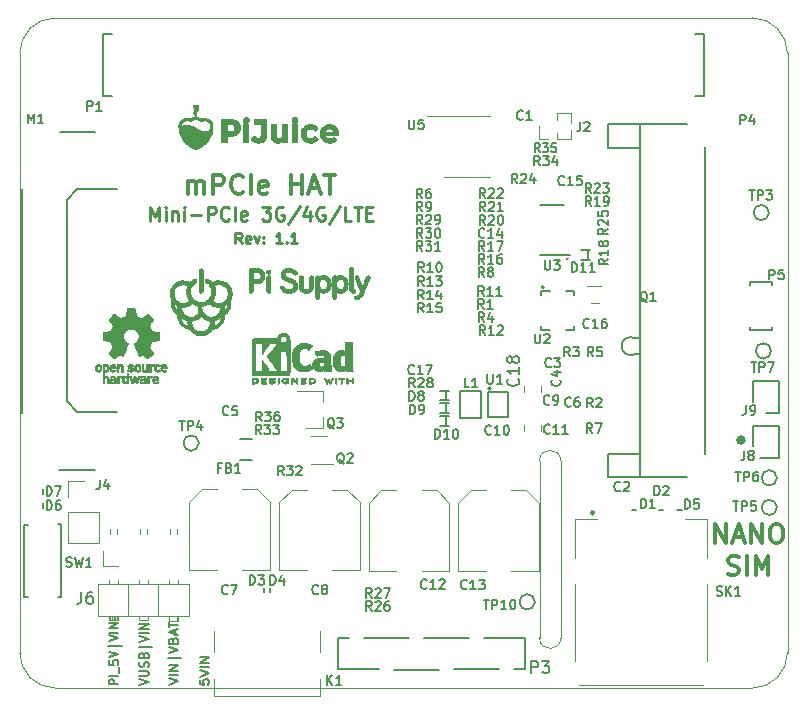
<source format=gbr>
G04 #@! TF.GenerationSoftware,KiCad,Pcbnew,(5.1.5)-3*
G04 #@! TF.CreationDate,2021-12-30T11:40:28+01:00*
G04 #@! TF.ProjectId,mPCIe_HAT,6d504349-655f-4484-9154-2e6b69636164,rev?*
G04 #@! TF.SameCoordinates,PX7094cd0PY79a4230*
G04 #@! TF.FileFunction,Legend,Top*
G04 #@! TF.FilePolarity,Positive*
%FSLAX46Y46*%
G04 Gerber Fmt 4.6, Leading zero omitted, Abs format (unit mm)*
G04 Created by KiCad (PCBNEW (5.1.5)-3) date 2021-12-30 11:40:28*
%MOMM*%
%LPD*%
G04 APERTURE LIST*
%ADD10C,0.160000*%
%ADD11C,0.250000*%
%ADD12C,0.300000*%
%ADD13C,0.220000*%
%ADD14C,0.370000*%
%ADD15C,0.100000*%
%ADD16C,0.120000*%
%ADD17C,0.010000*%
%ADD18C,0.400000*%
%ADD19C,0.127000*%
%ADD20C,0.170000*%
%ADD21C,0.200000*%
%ADD22C,0.150000*%
G04 APERTURE END LIST*
D10*
X15239285Y463096D02*
X15239285Y82143D01*
X15596428Y44048D01*
X15560714Y82143D01*
X15525000Y158334D01*
X15525000Y348810D01*
X15560714Y425000D01*
X15596428Y463096D01*
X15667857Y501191D01*
X15846428Y501191D01*
X15917857Y463096D01*
X15953571Y425000D01*
X15989285Y348810D01*
X15989285Y158334D01*
X15953571Y82143D01*
X15917857Y44048D01*
X15239285Y729762D02*
X15989285Y996429D01*
X15239285Y1263096D01*
X15989285Y1529762D02*
X15239285Y1529762D01*
X15989285Y1910715D02*
X15239285Y1910715D01*
X15989285Y2367858D01*
X15239285Y2367858D01*
X8351904Y65715D02*
X7551904Y65715D01*
X7551904Y351429D01*
X7590000Y422858D01*
X7628095Y458572D01*
X7704285Y494286D01*
X7818571Y494286D01*
X7894761Y458572D01*
X7932857Y422858D01*
X7970952Y351429D01*
X7970952Y65715D01*
X8351904Y815715D02*
X7551904Y815715D01*
X8428095Y994286D02*
X8428095Y1565715D01*
X7551904Y2101429D02*
X7551904Y1744286D01*
X7932857Y1708572D01*
X7894761Y1744286D01*
X7856666Y1815715D01*
X7856666Y1994286D01*
X7894761Y2065715D01*
X7932857Y2101429D01*
X8009047Y2137143D01*
X8199523Y2137143D01*
X8275714Y2101429D01*
X8313809Y2065715D01*
X8351904Y1994286D01*
X8351904Y1815715D01*
X8313809Y1744286D01*
X8275714Y1708572D01*
X7551904Y2351429D02*
X8351904Y2601429D01*
X7551904Y2851429D01*
X8618571Y3280000D02*
X7475714Y3280000D01*
X7551904Y3708572D02*
X8351904Y3958572D01*
X7551904Y4208572D01*
X8351904Y4458572D02*
X7551904Y4458572D01*
X8351904Y4815715D02*
X7551904Y4815715D01*
X8351904Y5244286D01*
X7551904Y5244286D01*
X10131904Y50000D02*
X10931904Y300000D01*
X10131904Y550000D01*
X10131904Y800000D02*
X10779523Y800000D01*
X10855714Y835715D01*
X10893809Y871429D01*
X10931904Y942858D01*
X10931904Y1085715D01*
X10893809Y1157143D01*
X10855714Y1192858D01*
X10779523Y1228572D01*
X10131904Y1228572D01*
X10893809Y1550000D02*
X10931904Y1657143D01*
X10931904Y1835715D01*
X10893809Y1907143D01*
X10855714Y1942858D01*
X10779523Y1978572D01*
X10703333Y1978572D01*
X10627142Y1942858D01*
X10589047Y1907143D01*
X10550952Y1835715D01*
X10512857Y1692858D01*
X10474761Y1621429D01*
X10436666Y1585715D01*
X10360476Y1550000D01*
X10284285Y1550000D01*
X10208095Y1585715D01*
X10170000Y1621429D01*
X10131904Y1692858D01*
X10131904Y1871429D01*
X10170000Y1978572D01*
X10512857Y2550000D02*
X10550952Y2657143D01*
X10589047Y2692858D01*
X10665238Y2728572D01*
X10779523Y2728572D01*
X10855714Y2692858D01*
X10893809Y2657143D01*
X10931904Y2585715D01*
X10931904Y2300000D01*
X10131904Y2300000D01*
X10131904Y2550000D01*
X10170000Y2621429D01*
X10208095Y2657143D01*
X10284285Y2692858D01*
X10360476Y2692858D01*
X10436666Y2657143D01*
X10474761Y2621429D01*
X10512857Y2550000D01*
X10512857Y2300000D01*
X11198571Y3228572D02*
X10055714Y3228572D01*
X10131904Y3657143D02*
X10931904Y3907143D01*
X10131904Y4157143D01*
X10931904Y4407143D02*
X10131904Y4407143D01*
X10931904Y4764286D02*
X10131904Y4764286D01*
X10931904Y5192858D01*
X10131904Y5192858D01*
X12629285Y57381D02*
X13379285Y324048D01*
X12629285Y590715D01*
X13379285Y857381D02*
X12629285Y857381D01*
X13379285Y1238334D02*
X12629285Y1238334D01*
X13379285Y1695477D01*
X12629285Y1695477D01*
X13629285Y2266905D02*
X12557857Y2266905D01*
X12629285Y2724048D02*
X13379285Y2990715D01*
X12629285Y3257381D01*
X12986428Y3790715D02*
X13022142Y3905000D01*
X13057857Y3943096D01*
X13129285Y3981191D01*
X13236428Y3981191D01*
X13307857Y3943096D01*
X13343571Y3905000D01*
X13379285Y3828810D01*
X13379285Y3524048D01*
X12629285Y3524048D01*
X12629285Y3790715D01*
X12665000Y3866905D01*
X12700714Y3905000D01*
X12772142Y3943096D01*
X12843571Y3943096D01*
X12915000Y3905000D01*
X12950714Y3866905D01*
X12986428Y3790715D01*
X12986428Y3524048D01*
X13165000Y4285953D02*
X13165000Y4666905D01*
X13379285Y4209762D02*
X12629285Y4476429D01*
X13379285Y4743096D01*
X12629285Y4895477D02*
X12629285Y5352620D01*
X13379285Y5124048D02*
X12629285Y5124048D01*
D11*
X11038333Y39322143D02*
X11038333Y40522143D01*
X11421666Y39665000D01*
X11805000Y40522143D01*
X11805000Y39322143D01*
X12352619Y39322143D02*
X12352619Y40122143D01*
X12352619Y40522143D02*
X12297857Y40465000D01*
X12352619Y40407858D01*
X12407380Y40465000D01*
X12352619Y40522143D01*
X12352619Y40407858D01*
X12900238Y40122143D02*
X12900238Y39322143D01*
X12900238Y40007858D02*
X12955000Y40065000D01*
X13064523Y40122143D01*
X13228809Y40122143D01*
X13338333Y40065000D01*
X13393095Y39950715D01*
X13393095Y39322143D01*
X13940714Y39322143D02*
X13940714Y40122143D01*
X13940714Y40522143D02*
X13885952Y40465000D01*
X13940714Y40407858D01*
X13995476Y40465000D01*
X13940714Y40522143D01*
X13940714Y40407858D01*
X14488333Y39779286D02*
X15364523Y39779286D01*
X15912142Y39322143D02*
X15912142Y40522143D01*
X16350238Y40522143D01*
X16459761Y40465000D01*
X16514523Y40407858D01*
X16569285Y40293572D01*
X16569285Y40122143D01*
X16514523Y40007858D01*
X16459761Y39950715D01*
X16350238Y39893572D01*
X15912142Y39893572D01*
X17719285Y39436429D02*
X17664523Y39379286D01*
X17500238Y39322143D01*
X17390714Y39322143D01*
X17226428Y39379286D01*
X17116904Y39493572D01*
X17062142Y39607858D01*
X17007380Y39836429D01*
X17007380Y40007858D01*
X17062142Y40236429D01*
X17116904Y40350715D01*
X17226428Y40465000D01*
X17390714Y40522143D01*
X17500238Y40522143D01*
X17664523Y40465000D01*
X17719285Y40407858D01*
X18212142Y39322143D02*
X18212142Y40522143D01*
X19197857Y39379286D02*
X19088333Y39322143D01*
X18869285Y39322143D01*
X18759761Y39379286D01*
X18705000Y39493572D01*
X18705000Y39950715D01*
X18759761Y40065000D01*
X18869285Y40122143D01*
X19088333Y40122143D01*
X19197857Y40065000D01*
X19252619Y39950715D01*
X19252619Y39836429D01*
X18705000Y39722143D01*
X20512142Y40522143D02*
X21224047Y40522143D01*
X20840714Y40065000D01*
X21005000Y40065000D01*
X21114523Y40007858D01*
X21169285Y39950715D01*
X21224047Y39836429D01*
X21224047Y39550715D01*
X21169285Y39436429D01*
X21114523Y39379286D01*
X21005000Y39322143D01*
X20676428Y39322143D01*
X20566904Y39379286D01*
X20512142Y39436429D01*
X22319285Y40465000D02*
X22209761Y40522143D01*
X22045476Y40522143D01*
X21881190Y40465000D01*
X21771666Y40350715D01*
X21716904Y40236429D01*
X21662142Y40007858D01*
X21662142Y39836429D01*
X21716904Y39607858D01*
X21771666Y39493572D01*
X21881190Y39379286D01*
X22045476Y39322143D01*
X22155000Y39322143D01*
X22319285Y39379286D01*
X22374047Y39436429D01*
X22374047Y39836429D01*
X22155000Y39836429D01*
X23688333Y40579286D02*
X22702619Y39036429D01*
X24564523Y40122143D02*
X24564523Y39322143D01*
X24290714Y40579286D02*
X24016904Y39722143D01*
X24728809Y39722143D01*
X25769285Y40465000D02*
X25659761Y40522143D01*
X25495476Y40522143D01*
X25331190Y40465000D01*
X25221666Y40350715D01*
X25166904Y40236429D01*
X25112142Y40007858D01*
X25112142Y39836429D01*
X25166904Y39607858D01*
X25221666Y39493572D01*
X25331190Y39379286D01*
X25495476Y39322143D01*
X25605000Y39322143D01*
X25769285Y39379286D01*
X25824047Y39436429D01*
X25824047Y39836429D01*
X25605000Y39836429D01*
X27138333Y40579286D02*
X26152619Y39036429D01*
X28069285Y39322143D02*
X27521666Y39322143D01*
X27521666Y40522143D01*
X28288333Y40522143D02*
X28945476Y40522143D01*
X28616904Y39322143D02*
X28616904Y40522143D01*
X29328809Y39950715D02*
X29712142Y39950715D01*
X29876428Y39322143D02*
X29328809Y39322143D01*
X29328809Y40522143D01*
X29876428Y40522143D01*
D12*
X58880952Y12051191D02*
X58880952Y13651191D01*
X59795238Y12051191D01*
X59795238Y13651191D01*
X60480952Y12508334D02*
X61242857Y12508334D01*
X60328571Y12051191D02*
X60861904Y13651191D01*
X61395238Y12051191D01*
X61928571Y12051191D02*
X61928571Y13651191D01*
X62842857Y12051191D01*
X62842857Y13651191D01*
X63909523Y13651191D02*
X64214285Y13651191D01*
X64366666Y13575000D01*
X64519047Y13422620D01*
X64595238Y13117858D01*
X64595238Y12584524D01*
X64519047Y12279762D01*
X64366666Y12127381D01*
X64214285Y12051191D01*
X63909523Y12051191D01*
X63757142Y12127381D01*
X63604761Y12279762D01*
X63528571Y12584524D01*
X63528571Y13117858D01*
X63604761Y13422620D01*
X63757142Y13575000D01*
X63909523Y13651191D01*
X59947619Y9427381D02*
X60176190Y9351191D01*
X60557142Y9351191D01*
X60709523Y9427381D01*
X60785714Y9503572D01*
X60861904Y9655953D01*
X60861904Y9808334D01*
X60785714Y9960715D01*
X60709523Y10036905D01*
X60557142Y10113096D01*
X60252380Y10189286D01*
X60100000Y10265477D01*
X60023809Y10341667D01*
X59947619Y10494048D01*
X59947619Y10646429D01*
X60023809Y10798810D01*
X60100000Y10875000D01*
X60252380Y10951191D01*
X60633333Y10951191D01*
X60861904Y10875000D01*
X61547619Y9351191D02*
X61547619Y10951191D01*
X62309523Y9351191D02*
X62309523Y10951191D01*
X62842857Y9808334D01*
X63376190Y10951191D01*
X63376190Y9351191D01*
D13*
X18771428Y37417858D02*
X18471428Y37846429D01*
X18257142Y37417858D02*
X18257142Y38317858D01*
X18600000Y38317858D01*
X18685714Y38275000D01*
X18728571Y38232143D01*
X18771428Y38146429D01*
X18771428Y38017858D01*
X18728571Y37932143D01*
X18685714Y37889286D01*
X18600000Y37846429D01*
X18257142Y37846429D01*
X19500000Y37460715D02*
X19414285Y37417858D01*
X19242857Y37417858D01*
X19157142Y37460715D01*
X19114285Y37546429D01*
X19114285Y37889286D01*
X19157142Y37975000D01*
X19242857Y38017858D01*
X19414285Y38017858D01*
X19500000Y37975000D01*
X19542857Y37889286D01*
X19542857Y37803572D01*
X19114285Y37717858D01*
X19842857Y38017858D02*
X20057142Y37417858D01*
X20271428Y38017858D01*
X20614285Y37503572D02*
X20657142Y37460715D01*
X20614285Y37417858D01*
X20571428Y37460715D01*
X20614285Y37503572D01*
X20614285Y37417858D01*
X20614285Y37975000D02*
X20657142Y37932143D01*
X20614285Y37889286D01*
X20571428Y37932143D01*
X20614285Y37975000D01*
X20614285Y37889286D01*
X22200000Y37417858D02*
X21685714Y37417858D01*
X21942857Y37417858D02*
X21942857Y38317858D01*
X21857142Y38189286D01*
X21771428Y38103572D01*
X21685714Y38060715D01*
X22585714Y37503572D02*
X22628571Y37460715D01*
X22585714Y37417858D01*
X22542857Y37460715D01*
X22585714Y37503572D01*
X22585714Y37417858D01*
X23485714Y37417858D02*
X22971428Y37417858D01*
X23228571Y37417858D02*
X23228571Y38317858D01*
X23142857Y38189286D01*
X23057142Y38103572D01*
X22971428Y38060715D01*
D14*
X14264761Y41621191D02*
X14264761Y42687858D01*
X14264761Y42535477D02*
X14340952Y42611667D01*
X14493333Y42687858D01*
X14721904Y42687858D01*
X14874285Y42611667D01*
X14950476Y42459286D01*
X14950476Y41621191D01*
X14950476Y42459286D02*
X15026666Y42611667D01*
X15179047Y42687858D01*
X15407619Y42687858D01*
X15560000Y42611667D01*
X15636190Y42459286D01*
X15636190Y41621191D01*
X16398095Y41621191D02*
X16398095Y43221191D01*
X17007619Y43221191D01*
X17160000Y43145000D01*
X17236190Y43068810D01*
X17312380Y42916429D01*
X17312380Y42687858D01*
X17236190Y42535477D01*
X17160000Y42459286D01*
X17007619Y42383096D01*
X16398095Y42383096D01*
X18912380Y41773572D02*
X18836190Y41697381D01*
X18607619Y41621191D01*
X18455238Y41621191D01*
X18226666Y41697381D01*
X18074285Y41849762D01*
X17998095Y42002143D01*
X17921904Y42306905D01*
X17921904Y42535477D01*
X17998095Y42840239D01*
X18074285Y42992620D01*
X18226666Y43145000D01*
X18455238Y43221191D01*
X18607619Y43221191D01*
X18836190Y43145000D01*
X18912380Y43068810D01*
X19598095Y41621191D02*
X19598095Y43221191D01*
X20969523Y41697381D02*
X20817142Y41621191D01*
X20512380Y41621191D01*
X20360000Y41697381D01*
X20283809Y41849762D01*
X20283809Y42459286D01*
X20360000Y42611667D01*
X20512380Y42687858D01*
X20817142Y42687858D01*
X20969523Y42611667D01*
X21045714Y42459286D01*
X21045714Y42306905D01*
X20283809Y42154524D01*
X22950476Y41621191D02*
X22950476Y43221191D01*
X22950476Y42459286D02*
X23864761Y42459286D01*
X23864761Y41621191D02*
X23864761Y43221191D01*
X24550476Y42078334D02*
X25312380Y42078334D01*
X24398095Y41621191D02*
X24931428Y43221191D01*
X25464761Y41621191D01*
X25769523Y43221191D02*
X26683809Y43221191D01*
X26226666Y41621191D02*
X26226666Y43221191D01*
D15*
X3000000Y-250000D02*
X62000000Y-250000D01*
X0Y53500000D02*
X0Y2750000D01*
X65000000Y53500000D02*
G75*
G03X62000000Y56500000I-3000000J0D01*
G01*
X0Y2750000D02*
G75*
G03X3000000Y-250000I3000000J0D01*
G01*
X45800000Y19000000D02*
G75*
G03X44000000Y19000000I-900000J0D01*
G01*
X45800000Y19000000D02*
X45800000Y4000000D01*
X3000000Y56500000D02*
G75*
G03X0Y53500000I0J-3000000D01*
G01*
X65000000Y53500000D02*
X65000000Y2750000D01*
X44000000Y19000000D02*
X44000000Y4000000D01*
X3000000Y56500000D02*
X62000000Y56500000D01*
X45800000Y4000000D02*
G75*
G02X44000000Y4000000I-900000J0D01*
G01*
X62000000Y-250000D02*
G75*
G03X65000000Y2750000I0J3000000D01*
G01*
D16*
X14330000Y8545000D02*
X6590000Y8545000D01*
X6590000Y8545000D02*
X6590000Y5885000D01*
X6590000Y5885000D02*
X14330000Y5885000D01*
X14330000Y5885000D02*
X14330000Y8545000D01*
X13380000Y5885000D02*
X13380000Y5475000D01*
X13380000Y5475000D02*
X12620000Y5475000D01*
X12620000Y5475000D02*
X12620000Y5885000D01*
X13320000Y5885000D02*
X13320000Y5475000D01*
X8200000Y5875000D02*
X8200000Y5500000D01*
X7950000Y5875000D02*
X7950000Y5500000D01*
X8075000Y5875000D02*
X8075000Y5500000D01*
X7800000Y5850000D02*
X7800000Y5500000D01*
X7675000Y5875000D02*
X7675000Y5500000D01*
X13380000Y8942071D02*
X13380000Y8545000D01*
X12620000Y8942071D02*
X12620000Y8545000D01*
X13325000Y13200000D02*
X13325000Y12812929D01*
X12675000Y13200000D02*
X12675000Y12812929D01*
X11730000Y8545000D02*
X11730000Y5885000D01*
X10840000Y5885000D02*
X10840000Y5500000D01*
X10840000Y5500000D02*
X10080000Y5500000D01*
X10080000Y5500000D02*
X10080000Y5885000D01*
X10840000Y8942071D02*
X10840000Y8545000D01*
X10080000Y8942071D02*
X10080000Y8545000D01*
X10775000Y13225000D02*
X10775000Y12770858D01*
X10150000Y13254142D02*
X10150000Y12800000D01*
X9190000Y8545000D02*
X9190000Y5885000D01*
X8300000Y5885000D02*
X8300000Y5500000D01*
X8300000Y5500000D02*
X7540000Y5500000D01*
X7540000Y5500000D02*
X7540000Y5885000D01*
X8300000Y8942071D02*
X8300000Y8545000D01*
X7540000Y8942071D02*
X7540000Y8545000D01*
X8250000Y13225000D02*
X8250000Y12770858D01*
X7600000Y13225000D02*
X7600000Y12770858D01*
X7075000Y10050000D02*
X8345000Y10050000D01*
X7075000Y11320000D02*
X7075000Y10050000D01*
D17*
G36*
X9482775Y31899969D02*
G01*
X9547201Y31899828D01*
X9598739Y31899509D01*
X9638883Y31898941D01*
X9669128Y31898057D01*
X9690967Y31896785D01*
X9705894Y31895057D01*
X9715402Y31892804D01*
X9720986Y31889957D01*
X9724139Y31886444D01*
X9724917Y31885097D01*
X9728121Y31874159D01*
X9733816Y31849403D01*
X9741639Y31812628D01*
X9751223Y31765630D01*
X9762203Y31710207D01*
X9774212Y31648158D01*
X9786886Y31581280D01*
X9789076Y31569582D01*
X9801865Y31502276D01*
X9814159Y31439692D01*
X9825582Y31383593D01*
X9835756Y31335742D01*
X9844306Y31297904D01*
X9850854Y31271842D01*
X9855024Y31259319D01*
X9855494Y31258638D01*
X9866161Y31252254D01*
X9889280Y31241125D01*
X9922492Y31226216D01*
X9963438Y31208493D01*
X10009757Y31188924D01*
X10059091Y31168473D01*
X10109080Y31148108D01*
X10157365Y31128794D01*
X10201585Y31111497D01*
X10239383Y31097185D01*
X10268397Y31086822D01*
X10286269Y31081375D01*
X10289806Y31080788D01*
X10301455Y31084154D01*
X10322634Y31094991D01*
X10353969Y31113690D01*
X10396088Y31140643D01*
X10449617Y31176240D01*
X10515182Y31220872D01*
X10523962Y31226904D01*
X10594509Y31275398D01*
X10653157Y31315635D01*
X10701083Y31348359D01*
X10739465Y31374318D01*
X10769480Y31394255D01*
X10792304Y31408918D01*
X10809114Y31419051D01*
X10821088Y31425400D01*
X10829401Y31428710D01*
X10835232Y31429727D01*
X10839756Y31429197D01*
X10842188Y31428493D01*
X10852385Y31421457D01*
X10871774Y31404602D01*
X10898862Y31379444D01*
X10932154Y31347500D01*
X10970159Y31310287D01*
X11011383Y31269321D01*
X11054333Y31226119D01*
X11097515Y31182198D01*
X11139438Y31139075D01*
X11178607Y31098266D01*
X11213530Y31061288D01*
X11242713Y31029657D01*
X11264664Y31004892D01*
X11277889Y30988508D01*
X11281187Y30982541D01*
X11276821Y30972605D01*
X11264380Y30951170D01*
X11244855Y30919769D01*
X11219233Y30879936D01*
X11188502Y30833205D01*
X11153652Y30781110D01*
X11115670Y30725186D01*
X11110531Y30717681D01*
X11058480Y30641177D01*
X11015900Y30577362D01*
X10982771Y30526205D01*
X10959072Y30487672D01*
X10944781Y30461728D01*
X10939877Y30448342D01*
X10939875Y30448180D01*
X10943012Y30433944D01*
X10951767Y30407954D01*
X10965152Y30372487D01*
X10982178Y30329821D01*
X11001859Y30282236D01*
X11023207Y30232008D01*
X11045233Y30181417D01*
X11066952Y30132740D01*
X11087374Y30088256D01*
X11105512Y30050243D01*
X11120380Y30020979D01*
X11130988Y30002742D01*
X11135057Y29997930D01*
X11146512Y29993977D01*
X11171712Y29987642D01*
X11208772Y29979322D01*
X11255809Y29969415D01*
X11310937Y29958319D01*
X11372273Y29946431D01*
X11432713Y29935109D01*
X11498153Y29922936D01*
X11559184Y29911366D01*
X11613913Y29900773D01*
X11660446Y29891534D01*
X11696889Y29884025D01*
X11721348Y29878620D01*
X11731640Y29875828D01*
X11749500Y29868341D01*
X11749500Y29551520D01*
X11749460Y29472032D01*
X11749299Y29406952D01*
X11748955Y29354815D01*
X11748362Y29314154D01*
X11747460Y29283504D01*
X11746183Y29261398D01*
X11744470Y29246370D01*
X11742258Y29236954D01*
X11739482Y29231683D01*
X11736080Y29229092D01*
X11735609Y29228884D01*
X11724825Y29226123D01*
X11700278Y29220838D01*
X11663814Y29213394D01*
X11617278Y29204158D01*
X11562516Y29193496D01*
X11501374Y29181775D01*
X11437437Y29169689D01*
X11362116Y29155294D01*
X11295926Y29142135D01*
X11240054Y29130473D01*
X11195685Y29120566D01*
X11164008Y29112675D01*
X11146207Y29107059D01*
X11142895Y29105201D01*
X11137473Y29095253D01*
X11127063Y29072442D01*
X11112477Y29038683D01*
X11094524Y28995893D01*
X11074015Y28945987D01*
X11051760Y28890882D01*
X11043311Y28869725D01*
X11013999Y28795200D01*
X10990981Y28734647D01*
X10974074Y28687541D01*
X10963096Y28653361D01*
X10957864Y28631583D01*
X10957484Y28623662D01*
X10962693Y28612226D01*
X10975940Y28589419D01*
X10996167Y28556884D01*
X11022320Y28516264D01*
X11053342Y28469201D01*
X11088178Y28417338D01*
X11121084Y28369129D01*
X11158178Y28314818D01*
X11192233Y28264251D01*
X11222227Y28219001D01*
X11247137Y28180641D01*
X11265942Y28150744D01*
X11277618Y28130882D01*
X11281187Y28122878D01*
X11275732Y28114476D01*
X11260174Y28096221D01*
X11235726Y28069397D01*
X11203600Y28035287D01*
X11165009Y27995172D01*
X11121163Y27950337D01*
X11073276Y27902064D01*
X11060314Y27889110D01*
X11002932Y27832029D01*
X10955633Y27785402D01*
X10917416Y27748320D01*
X10887281Y27719872D01*
X10864226Y27699148D01*
X10847250Y27685240D01*
X10835352Y27677236D01*
X10827531Y27674228D01*
X10824174Y27674514D01*
X10814223Y27680234D01*
X10792815Y27693897D01*
X10761560Y27714432D01*
X10722069Y27740764D01*
X10675950Y27771824D01*
X10624815Y27806536D01*
X10579485Y27837512D01*
X10525405Y27874256D01*
X10474921Y27907944D01*
X10429648Y27937545D01*
X10391199Y27962029D01*
X10361190Y27980366D01*
X10341235Y27991523D01*
X10333423Y27994594D01*
X10320736Y27990890D01*
X10297152Y27980816D01*
X10265626Y27965746D01*
X10229116Y27947059D01*
X10214061Y27939031D01*
X10176720Y27919362D01*
X10143544Y27902767D01*
X10117387Y27890607D01*
X10101100Y27884243D01*
X10097961Y27883625D01*
X10095374Y27883244D01*
X10093201Y27882745D01*
X10091013Y27883102D01*
X10088383Y27885284D01*
X10084882Y27890264D01*
X10080082Y27899013D01*
X10073555Y27912502D01*
X10064874Y27931702D01*
X10053609Y27957585D01*
X10039334Y27991122D01*
X10021619Y28033285D01*
X10000037Y28085044D01*
X9974160Y28147371D01*
X9943559Y28221237D01*
X9907806Y28307614D01*
X9866474Y28407472D01*
X9857041Y28430256D01*
X9823135Y28512378D01*
X9791099Y28590418D01*
X9761443Y28663101D01*
X9734681Y28729151D01*
X9711325Y28787291D01*
X9691885Y28836246D01*
X9676873Y28874741D01*
X9666802Y28901499D01*
X9662184Y28915245D01*
X9661937Y28916603D01*
X9668750Y28930714D01*
X9687136Y28947574D01*
X9695671Y28953460D01*
X9749734Y28990186D01*
X9800483Y29028224D01*
X9844441Y29064818D01*
X9878131Y29097212D01*
X9881007Y29100342D01*
X9944282Y29181402D01*
X9994179Y29269331D01*
X10030119Y29362517D01*
X10051525Y29459348D01*
X10057818Y29558211D01*
X10056573Y29589582D01*
X10049982Y29653174D01*
X10038027Y29710919D01*
X10019143Y29768428D01*
X9991765Y29831307D01*
X9985541Y29844188D01*
X9967465Y29879893D01*
X9951130Y29908204D01*
X9933543Y29933159D01*
X9911709Y29958794D01*
X9882635Y29989146D01*
X9864858Y30006945D01*
X9827130Y30043399D01*
X9795672Y30070913D01*
X9766432Y30092603D01*
X9735353Y30111588D01*
X9713531Y30123290D01*
X9657111Y30150944D01*
X9607956Y30170922D01*
X9561261Y30184367D01*
X9512217Y30192424D01*
X9456020Y30196237D01*
X9403968Y30197003D01*
X9338824Y30195710D01*
X9284594Y30191070D01*
X9236471Y30181937D01*
X9189650Y30167166D01*
X9139322Y30145614D01*
X9094406Y30123290D01*
X9060176Y30104420D01*
X9030282Y30084766D01*
X9000670Y30061208D01*
X8967285Y30030631D01*
X8943078Y30006945D01*
X8909369Y29972811D01*
X8884365Y29945372D01*
X8865073Y29920589D01*
X8848499Y29894425D01*
X8831649Y29862844D01*
X8822395Y29844188D01*
X8793246Y29779672D01*
X8772884Y29721582D01*
X8759746Y29664309D01*
X8752266Y29602245D01*
X8751364Y29589582D01*
X8752781Y29490607D01*
X8769480Y29392993D01*
X8800873Y29298405D01*
X8846368Y29208506D01*
X8905376Y29124959D01*
X8923695Y29103541D01*
X8950216Y29077117D01*
X8986647Y29045493D01*
X9029280Y29011628D01*
X9074411Y28978483D01*
X9112265Y28952896D01*
X9133448Y28936309D01*
X9144902Y28921125D01*
X9146000Y28916316D01*
X9143030Y28906566D01*
X9134463Y28883439D01*
X9120810Y28848209D01*
X9102583Y28802151D01*
X9080293Y28746540D01*
X9054453Y28682651D01*
X9025574Y28611759D01*
X8994167Y28535138D01*
X8960745Y28454064D01*
X8950895Y28430256D01*
X8908336Y28327442D01*
X8871447Y28238313D01*
X8839800Y28161899D01*
X8812965Y28097229D01*
X8790516Y28043330D01*
X8772025Y27999232D01*
X8757062Y27963964D01*
X8745200Y27936553D01*
X8736012Y27916029D01*
X8729068Y27901421D01*
X8723941Y27891757D01*
X8720203Y27886066D01*
X8717425Y27883376D01*
X8715180Y27882717D01*
X8713039Y27883116D01*
X8710575Y27883603D01*
X8709976Y27883625D01*
X8698500Y27887253D01*
X8675999Y27897228D01*
X8645324Y27912190D01*
X8609327Y27930777D01*
X8593875Y27939031D01*
X8556217Y27958763D01*
X8522381Y27975418D01*
X8495325Y27987618D01*
X8478007Y27993987D01*
X8474514Y27994594D01*
X8464256Y27990266D01*
X8442588Y27977893D01*
X8411123Y27958506D01*
X8371477Y27933136D01*
X8325263Y27902813D01*
X8274097Y27868568D01*
X8228451Y27837512D01*
X8174362Y27800572D01*
X8123947Y27766391D01*
X8078816Y27736041D01*
X8040579Y27710596D01*
X8010847Y27691127D01*
X7991228Y27678707D01*
X7983763Y27674514D01*
X7978043Y27674778D01*
X7968895Y27679448D01*
X7955316Y27689436D01*
X7936305Y27705650D01*
X7910861Y27729001D01*
X7877982Y27760398D01*
X7836669Y27800751D01*
X7785919Y27850970D01*
X7747622Y27889110D01*
X7698883Y27938067D01*
X7653870Y27983919D01*
X7613796Y28025384D01*
X7579872Y28061179D01*
X7553312Y28090020D01*
X7535326Y28110626D01*
X7527128Y28121713D01*
X7526750Y28122878D01*
X7531116Y28132335D01*
X7543533Y28153246D01*
X7562979Y28184039D01*
X7588430Y28223140D01*
X7618866Y28268978D01*
X7653263Y28319980D01*
X7686852Y28369129D01*
X7724168Y28423853D01*
X7758596Y28475220D01*
X7789082Y28521586D01*
X7814570Y28561310D01*
X7834004Y28592748D01*
X7846328Y28614259D01*
X7850452Y28623662D01*
X7848989Y28637378D01*
X7841913Y28663020D01*
X7829033Y28701139D01*
X7810155Y28752281D01*
X7785088Y28816996D01*
X7765270Y28866888D01*
X7742585Y28923189D01*
X7721371Y28975139D01*
X7702449Y29020782D01*
X7686641Y29058161D01*
X7674767Y29085320D01*
X7667649Y29100303D01*
X7666506Y29102211D01*
X7660078Y29106704D01*
X7646094Y29112003D01*
X7623326Y29118386D01*
X7590546Y29126134D01*
X7546526Y29135528D01*
X7490037Y29146847D01*
X7419852Y29160371D01*
X7371320Y29169536D01*
X7305643Y29181953D01*
X7244546Y29193669D01*
X7189873Y29204315D01*
X7143467Y29213528D01*
X7107171Y29220942D01*
X7082827Y29226189D01*
X7072328Y29228884D01*
X7068843Y29231244D01*
X7065993Y29236100D01*
X7063713Y29244920D01*
X7061941Y29259168D01*
X7060614Y29280312D01*
X7059668Y29309818D01*
X7059041Y29349150D01*
X7058669Y29399777D01*
X7058489Y29463163D01*
X7058437Y29540775D01*
X7058437Y29868341D01*
X7076296Y29875828D01*
X7088049Y29878963D01*
X7113530Y29884549D01*
X7150844Y29892210D01*
X7198098Y29901571D01*
X7253397Y29912254D01*
X7314848Y29923886D01*
X7375223Y29935109D01*
X7440613Y29947375D01*
X7501533Y29959215D01*
X7556100Y29970234D01*
X7602428Y29980032D01*
X7638634Y29988211D01*
X7662833Y29994375D01*
X7672880Y29997930D01*
X7680279Y30008001D01*
X7692562Y30030542D01*
X7708743Y30063277D01*
X7727833Y30103925D01*
X7748845Y30150210D01*
X7770791Y30199853D01*
X7792683Y30250575D01*
X7813535Y30300099D01*
X7832357Y30346146D01*
X7848164Y30386438D01*
X7859967Y30418697D01*
X7866778Y30440645D01*
X7868062Y30448180D01*
X7863376Y30461275D01*
X7849303Y30486926D01*
X7825822Y30525167D01*
X7792913Y30576031D01*
X7750553Y30639550D01*
X7698723Y30715760D01*
X7697406Y30717681D01*
X7659088Y30773992D01*
X7623772Y30826674D01*
X7592448Y30874192D01*
X7566102Y30915013D01*
X7545725Y30947603D01*
X7532303Y30970426D01*
X7526826Y30981950D01*
X7526750Y30982541D01*
X7532182Y30991315D01*
X7547484Y31009659D01*
X7571165Y31036054D01*
X7601731Y31068982D01*
X7637691Y31106925D01*
X7677552Y31148366D01*
X7719823Y31191786D01*
X7763012Y31235669D01*
X7805626Y31278495D01*
X7846174Y31318747D01*
X7883162Y31354908D01*
X7915100Y31385459D01*
X7940495Y31408883D01*
X7957854Y31423661D01*
X7964849Y31428207D01*
X7969430Y31429592D01*
X7974123Y31430087D01*
X7980180Y31428911D01*
X7988856Y31425281D01*
X8001404Y31418414D01*
X8019077Y31407528D01*
X8043129Y31391842D01*
X8074813Y31370573D01*
X8115383Y31342938D01*
X8166092Y31308155D01*
X8228195Y31265442D01*
X8252927Y31248424D01*
X8318918Y31203370D01*
X8376998Y31164433D01*
X8426261Y31132192D01*
X8465797Y31107227D01*
X8494698Y31090120D01*
X8512056Y31081449D01*
X8515943Y31080454D01*
X8528630Y31083440D01*
X8553503Y31091754D01*
X8588175Y31104427D01*
X8630260Y31120490D01*
X8677369Y31138975D01*
X8727118Y31158913D01*
X8777117Y31179336D01*
X8824981Y31199275D01*
X8868323Y31217761D01*
X8904755Y31233827D01*
X8931891Y31246503D01*
X8947343Y31254820D01*
X8949334Y31256312D01*
X8953972Y31264407D01*
X8959758Y31281702D01*
X8966918Y31309221D01*
X8975682Y31347989D01*
X8986276Y31399028D01*
X8998929Y31463365D01*
X9013869Y31542021D01*
X9019018Y31569571D01*
X9031730Y31637091D01*
X9043844Y31700088D01*
X9054993Y31756763D01*
X9064814Y31805317D01*
X9072942Y31843953D01*
X9079011Y31870873D01*
X9082659Y31884277D01*
X9083009Y31885078D01*
X9085677Y31888835D01*
X9090263Y31891903D01*
X9098260Y31894352D01*
X9111162Y31896251D01*
X9130464Y31897671D01*
X9157659Y31898680D01*
X9194241Y31899347D01*
X9241704Y31899743D01*
X9301543Y31899937D01*
X9375251Y31899998D01*
X9403968Y31900000D01*
X9482775Y31899969D01*
G37*
X9482775Y31899969D02*
X9547201Y31899828D01*
X9598739Y31899509D01*
X9638883Y31898941D01*
X9669128Y31898057D01*
X9690967Y31896785D01*
X9705894Y31895057D01*
X9715402Y31892804D01*
X9720986Y31889957D01*
X9724139Y31886444D01*
X9724917Y31885097D01*
X9728121Y31874159D01*
X9733816Y31849403D01*
X9741639Y31812628D01*
X9751223Y31765630D01*
X9762203Y31710207D01*
X9774212Y31648158D01*
X9786886Y31581280D01*
X9789076Y31569582D01*
X9801865Y31502276D01*
X9814159Y31439692D01*
X9825582Y31383593D01*
X9835756Y31335742D01*
X9844306Y31297904D01*
X9850854Y31271842D01*
X9855024Y31259319D01*
X9855494Y31258638D01*
X9866161Y31252254D01*
X9889280Y31241125D01*
X9922492Y31226216D01*
X9963438Y31208493D01*
X10009757Y31188924D01*
X10059091Y31168473D01*
X10109080Y31148108D01*
X10157365Y31128794D01*
X10201585Y31111497D01*
X10239383Y31097185D01*
X10268397Y31086822D01*
X10286269Y31081375D01*
X10289806Y31080788D01*
X10301455Y31084154D01*
X10322634Y31094991D01*
X10353969Y31113690D01*
X10396088Y31140643D01*
X10449617Y31176240D01*
X10515182Y31220872D01*
X10523962Y31226904D01*
X10594509Y31275398D01*
X10653157Y31315635D01*
X10701083Y31348359D01*
X10739465Y31374318D01*
X10769480Y31394255D01*
X10792304Y31408918D01*
X10809114Y31419051D01*
X10821088Y31425400D01*
X10829401Y31428710D01*
X10835232Y31429727D01*
X10839756Y31429197D01*
X10842188Y31428493D01*
X10852385Y31421457D01*
X10871774Y31404602D01*
X10898862Y31379444D01*
X10932154Y31347500D01*
X10970159Y31310287D01*
X11011383Y31269321D01*
X11054333Y31226119D01*
X11097515Y31182198D01*
X11139438Y31139075D01*
X11178607Y31098266D01*
X11213530Y31061288D01*
X11242713Y31029657D01*
X11264664Y31004892D01*
X11277889Y30988508D01*
X11281187Y30982541D01*
X11276821Y30972605D01*
X11264380Y30951170D01*
X11244855Y30919769D01*
X11219233Y30879936D01*
X11188502Y30833205D01*
X11153652Y30781110D01*
X11115670Y30725186D01*
X11110531Y30717681D01*
X11058480Y30641177D01*
X11015900Y30577362D01*
X10982771Y30526205D01*
X10959072Y30487672D01*
X10944781Y30461728D01*
X10939877Y30448342D01*
X10939875Y30448180D01*
X10943012Y30433944D01*
X10951767Y30407954D01*
X10965152Y30372487D01*
X10982178Y30329821D01*
X11001859Y30282236D01*
X11023207Y30232008D01*
X11045233Y30181417D01*
X11066952Y30132740D01*
X11087374Y30088256D01*
X11105512Y30050243D01*
X11120380Y30020979D01*
X11130988Y30002742D01*
X11135057Y29997930D01*
X11146512Y29993977D01*
X11171712Y29987642D01*
X11208772Y29979322D01*
X11255809Y29969415D01*
X11310937Y29958319D01*
X11372273Y29946431D01*
X11432713Y29935109D01*
X11498153Y29922936D01*
X11559184Y29911366D01*
X11613913Y29900773D01*
X11660446Y29891534D01*
X11696889Y29884025D01*
X11721348Y29878620D01*
X11731640Y29875828D01*
X11749500Y29868341D01*
X11749500Y29551520D01*
X11749460Y29472032D01*
X11749299Y29406952D01*
X11748955Y29354815D01*
X11748362Y29314154D01*
X11747460Y29283504D01*
X11746183Y29261398D01*
X11744470Y29246370D01*
X11742258Y29236954D01*
X11739482Y29231683D01*
X11736080Y29229092D01*
X11735609Y29228884D01*
X11724825Y29226123D01*
X11700278Y29220838D01*
X11663814Y29213394D01*
X11617278Y29204158D01*
X11562516Y29193496D01*
X11501374Y29181775D01*
X11437437Y29169689D01*
X11362116Y29155294D01*
X11295926Y29142135D01*
X11240054Y29130473D01*
X11195685Y29120566D01*
X11164008Y29112675D01*
X11146207Y29107059D01*
X11142895Y29105201D01*
X11137473Y29095253D01*
X11127063Y29072442D01*
X11112477Y29038683D01*
X11094524Y28995893D01*
X11074015Y28945987D01*
X11051760Y28890882D01*
X11043311Y28869725D01*
X11013999Y28795200D01*
X10990981Y28734647D01*
X10974074Y28687541D01*
X10963096Y28653361D01*
X10957864Y28631583D01*
X10957484Y28623662D01*
X10962693Y28612226D01*
X10975940Y28589419D01*
X10996167Y28556884D01*
X11022320Y28516264D01*
X11053342Y28469201D01*
X11088178Y28417338D01*
X11121084Y28369129D01*
X11158178Y28314818D01*
X11192233Y28264251D01*
X11222227Y28219001D01*
X11247137Y28180641D01*
X11265942Y28150744D01*
X11277618Y28130882D01*
X11281187Y28122878D01*
X11275732Y28114476D01*
X11260174Y28096221D01*
X11235726Y28069397D01*
X11203600Y28035287D01*
X11165009Y27995172D01*
X11121163Y27950337D01*
X11073276Y27902064D01*
X11060314Y27889110D01*
X11002932Y27832029D01*
X10955633Y27785402D01*
X10917416Y27748320D01*
X10887281Y27719872D01*
X10864226Y27699148D01*
X10847250Y27685240D01*
X10835352Y27677236D01*
X10827531Y27674228D01*
X10824174Y27674514D01*
X10814223Y27680234D01*
X10792815Y27693897D01*
X10761560Y27714432D01*
X10722069Y27740764D01*
X10675950Y27771824D01*
X10624815Y27806536D01*
X10579485Y27837512D01*
X10525405Y27874256D01*
X10474921Y27907944D01*
X10429648Y27937545D01*
X10391199Y27962029D01*
X10361190Y27980366D01*
X10341235Y27991523D01*
X10333423Y27994594D01*
X10320736Y27990890D01*
X10297152Y27980816D01*
X10265626Y27965746D01*
X10229116Y27947059D01*
X10214061Y27939031D01*
X10176720Y27919362D01*
X10143544Y27902767D01*
X10117387Y27890607D01*
X10101100Y27884243D01*
X10097961Y27883625D01*
X10095374Y27883244D01*
X10093201Y27882745D01*
X10091013Y27883102D01*
X10088383Y27885284D01*
X10084882Y27890264D01*
X10080082Y27899013D01*
X10073555Y27912502D01*
X10064874Y27931702D01*
X10053609Y27957585D01*
X10039334Y27991122D01*
X10021619Y28033285D01*
X10000037Y28085044D01*
X9974160Y28147371D01*
X9943559Y28221237D01*
X9907806Y28307614D01*
X9866474Y28407472D01*
X9857041Y28430256D01*
X9823135Y28512378D01*
X9791099Y28590418D01*
X9761443Y28663101D01*
X9734681Y28729151D01*
X9711325Y28787291D01*
X9691885Y28836246D01*
X9676873Y28874741D01*
X9666802Y28901499D01*
X9662184Y28915245D01*
X9661937Y28916603D01*
X9668750Y28930714D01*
X9687136Y28947574D01*
X9695671Y28953460D01*
X9749734Y28990186D01*
X9800483Y29028224D01*
X9844441Y29064818D01*
X9878131Y29097212D01*
X9881007Y29100342D01*
X9944282Y29181402D01*
X9994179Y29269331D01*
X10030119Y29362517D01*
X10051525Y29459348D01*
X10057818Y29558211D01*
X10056573Y29589582D01*
X10049982Y29653174D01*
X10038027Y29710919D01*
X10019143Y29768428D01*
X9991765Y29831307D01*
X9985541Y29844188D01*
X9967465Y29879893D01*
X9951130Y29908204D01*
X9933543Y29933159D01*
X9911709Y29958794D01*
X9882635Y29989146D01*
X9864858Y30006945D01*
X9827130Y30043399D01*
X9795672Y30070913D01*
X9766432Y30092603D01*
X9735353Y30111588D01*
X9713531Y30123290D01*
X9657111Y30150944D01*
X9607956Y30170922D01*
X9561261Y30184367D01*
X9512217Y30192424D01*
X9456020Y30196237D01*
X9403968Y30197003D01*
X9338824Y30195710D01*
X9284594Y30191070D01*
X9236471Y30181937D01*
X9189650Y30167166D01*
X9139322Y30145614D01*
X9094406Y30123290D01*
X9060176Y30104420D01*
X9030282Y30084766D01*
X9000670Y30061208D01*
X8967285Y30030631D01*
X8943078Y30006945D01*
X8909369Y29972811D01*
X8884365Y29945372D01*
X8865073Y29920589D01*
X8848499Y29894425D01*
X8831649Y29862844D01*
X8822395Y29844188D01*
X8793246Y29779672D01*
X8772884Y29721582D01*
X8759746Y29664309D01*
X8752266Y29602245D01*
X8751364Y29589582D01*
X8752781Y29490607D01*
X8769480Y29392993D01*
X8800873Y29298405D01*
X8846368Y29208506D01*
X8905376Y29124959D01*
X8923695Y29103541D01*
X8950216Y29077117D01*
X8986647Y29045493D01*
X9029280Y29011628D01*
X9074411Y28978483D01*
X9112265Y28952896D01*
X9133448Y28936309D01*
X9144902Y28921125D01*
X9146000Y28916316D01*
X9143030Y28906566D01*
X9134463Y28883439D01*
X9120810Y28848209D01*
X9102583Y28802151D01*
X9080293Y28746540D01*
X9054453Y28682651D01*
X9025574Y28611759D01*
X8994167Y28535138D01*
X8960745Y28454064D01*
X8950895Y28430256D01*
X8908336Y28327442D01*
X8871447Y28238313D01*
X8839800Y28161899D01*
X8812965Y28097229D01*
X8790516Y28043330D01*
X8772025Y27999232D01*
X8757062Y27963964D01*
X8745200Y27936553D01*
X8736012Y27916029D01*
X8729068Y27901421D01*
X8723941Y27891757D01*
X8720203Y27886066D01*
X8717425Y27883376D01*
X8715180Y27882717D01*
X8713039Y27883116D01*
X8710575Y27883603D01*
X8709976Y27883625D01*
X8698500Y27887253D01*
X8675999Y27897228D01*
X8645324Y27912190D01*
X8609327Y27930777D01*
X8593875Y27939031D01*
X8556217Y27958763D01*
X8522381Y27975418D01*
X8495325Y27987618D01*
X8478007Y27993987D01*
X8474514Y27994594D01*
X8464256Y27990266D01*
X8442588Y27977893D01*
X8411123Y27958506D01*
X8371477Y27933136D01*
X8325263Y27902813D01*
X8274097Y27868568D01*
X8228451Y27837512D01*
X8174362Y27800572D01*
X8123947Y27766391D01*
X8078816Y27736041D01*
X8040579Y27710596D01*
X8010847Y27691127D01*
X7991228Y27678707D01*
X7983763Y27674514D01*
X7978043Y27674778D01*
X7968895Y27679448D01*
X7955316Y27689436D01*
X7936305Y27705650D01*
X7910861Y27729001D01*
X7877982Y27760398D01*
X7836669Y27800751D01*
X7785919Y27850970D01*
X7747622Y27889110D01*
X7698883Y27938067D01*
X7653870Y27983919D01*
X7613796Y28025384D01*
X7579872Y28061179D01*
X7553312Y28090020D01*
X7535326Y28110626D01*
X7527128Y28121713D01*
X7526750Y28122878D01*
X7531116Y28132335D01*
X7543533Y28153246D01*
X7562979Y28184039D01*
X7588430Y28223140D01*
X7618866Y28268978D01*
X7653263Y28319980D01*
X7686852Y28369129D01*
X7724168Y28423853D01*
X7758596Y28475220D01*
X7789082Y28521586D01*
X7814570Y28561310D01*
X7834004Y28592748D01*
X7846328Y28614259D01*
X7850452Y28623662D01*
X7848989Y28637378D01*
X7841913Y28663020D01*
X7829033Y28701139D01*
X7810155Y28752281D01*
X7785088Y28816996D01*
X7765270Y28866888D01*
X7742585Y28923189D01*
X7721371Y28975139D01*
X7702449Y29020782D01*
X7686641Y29058161D01*
X7674767Y29085320D01*
X7667649Y29100303D01*
X7666506Y29102211D01*
X7660078Y29106704D01*
X7646094Y29112003D01*
X7623326Y29118386D01*
X7590546Y29126134D01*
X7546526Y29135528D01*
X7490037Y29146847D01*
X7419852Y29160371D01*
X7371320Y29169536D01*
X7305643Y29181953D01*
X7244546Y29193669D01*
X7189873Y29204315D01*
X7143467Y29213528D01*
X7107171Y29220942D01*
X7082827Y29226189D01*
X7072328Y29228884D01*
X7068843Y29231244D01*
X7065993Y29236100D01*
X7063713Y29244920D01*
X7061941Y29259168D01*
X7060614Y29280312D01*
X7059668Y29309818D01*
X7059041Y29349150D01*
X7058669Y29399777D01*
X7058489Y29463163D01*
X7058437Y29540775D01*
X7058437Y29868341D01*
X7076296Y29875828D01*
X7088049Y29878963D01*
X7113530Y29884549D01*
X7150844Y29892210D01*
X7198098Y29901571D01*
X7253397Y29912254D01*
X7314848Y29923886D01*
X7375223Y29935109D01*
X7440613Y29947375D01*
X7501533Y29959215D01*
X7556100Y29970234D01*
X7602428Y29980032D01*
X7638634Y29988211D01*
X7662833Y29994375D01*
X7672880Y29997930D01*
X7680279Y30008001D01*
X7692562Y30030542D01*
X7708743Y30063277D01*
X7727833Y30103925D01*
X7748845Y30150210D01*
X7770791Y30199853D01*
X7792683Y30250575D01*
X7813535Y30300099D01*
X7832357Y30346146D01*
X7848164Y30386438D01*
X7859967Y30418697D01*
X7866778Y30440645D01*
X7868062Y30448180D01*
X7863376Y30461275D01*
X7849303Y30486926D01*
X7825822Y30525167D01*
X7792913Y30576031D01*
X7750553Y30639550D01*
X7698723Y30715760D01*
X7697406Y30717681D01*
X7659088Y30773992D01*
X7623772Y30826674D01*
X7592448Y30874192D01*
X7566102Y30915013D01*
X7545725Y30947603D01*
X7532303Y30970426D01*
X7526826Y30981950D01*
X7526750Y30982541D01*
X7532182Y30991315D01*
X7547484Y31009659D01*
X7571165Y31036054D01*
X7601731Y31068982D01*
X7637691Y31106925D01*
X7677552Y31148366D01*
X7719823Y31191786D01*
X7763012Y31235669D01*
X7805626Y31278495D01*
X7846174Y31318747D01*
X7883162Y31354908D01*
X7915100Y31385459D01*
X7940495Y31408883D01*
X7957854Y31423661D01*
X7964849Y31428207D01*
X7969430Y31429592D01*
X7974123Y31430087D01*
X7980180Y31428911D01*
X7988856Y31425281D01*
X8001404Y31418414D01*
X8019077Y31407528D01*
X8043129Y31391842D01*
X8074813Y31370573D01*
X8115383Y31342938D01*
X8166092Y31308155D01*
X8228195Y31265442D01*
X8252927Y31248424D01*
X8318918Y31203370D01*
X8376998Y31164433D01*
X8426261Y31132192D01*
X8465797Y31107227D01*
X8494698Y31090120D01*
X8512056Y31081449D01*
X8515943Y31080454D01*
X8528630Y31083440D01*
X8553503Y31091754D01*
X8588175Y31104427D01*
X8630260Y31120490D01*
X8677369Y31138975D01*
X8727118Y31158913D01*
X8777117Y31179336D01*
X8824981Y31199275D01*
X8868323Y31217761D01*
X8904755Y31233827D01*
X8931891Y31246503D01*
X8947343Y31254820D01*
X8949334Y31256312D01*
X8953972Y31264407D01*
X8959758Y31281702D01*
X8966918Y31309221D01*
X8975682Y31347989D01*
X8986276Y31399028D01*
X8998929Y31463365D01*
X9013869Y31542021D01*
X9019018Y31569571D01*
X9031730Y31637091D01*
X9043844Y31700088D01*
X9054993Y31756763D01*
X9064814Y31805317D01*
X9072942Y31843953D01*
X9079011Y31870873D01*
X9082659Y31884277D01*
X9083009Y31885078D01*
X9085677Y31888835D01*
X9090263Y31891903D01*
X9098260Y31894352D01*
X9111162Y31896251D01*
X9130464Y31897671D01*
X9157659Y31898680D01*
X9194241Y31899347D01*
X9241704Y31899743D01*
X9301543Y31899937D01*
X9375251Y31899998D01*
X9403968Y31900000D01*
X9482775Y31899969D01*
G36*
X11271716Y27186440D02*
G01*
X11324710Y27171016D01*
X11335346Y27165993D01*
X11377091Y27144839D01*
X11361330Y27123310D01*
X11347000Y27104947D01*
X11327458Y27081349D01*
X11315080Y27066963D01*
X11284593Y27032144D01*
X11259472Y27045135D01*
X11223436Y27056587D01*
X11184556Y27057332D01*
X11147264Y27048358D01*
X11115992Y27030653D01*
X11097147Y27008941D01*
X11093645Y26997901D01*
X11090688Y26977268D01*
X11088198Y26945790D01*
X11086100Y26902215D01*
X11084318Y26845291D01*
X11082775Y26773768D01*
X11082750Y26772375D01*
X11078781Y26554094D01*
X11017145Y26551774D01*
X10982733Y26551361D01*
X10961856Y26553456D01*
X10952331Y26558322D01*
X10951564Y26559733D01*
X10950737Y26569734D01*
X10950076Y26593818D01*
X10949590Y26630196D01*
X10949290Y26677078D01*
X10949188Y26732673D01*
X10949293Y26795190D01*
X10949617Y26862841D01*
X10949700Y26875585D01*
X10951781Y27181157D01*
X11078781Y27181157D01*
X11081220Y27151791D01*
X11083660Y27122425D01*
X11119105Y27149481D01*
X11165647Y27175423D01*
X11217606Y27187825D01*
X11271716Y27186440D01*
G37*
X11271716Y27186440D02*
X11324710Y27171016D01*
X11335346Y27165993D01*
X11377091Y27144839D01*
X11361330Y27123310D01*
X11347000Y27104947D01*
X11327458Y27081349D01*
X11315080Y27066963D01*
X11284593Y27032144D01*
X11259472Y27045135D01*
X11223436Y27056587D01*
X11184556Y27057332D01*
X11147264Y27048358D01*
X11115992Y27030653D01*
X11097147Y27008941D01*
X11093645Y26997901D01*
X11090688Y26977268D01*
X11088198Y26945790D01*
X11086100Y26902215D01*
X11084318Y26845291D01*
X11082775Y26773768D01*
X11082750Y26772375D01*
X11078781Y26554094D01*
X11017145Y26551774D01*
X10982733Y26551361D01*
X10961856Y26553456D01*
X10952331Y26558322D01*
X10951564Y26559733D01*
X10950737Y26569734D01*
X10950076Y26593818D01*
X10949590Y26630196D01*
X10949290Y26677078D01*
X10949188Y26732673D01*
X10949293Y26795190D01*
X10949617Y26862841D01*
X10949700Y26875585D01*
X10951781Y27181157D01*
X11078781Y27181157D01*
X11081220Y27151791D01*
X11083660Y27122425D01*
X11119105Y27149481D01*
X11165647Y27175423D01*
X11217606Y27187825D01*
X11271716Y27186440D01*
G36*
X8548179Y27185543D02*
G01*
X8593617Y27174481D01*
X8610218Y27167177D01*
X8654402Y27138992D01*
X8687325Y27103767D01*
X8710996Y27062094D01*
X8716243Y27050188D01*
X8720377Y27038533D01*
X8723530Y27025141D01*
X8725835Y27008028D01*
X8727425Y26985208D01*
X8728431Y26954695D01*
X8728988Y26914504D01*
X8729227Y26862647D01*
X8729280Y26797140D01*
X8729281Y26788250D01*
X8729281Y26554094D01*
X8602281Y26554094D01*
X8598312Y26768407D01*
X8596914Y26837393D01*
X8595323Y26892362D01*
X8593186Y26935172D01*
X8590153Y26967679D01*
X8585872Y26991741D01*
X8579989Y27009216D01*
X8572155Y27021961D01*
X8562016Y27031832D01*
X8549222Y27040688D01*
X8546403Y27042445D01*
X8514286Y27054619D01*
X8475663Y27058308D01*
X8437451Y27053505D01*
X8410182Y27042572D01*
X8395156Y27032720D01*
X8383202Y27022265D01*
X8373941Y27009339D01*
X8366997Y26992071D01*
X8361992Y26968590D01*
X8358548Y26937028D01*
X8356289Y26895513D01*
X8354836Y26842177D01*
X8353814Y26775149D01*
X8353658Y26762454D01*
X8351097Y26550125D01*
X8225250Y26550125D01*
X8225250Y27185125D01*
X8352250Y27185125D01*
X8352250Y27153375D01*
X8354043Y27130623D01*
X8360190Y27122826D01*
X8371840Y27129390D01*
X8380785Y27138653D01*
X8412130Y27163008D01*
X8453260Y27179287D01*
X8500002Y27186972D01*
X8548179Y27185543D01*
G37*
X8548179Y27185543D02*
X8593617Y27174481D01*
X8610218Y27167177D01*
X8654402Y27138992D01*
X8687325Y27103767D01*
X8710996Y27062094D01*
X8716243Y27050188D01*
X8720377Y27038533D01*
X8723530Y27025141D01*
X8725835Y27008028D01*
X8727425Y26985208D01*
X8728431Y26954695D01*
X8728988Y26914504D01*
X8729227Y26862647D01*
X8729280Y26797140D01*
X8729281Y26788250D01*
X8729281Y26554094D01*
X8602281Y26554094D01*
X8598312Y26768407D01*
X8596914Y26837393D01*
X8595323Y26892362D01*
X8593186Y26935172D01*
X8590153Y26967679D01*
X8585872Y26991741D01*
X8579989Y27009216D01*
X8572155Y27021961D01*
X8562016Y27031832D01*
X8549222Y27040688D01*
X8546403Y27042445D01*
X8514286Y27054619D01*
X8475663Y27058308D01*
X8437451Y27053505D01*
X8410182Y27042572D01*
X8395156Y27032720D01*
X8383202Y27022265D01*
X8373941Y27009339D01*
X8366997Y26992071D01*
X8361992Y26968590D01*
X8358548Y26937028D01*
X8356289Y26895513D01*
X8354836Y26842177D01*
X8353814Y26775149D01*
X8353658Y26762454D01*
X8351097Y26550125D01*
X8225250Y26550125D01*
X8225250Y27185125D01*
X8352250Y27185125D01*
X8352250Y27153375D01*
X8354043Y27130623D01*
X8360190Y27122826D01*
X8371840Y27129390D01*
X8380785Y27138653D01*
X8412130Y27163008D01*
X8453260Y27179287D01*
X8500002Y27186972D01*
X8548179Y27185543D01*
G36*
X12232526Y27179395D02*
G01*
X12286045Y27158991D01*
X12334202Y27126714D01*
X12356132Y27105354D01*
X12382186Y27073090D01*
X12400527Y27040842D01*
X12412519Y27004599D01*
X12419524Y26960350D01*
X12422728Y26909297D01*
X12425900Y26820000D01*
X12035250Y26820000D01*
X12035250Y26797870D01*
X12040633Y26770512D01*
X12054511Y26739006D01*
X12073476Y26709705D01*
X12093378Y26689496D01*
X12108312Y26680878D01*
X12126774Y26675848D01*
X12153247Y26673568D01*
X12180691Y26673157D01*
X12214117Y26673669D01*
X12237122Y26676116D01*
X12255148Y26681867D01*
X12273640Y26692288D01*
X12283873Y26699074D01*
X12322153Y26724992D01*
X12365233Y26688188D01*
X12386435Y26669252D01*
X12401815Y26653949D01*
X12408273Y26645379D01*
X12408312Y26645078D01*
X12402110Y26635858D01*
X12385958Y26621321D01*
X12363539Y26604288D01*
X12338538Y26587575D01*
X12317031Y26575221D01*
X12292386Y26565602D01*
X12258543Y26556192D01*
X12221910Y26548402D01*
X12188895Y26543640D01*
X12170187Y26542913D01*
X12156148Y26544952D01*
X12132747Y26549548D01*
X12114625Y26553534D01*
X12076540Y26563335D01*
X12048342Y26573974D01*
X12024163Y26588259D01*
X11998139Y26609000D01*
X11997273Y26609748D01*
X11961239Y26648900D01*
X11934966Y26696353D01*
X11917905Y26753670D01*
X11909510Y26822413D01*
X11908388Y26863657D01*
X11911572Y26934136D01*
X11913591Y26945752D01*
X12035250Y26945752D01*
X12035250Y26923188D01*
X12298954Y26923188D01*
X12293502Y26952954D01*
X12278526Y26998590D01*
X12253022Y27033382D01*
X12218283Y27056175D01*
X12175601Y27065814D01*
X12166905Y27066063D01*
X12130712Y27062192D01*
X12099965Y27051935D01*
X12098824Y27051336D01*
X12074516Y27031322D01*
X12053348Y27001877D01*
X12039109Y26969294D01*
X12035250Y26945752D01*
X11913591Y26945752D01*
X11921845Y26993211D01*
X11940139Y27044114D01*
X11967386Y27090075D01*
X11977715Y27103722D01*
X12018098Y27142511D01*
X12066433Y27169484D01*
X12120058Y27184630D01*
X12176310Y27187938D01*
X12232526Y27179395D01*
G37*
X12232526Y27179395D02*
X12286045Y27158991D01*
X12334202Y27126714D01*
X12356132Y27105354D01*
X12382186Y27073090D01*
X12400527Y27040842D01*
X12412519Y27004599D01*
X12419524Y26960350D01*
X12422728Y26909297D01*
X12425900Y26820000D01*
X12035250Y26820000D01*
X12035250Y26797870D01*
X12040633Y26770512D01*
X12054511Y26739006D01*
X12073476Y26709705D01*
X12093378Y26689496D01*
X12108312Y26680878D01*
X12126774Y26675848D01*
X12153247Y26673568D01*
X12180691Y26673157D01*
X12214117Y26673669D01*
X12237122Y26676116D01*
X12255148Y26681867D01*
X12273640Y26692288D01*
X12283873Y26699074D01*
X12322153Y26724992D01*
X12365233Y26688188D01*
X12386435Y26669252D01*
X12401815Y26653949D01*
X12408273Y26645379D01*
X12408312Y26645078D01*
X12402110Y26635858D01*
X12385958Y26621321D01*
X12363539Y26604288D01*
X12338538Y26587575D01*
X12317031Y26575221D01*
X12292386Y26565602D01*
X12258543Y26556192D01*
X12221910Y26548402D01*
X12188895Y26543640D01*
X12170187Y26542913D01*
X12156148Y26544952D01*
X12132747Y26549548D01*
X12114625Y26553534D01*
X12076540Y26563335D01*
X12048342Y26573974D01*
X12024163Y26588259D01*
X11998139Y26609000D01*
X11997273Y26609748D01*
X11961239Y26648900D01*
X11934966Y26696353D01*
X11917905Y26753670D01*
X11909510Y26822413D01*
X11908388Y26863657D01*
X11911572Y26934136D01*
X11913591Y26945752D01*
X12035250Y26945752D01*
X12035250Y26923188D01*
X12298954Y26923188D01*
X12293502Y26952954D01*
X12278526Y26998590D01*
X12253022Y27033382D01*
X12218283Y27056175D01*
X12175601Y27065814D01*
X12166905Y27066063D01*
X12130712Y27062192D01*
X12099965Y27051935D01*
X12098824Y27051336D01*
X12074516Y27031322D01*
X12053348Y27001877D01*
X12039109Y26969294D01*
X12035250Y26945752D01*
X11913591Y26945752D01*
X11921845Y26993211D01*
X11940139Y27044114D01*
X11967386Y27090075D01*
X11977715Y27103722D01*
X12018098Y27142511D01*
X12066433Y27169484D01*
X12120058Y27184630D01*
X12176310Y27187938D01*
X12232526Y27179395D01*
G36*
X11673482Y27187324D02*
G01*
X11734938Y27173854D01*
X11793310Y27147038D01*
X11838720Y27113724D01*
X11872531Y27083687D01*
X11856656Y27066063D01*
X11840330Y27049976D01*
X11818725Y27031084D01*
X11811570Y27025273D01*
X11782359Y27002108D01*
X11745782Y27027890D01*
X11722211Y27042698D01*
X11699954Y27051181D01*
X11672132Y27055509D01*
X11654166Y27056782D01*
X11622442Y27057705D01*
X11600039Y27055290D01*
X11580545Y27048293D01*
X11563951Y27039277D01*
X11533410Y27016200D01*
X11511986Y26986879D01*
X11498645Y26948868D01*
X11492357Y26899721D01*
X11491531Y26867625D01*
X11494581Y26810745D01*
X11504341Y26766433D01*
X11521721Y26732483D01*
X11547634Y26706684D01*
X11561746Y26697477D01*
X11608861Y26678847D01*
X11658097Y26675250D01*
X11706806Y26686577D01*
X11741586Y26704923D01*
X11782893Y26732720D01*
X11811837Y26709766D01*
X11833271Y26691713D01*
X11851749Y26674422D01*
X11855977Y26669979D01*
X11865581Y26657974D01*
X11865584Y26648969D01*
X11855349Y26636312D01*
X11852466Y26633234D01*
X11816053Y26602519D01*
X11770221Y26575732D01*
X11721423Y26556545D01*
X11714019Y26554490D01*
X11679432Y26546536D01*
X11651385Y26543569D01*
X11622877Y26545520D01*
X11586904Y26552322D01*
X11582812Y26553225D01*
X11518991Y26574184D01*
X11466211Y26606343D01*
X11424286Y26649915D01*
X11393031Y26705116D01*
X11372260Y26772159D01*
X11366717Y26803217D01*
X11361894Y26875544D01*
X11368170Y26945167D01*
X11384847Y27009352D01*
X11411227Y27065360D01*
X11444516Y27108375D01*
X11494459Y27147971D01*
X11550857Y27174350D01*
X11611327Y27187478D01*
X11673482Y27187324D01*
G37*
X11673482Y27187324D02*
X11734938Y27173854D01*
X11793310Y27147038D01*
X11838720Y27113724D01*
X11872531Y27083687D01*
X11856656Y27066063D01*
X11840330Y27049976D01*
X11818725Y27031084D01*
X11811570Y27025273D01*
X11782359Y27002108D01*
X11745782Y27027890D01*
X11722211Y27042698D01*
X11699954Y27051181D01*
X11672132Y27055509D01*
X11654166Y27056782D01*
X11622442Y27057705D01*
X11600039Y27055290D01*
X11580545Y27048293D01*
X11563951Y27039277D01*
X11533410Y27016200D01*
X11511986Y26986879D01*
X11498645Y26948868D01*
X11492357Y26899721D01*
X11491531Y26867625D01*
X11494581Y26810745D01*
X11504341Y26766433D01*
X11521721Y26732483D01*
X11547634Y26706684D01*
X11561746Y26697477D01*
X11608861Y26678847D01*
X11658097Y26675250D01*
X11706806Y26686577D01*
X11741586Y26704923D01*
X11782893Y26732720D01*
X11811837Y26709766D01*
X11833271Y26691713D01*
X11851749Y26674422D01*
X11855977Y26669979D01*
X11865581Y26657974D01*
X11865584Y26648969D01*
X11855349Y26636312D01*
X11852466Y26633234D01*
X11816053Y26602519D01*
X11770221Y26575732D01*
X11721423Y26556545D01*
X11714019Y26554490D01*
X11679432Y26546536D01*
X11651385Y26543569D01*
X11622877Y26545520D01*
X11586904Y26552322D01*
X11582812Y26553225D01*
X11518991Y26574184D01*
X11466211Y26606343D01*
X11424286Y26649915D01*
X11393031Y26705116D01*
X11372260Y26772159D01*
X11366717Y26803217D01*
X11361894Y26875544D01*
X11368170Y26945167D01*
X11384847Y27009352D01*
X11411227Y27065360D01*
X11444516Y27108375D01*
X11494459Y27147971D01*
X11550857Y27174350D01*
X11611327Y27187478D01*
X11673482Y27187324D01*
G36*
X10812875Y26550125D02*
G01*
X10685875Y26550125D01*
X10685875Y26612552D01*
X10646451Y26586022D01*
X10616467Y26569217D01*
X10583426Y26555593D01*
X10566685Y26550840D01*
X10539338Y26545310D01*
X10520351Y26543373D01*
X10502587Y26545189D01*
X10478907Y26550920D01*
X10471170Y26552999D01*
X10416394Y26574262D01*
X10373016Y26606011D01*
X10339498Y26649533D01*
X10327242Y26673256D01*
X10322046Y26685176D01*
X10317951Y26696927D01*
X10314825Y26710494D01*
X10312536Y26727864D01*
X10310950Y26751024D01*
X10309936Y26781960D01*
X10309361Y26822658D01*
X10309093Y26875106D01*
X10308998Y26941290D01*
X10308994Y26947000D01*
X10308843Y27181157D01*
X10435843Y27181157D01*
X10439812Y26965422D01*
X10441063Y26900936D01*
X10442273Y26850381D01*
X10443609Y26811813D01*
X10445238Y26783290D01*
X10447325Y26762867D01*
X10450037Y26748603D01*
X10453540Y26738553D01*
X10458000Y26730775D01*
X10460146Y26727788D01*
X10487006Y26698342D01*
X10515742Y26681950D01*
X10551137Y26676057D01*
X10557339Y26675921D01*
X10601372Y26681369D01*
X10635804Y26699052D01*
X10662110Y26729830D01*
X10668015Y26740505D01*
X10673463Y26751903D01*
X10677675Y26763373D01*
X10680809Y26777049D01*
X10683023Y26795065D01*
X10684478Y26819554D01*
X10685331Y26852649D01*
X10685741Y26896484D01*
X10685868Y26953192D01*
X10685875Y26980432D01*
X10685875Y27185125D01*
X10812875Y27185125D01*
X10812875Y26550125D01*
G37*
X10812875Y26550125D02*
X10685875Y26550125D01*
X10685875Y26612552D01*
X10646451Y26586022D01*
X10616467Y26569217D01*
X10583426Y26555593D01*
X10566685Y26550840D01*
X10539338Y26545310D01*
X10520351Y26543373D01*
X10502587Y26545189D01*
X10478907Y26550920D01*
X10471170Y26552999D01*
X10416394Y26574262D01*
X10373016Y26606011D01*
X10339498Y26649533D01*
X10327242Y26673256D01*
X10322046Y26685176D01*
X10317951Y26696927D01*
X10314825Y26710494D01*
X10312536Y26727864D01*
X10310950Y26751024D01*
X10309936Y26781960D01*
X10309361Y26822658D01*
X10309093Y26875106D01*
X10308998Y26941290D01*
X10308994Y26947000D01*
X10308843Y27181157D01*
X10435843Y27181157D01*
X10439812Y26965422D01*
X10441063Y26900936D01*
X10442273Y26850381D01*
X10443609Y26811813D01*
X10445238Y26783290D01*
X10447325Y26762867D01*
X10450037Y26748603D01*
X10453540Y26738553D01*
X10458000Y26730775D01*
X10460146Y26727788D01*
X10487006Y26698342D01*
X10515742Y26681950D01*
X10551137Y26676057D01*
X10557339Y26675921D01*
X10601372Y26681369D01*
X10635804Y26699052D01*
X10662110Y26729830D01*
X10668015Y26740505D01*
X10673463Y26751903D01*
X10677675Y26763373D01*
X10680809Y26777049D01*
X10683023Y26795065D01*
X10684478Y26819554D01*
X10685331Y26852649D01*
X10685741Y26896484D01*
X10685868Y26953192D01*
X10685875Y26980432D01*
X10685875Y27185125D01*
X10812875Y27185125D01*
X10812875Y26550125D01*
G36*
X10002050Y27183946D02*
G01*
X10059238Y27162049D01*
X10111252Y27125399D01*
X10122947Y27114323D01*
X10148857Y27086270D01*
X10168142Y27059140D01*
X10181728Y27029884D01*
X10190536Y26995457D01*
X10195491Y26952810D01*
X10197516Y26898896D01*
X10197718Y26867625D01*
X10196700Y26807178D01*
X10193086Y26759404D01*
X10186032Y26721201D01*
X10174697Y26689464D01*
X10158239Y26661090D01*
X10135815Y26632974D01*
X10133281Y26630134D01*
X10086663Y26589772D01*
X10031893Y26562182D01*
X9971146Y26548081D01*
X9906598Y26548185D01*
X9891002Y26550367D01*
X9836211Y26566859D01*
X9785852Y26595993D01*
X9743359Y26635151D01*
X9712170Y26681718D01*
X9708697Y26689139D01*
X9697657Y26724784D01*
X9689862Y26771721D01*
X9685357Y26825718D01*
X9684448Y26869941D01*
X9812922Y26869941D01*
X9812924Y26867928D01*
X9814872Y26810659D01*
X9820907Y26766697D01*
X9831688Y26733847D01*
X9847871Y26709915D01*
X9864361Y26696227D01*
X9901930Y26680123D01*
X9944094Y26675608D01*
X9985472Y26682577D01*
X10018510Y26699256D01*
X10038889Y26716916D01*
X10053335Y26736648D01*
X10062786Y26761476D01*
X10068180Y26794428D01*
X10070456Y26838527D01*
X10070718Y26867625D01*
X10069677Y26919383D01*
X10065869Y26958352D01*
X10058271Y26987524D01*
X10045856Y27009889D01*
X10027601Y27028440D01*
X10011568Y27040239D01*
X9979114Y27053844D01*
X9939870Y27058164D01*
X9900055Y27053014D01*
X9876250Y27044223D01*
X9851403Y27027272D01*
X9833413Y27003502D01*
X9821514Y26970780D01*
X9814939Y26926971D01*
X9812922Y26869941D01*
X9684448Y26869941D01*
X9684188Y26882543D01*
X9686402Y26937964D01*
X9692045Y26987748D01*
X9701163Y27027664D01*
X9704883Y27037807D01*
X9735126Y27090221D01*
X9777390Y27133201D01*
X9830004Y27165352D01*
X9877323Y27182055D01*
X9940982Y27190733D01*
X10002050Y27183946D01*
G37*
X10002050Y27183946D02*
X10059238Y27162049D01*
X10111252Y27125399D01*
X10122947Y27114323D01*
X10148857Y27086270D01*
X10168142Y27059140D01*
X10181728Y27029884D01*
X10190536Y26995457D01*
X10195491Y26952810D01*
X10197516Y26898896D01*
X10197718Y26867625D01*
X10196700Y26807178D01*
X10193086Y26759404D01*
X10186032Y26721201D01*
X10174697Y26689464D01*
X10158239Y26661090D01*
X10135815Y26632974D01*
X10133281Y26630134D01*
X10086663Y26589772D01*
X10031893Y26562182D01*
X9971146Y26548081D01*
X9906598Y26548185D01*
X9891002Y26550367D01*
X9836211Y26566859D01*
X9785852Y26595993D01*
X9743359Y26635151D01*
X9712170Y26681718D01*
X9708697Y26689139D01*
X9697657Y26724784D01*
X9689862Y26771721D01*
X9685357Y26825718D01*
X9684448Y26869941D01*
X9812922Y26869941D01*
X9812924Y26867928D01*
X9814872Y26810659D01*
X9820907Y26766697D01*
X9831688Y26733847D01*
X9847871Y26709915D01*
X9864361Y26696227D01*
X9901930Y26680123D01*
X9944094Y26675608D01*
X9985472Y26682577D01*
X10018510Y26699256D01*
X10038889Y26716916D01*
X10053335Y26736648D01*
X10062786Y26761476D01*
X10068180Y26794428D01*
X10070456Y26838527D01*
X10070718Y26867625D01*
X10069677Y26919383D01*
X10065869Y26958352D01*
X10058271Y26987524D01*
X10045856Y27009889D01*
X10027601Y27028440D01*
X10011568Y27040239D01*
X9979114Y27053844D01*
X9939870Y27058164D01*
X9900055Y27053014D01*
X9876250Y27044223D01*
X9851403Y27027272D01*
X9833413Y27003502D01*
X9821514Y26970780D01*
X9814939Y26926971D01*
X9812922Y26869941D01*
X9684448Y26869941D01*
X9684188Y26882543D01*
X9686402Y26937964D01*
X9692045Y26987748D01*
X9701163Y27027664D01*
X9704883Y27037807D01*
X9735126Y27090221D01*
X9777390Y27133201D01*
X9830004Y27165352D01*
X9877323Y27182055D01*
X9940982Y27190733D01*
X10002050Y27183946D01*
G36*
X9411111Y27184495D02*
G01*
X9471807Y27170901D01*
X9529182Y27147978D01*
X9564648Y27127190D01*
X9581104Y27114482D01*
X9589959Y27104647D01*
X9590445Y27103048D01*
X9585660Y27094090D01*
X9573040Y27076905D01*
X9555276Y27055148D01*
X9554567Y27054317D01*
X9518635Y27012258D01*
X9473502Y27036704D01*
X9445599Y27050244D01*
X9419606Y27058285D01*
X9388723Y27062530D01*
X9364575Y27063983D01*
X9321434Y27064098D01*
X9290561Y27059275D01*
X9268832Y27048470D01*
X9253125Y27030638D01*
X9250191Y27025711D01*
X9242678Y26998216D01*
X9249597Y26972506D01*
X9269688Y26952776D01*
X9272558Y26951197D01*
X9289877Y26945605D01*
X9318665Y26939814D01*
X9354548Y26934597D01*
X9384302Y26931455D01*
X9451615Y26922427D01*
X9505058Y26907859D01*
X9545935Y26886862D01*
X9575554Y26858549D01*
X9595221Y26822033D01*
X9605542Y26781107D01*
X9607696Y26723907D01*
X9595484Y26673113D01*
X9569405Y26629560D01*
X9529957Y26594083D01*
X9478005Y26567655D01*
X9440032Y26556956D01*
X9394778Y26549338D01*
X9349420Y26545673D01*
X9311134Y26546829D01*
X9308718Y26547138D01*
X9246491Y26560806D01*
X9185172Y26583550D01*
X9130282Y26613039D01*
X9100095Y26635203D01*
X9074035Y26657303D01*
X9117514Y26700242D01*
X9160993Y26743182D01*
X9190152Y26720941D01*
X9243865Y26689812D01*
X9304907Y26672750D01*
X9352715Y26669188D01*
X9404378Y26672856D01*
X9442216Y26683982D01*
X9466518Y26702753D01*
X9477569Y26729354D01*
X9477866Y26750129D01*
X9473089Y26769548D01*
X9461769Y26784229D01*
X9441795Y26795152D01*
X9411059Y26803296D01*
X9367452Y26809643D01*
X9344691Y26812018D01*
X9281958Y26820265D01*
X9232525Y26831986D01*
X9194052Y26847924D01*
X9164199Y26868827D01*
X9162911Y26869998D01*
X9136341Y26904580D01*
X9120198Y26947423D01*
X9114622Y26994698D01*
X9119748Y27042575D01*
X9135717Y27087227D01*
X9154071Y27115309D01*
X9190122Y27147169D01*
X9236601Y27170096D01*
X9290759Y27184013D01*
X9349846Y27188839D01*
X9411111Y27184495D01*
G37*
X9411111Y27184495D02*
X9471807Y27170901D01*
X9529182Y27147978D01*
X9564648Y27127190D01*
X9581104Y27114482D01*
X9589959Y27104647D01*
X9590445Y27103048D01*
X9585660Y27094090D01*
X9573040Y27076905D01*
X9555276Y27055148D01*
X9554567Y27054317D01*
X9518635Y27012258D01*
X9473502Y27036704D01*
X9445599Y27050244D01*
X9419606Y27058285D01*
X9388723Y27062530D01*
X9364575Y27063983D01*
X9321434Y27064098D01*
X9290561Y27059275D01*
X9268832Y27048470D01*
X9253125Y27030638D01*
X9250191Y27025711D01*
X9242678Y26998216D01*
X9249597Y26972506D01*
X9269688Y26952776D01*
X9272558Y26951197D01*
X9289877Y26945605D01*
X9318665Y26939814D01*
X9354548Y26934597D01*
X9384302Y26931455D01*
X9451615Y26922427D01*
X9505058Y26907859D01*
X9545935Y26886862D01*
X9575554Y26858549D01*
X9595221Y26822033D01*
X9605542Y26781107D01*
X9607696Y26723907D01*
X9595484Y26673113D01*
X9569405Y26629560D01*
X9529957Y26594083D01*
X9478005Y26567655D01*
X9440032Y26556956D01*
X9394778Y26549338D01*
X9349420Y26545673D01*
X9311134Y26546829D01*
X9308718Y26547138D01*
X9246491Y26560806D01*
X9185172Y26583550D01*
X9130282Y26613039D01*
X9100095Y26635203D01*
X9074035Y26657303D01*
X9117514Y26700242D01*
X9160993Y26743182D01*
X9190152Y26720941D01*
X9243865Y26689812D01*
X9304907Y26672750D01*
X9352715Y26669188D01*
X9404378Y26672856D01*
X9442216Y26683982D01*
X9466518Y26702753D01*
X9477569Y26729354D01*
X9477866Y26750129D01*
X9473089Y26769548D01*
X9461769Y26784229D01*
X9441795Y26795152D01*
X9411059Y26803296D01*
X9367452Y26809643D01*
X9344691Y26812018D01*
X9281958Y26820265D01*
X9232525Y26831986D01*
X9194052Y26847924D01*
X9164199Y26868827D01*
X9162911Y26869998D01*
X9136341Y26904580D01*
X9120198Y26947423D01*
X9114622Y26994698D01*
X9119748Y27042575D01*
X9135717Y27087227D01*
X9154071Y27115309D01*
X9190122Y27147169D01*
X9236601Y27170096D01*
X9290759Y27184013D01*
X9349846Y27188839D01*
X9411111Y27184495D01*
G36*
X7902860Y27184573D02*
G01*
X7958020Y27169772D01*
X8003970Y27145820D01*
X8046051Y27109914D01*
X8047070Y27108869D01*
X8075976Y27072811D01*
X8096857Y27031127D01*
X8110743Y26980879D01*
X8118666Y26919130D01*
X8119833Y26901592D01*
X8124454Y26820000D01*
X7724468Y26820000D01*
X7729766Y26790235D01*
X7743816Y26746132D01*
X7767719Y26709684D01*
X7796657Y26685999D01*
X7837618Y26671569D01*
X7884318Y26669354D01*
X7932984Y26678859D01*
X7979839Y26699593D01*
X7999361Y26712480D01*
X8008576Y26717894D01*
X8017866Y26717825D01*
X8030749Y26710817D01*
X8050740Y26695413D01*
X8061099Y26686917D01*
X8106631Y26649344D01*
X8070455Y26616092D01*
X8023883Y26583288D01*
X7967917Y26560129D01*
X7906494Y26547644D01*
X7843554Y26546864D01*
X7818306Y26550153D01*
X7764064Y26566250D01*
X7713920Y26593516D01*
X7671659Y26629355D01*
X7641064Y26671173D01*
X7640632Y26671986D01*
X7618131Y26729092D01*
X7604806Y26794926D01*
X7600700Y26865231D01*
X7604935Y26923188D01*
X7723926Y26923188D01*
X7987125Y26923188D01*
X7986950Y26945016D01*
X7980896Y26977306D01*
X7965540Y27010590D01*
X7944380Y27038413D01*
X7930039Y27049994D01*
X7895966Y27062962D01*
X7856082Y27066564D01*
X7816895Y27060887D01*
X7787876Y27048099D01*
X7759366Y27020135D01*
X7738267Y26980412D01*
X7729236Y26948985D01*
X7723926Y26923188D01*
X7604935Y26923188D01*
X7605853Y26935750D01*
X7620307Y27002227D01*
X7636970Y27046219D01*
X7670256Y27100517D01*
X7712947Y27142573D01*
X7763548Y27171610D01*
X7820565Y27186851D01*
X7882503Y27187518D01*
X7902860Y27184573D01*
G37*
X7902860Y27184573D02*
X7958020Y27169772D01*
X8003970Y27145820D01*
X8046051Y27109914D01*
X8047070Y27108869D01*
X8075976Y27072811D01*
X8096857Y27031127D01*
X8110743Y26980879D01*
X8118666Y26919130D01*
X8119833Y26901592D01*
X8124454Y26820000D01*
X7724468Y26820000D01*
X7729766Y26790235D01*
X7743816Y26746132D01*
X7767719Y26709684D01*
X7796657Y26685999D01*
X7837618Y26671569D01*
X7884318Y26669354D01*
X7932984Y26678859D01*
X7979839Y26699593D01*
X7999361Y26712480D01*
X8008576Y26717894D01*
X8017866Y26717825D01*
X8030749Y26710817D01*
X8050740Y26695413D01*
X8061099Y26686917D01*
X8106631Y26649344D01*
X8070455Y26616092D01*
X8023883Y26583288D01*
X7967917Y26560129D01*
X7906494Y26547644D01*
X7843554Y26546864D01*
X7818306Y26550153D01*
X7764064Y26566250D01*
X7713920Y26593516D01*
X7671659Y26629355D01*
X7641064Y26671173D01*
X7640632Y26671986D01*
X7618131Y26729092D01*
X7604806Y26794926D01*
X7600700Y26865231D01*
X7604935Y26923188D01*
X7723926Y26923188D01*
X7987125Y26923188D01*
X7986950Y26945016D01*
X7980896Y26977306D01*
X7965540Y27010590D01*
X7944380Y27038413D01*
X7930039Y27049994D01*
X7895966Y27062962D01*
X7856082Y27066564D01*
X7816895Y27060887D01*
X7787876Y27048099D01*
X7759366Y27020135D01*
X7738267Y26980412D01*
X7729236Y26948985D01*
X7723926Y26923188D01*
X7604935Y26923188D01*
X7605853Y26935750D01*
X7620307Y27002227D01*
X7636970Y27046219D01*
X7670256Y27100517D01*
X7712947Y27142573D01*
X7763548Y27171610D01*
X7820565Y27186851D01*
X7882503Y27187518D01*
X7902860Y27184573D01*
G36*
X6689933Y27186655D02*
G01*
X6744594Y27170549D01*
X6794624Y27142851D01*
X6837712Y27104077D01*
X6871542Y27054743D01*
X6881517Y27033265D01*
X6888142Y27007614D01*
X6892942Y26970011D01*
X6895917Y26924276D01*
X6897066Y26874228D01*
X6896390Y26823685D01*
X6893888Y26776466D01*
X6889561Y26736389D01*
X6883409Y26707273D01*
X6881517Y26701986D01*
X6851163Y26647473D01*
X6810056Y26603689D01*
X6759944Y26571571D01*
X6702569Y26552056D01*
X6639676Y26546081D01*
X6598062Y26549683D01*
X6546442Y26562967D01*
X6501009Y26587074D01*
X6466904Y26614648D01*
X6435913Y26647929D01*
X6413041Y26684445D01*
X6397378Y26726962D01*
X6388013Y26778250D01*
X6384037Y26841077D01*
X6383750Y26867625D01*
X6514718Y26867625D01*
X6515432Y26818668D01*
X6518178Y26782252D01*
X6523858Y26755086D01*
X6533377Y26733876D01*
X6547639Y26715330D01*
X6559868Y26703156D01*
X6589549Y26685281D01*
X6627143Y26676631D01*
X6667490Y26677419D01*
X6705434Y26687859D01*
X6721435Y26696463D01*
X6742100Y26715039D01*
X6756887Y26740998D01*
X6766442Y26776503D01*
X6771410Y26823720D01*
X6772513Y26867928D01*
X6772196Y26909648D01*
X6770689Y26939489D01*
X6767438Y26961433D01*
X6761888Y26979464D01*
X6754828Y26994928D01*
X6730510Y27027476D01*
X6698170Y27048753D01*
X6660961Y27058765D01*
X6622037Y27057516D01*
X6584549Y27045010D01*
X6551652Y27021252D01*
X6531022Y26994599D01*
X6524021Y26980681D01*
X6519330Y26964914D01*
X6516509Y26943874D01*
X6515119Y26914136D01*
X6514721Y26872275D01*
X6514718Y26867625D01*
X6383750Y26867625D01*
X6386262Y26936838D01*
X6394412Y26993588D01*
X6409114Y27040568D01*
X6431286Y27080472D01*
X6461845Y27115993D01*
X6471260Y27124829D01*
X6521306Y27160256D01*
X6575976Y27182025D01*
X6632956Y27190653D01*
X6689933Y27186655D01*
G37*
X6689933Y27186655D02*
X6744594Y27170549D01*
X6794624Y27142851D01*
X6837712Y27104077D01*
X6871542Y27054743D01*
X6881517Y27033265D01*
X6888142Y27007614D01*
X6892942Y26970011D01*
X6895917Y26924276D01*
X6897066Y26874228D01*
X6896390Y26823685D01*
X6893888Y26776466D01*
X6889561Y26736389D01*
X6883409Y26707273D01*
X6881517Y26701986D01*
X6851163Y26647473D01*
X6810056Y26603689D01*
X6759944Y26571571D01*
X6702569Y26552056D01*
X6639676Y26546081D01*
X6598062Y26549683D01*
X6546442Y26562967D01*
X6501009Y26587074D01*
X6466904Y26614648D01*
X6435913Y26647929D01*
X6413041Y26684445D01*
X6397378Y26726962D01*
X6388013Y26778250D01*
X6384037Y26841077D01*
X6383750Y26867625D01*
X6514718Y26867625D01*
X6515432Y26818668D01*
X6518178Y26782252D01*
X6523858Y26755086D01*
X6533377Y26733876D01*
X6547639Y26715330D01*
X6559868Y26703156D01*
X6589549Y26685281D01*
X6627143Y26676631D01*
X6667490Y26677419D01*
X6705434Y26687859D01*
X6721435Y26696463D01*
X6742100Y26715039D01*
X6756887Y26740998D01*
X6766442Y26776503D01*
X6771410Y26823720D01*
X6772513Y26867928D01*
X6772196Y26909648D01*
X6770689Y26939489D01*
X6767438Y26961433D01*
X6761888Y26979464D01*
X6754828Y26994928D01*
X6730510Y27027476D01*
X6698170Y27048753D01*
X6660961Y27058765D01*
X6622037Y27057516D01*
X6584549Y27045010D01*
X6551652Y27021252D01*
X6531022Y26994599D01*
X6524021Y26980681D01*
X6519330Y26964914D01*
X6516509Y26943874D01*
X6515119Y26914136D01*
X6514721Y26872275D01*
X6514718Y26867625D01*
X6383750Y26867625D01*
X6386262Y26936838D01*
X6394412Y26993588D01*
X6409114Y27040568D01*
X6431286Y27080472D01*
X6461845Y27115993D01*
X6471260Y27124829D01*
X6521306Y27160256D01*
X6575976Y27182025D01*
X6632956Y27190653D01*
X6689933Y27186655D01*
G36*
X11140322Y26185504D02*
G01*
X11189566Y26166453D01*
X11208904Y26154611D01*
X11212328Y26148442D01*
X11208663Y26137526D01*
X11196670Y26119604D01*
X11175112Y26092418D01*
X11174252Y26091372D01*
X11128539Y26035806D01*
X11101347Y26051850D01*
X11069463Y26062775D01*
X11031959Y26064158D01*
X10995604Y26056380D01*
X10973018Y26044654D01*
X10959122Y26033659D01*
X10948127Y26022052D01*
X10939696Y26007914D01*
X10933491Y25989324D01*
X10929172Y25964362D01*
X10926403Y25931109D01*
X10924845Y25887645D01*
X10924161Y25832050D01*
X10924012Y25766297D01*
X10924000Y25557938D01*
X10797000Y25557938D01*
X10797000Y26185000D01*
X10924000Y26185000D01*
X10924000Y26118386D01*
X10949826Y26143418D01*
X10989530Y26171384D01*
X11036830Y26187820D01*
X11088252Y26192577D01*
X11140322Y26185504D01*
G37*
X11140322Y26185504D02*
X11189566Y26166453D01*
X11208904Y26154611D01*
X11212328Y26148442D01*
X11208663Y26137526D01*
X11196670Y26119604D01*
X11175112Y26092418D01*
X11174252Y26091372D01*
X11128539Y26035806D01*
X11101347Y26051850D01*
X11069463Y26062775D01*
X11031959Y26064158D01*
X10995604Y26056380D01*
X10973018Y26044654D01*
X10959122Y26033659D01*
X10948127Y26022052D01*
X10939696Y26007914D01*
X10933491Y25989324D01*
X10929172Y25964362D01*
X10926403Y25931109D01*
X10924845Y25887645D01*
X10924161Y25832050D01*
X10924012Y25766297D01*
X10924000Y25557938D01*
X10797000Y25557938D01*
X10797000Y26185000D01*
X10924000Y26185000D01*
X10924000Y26118386D01*
X10949826Y26143418D01*
X10989530Y26171384D01*
X11036830Y26187820D01*
X11088252Y26192577D01*
X11140322Y26185504D01*
G36*
X9809716Y25970954D02*
G01*
X9827727Y25916066D01*
X9844375Y25866776D01*
X9859004Y25824916D01*
X9870957Y25792315D01*
X9879576Y25770807D01*
X9884205Y25762222D01*
X9884607Y25762230D01*
X9888056Y25771245D01*
X9894983Y25793499D01*
X9904781Y25826890D01*
X9916842Y25869315D01*
X9930561Y25918674D01*
X9943670Y25966719D01*
X9958319Y26020718D01*
X9971740Y26069894D01*
X9983337Y26112094D01*
X9992517Y26145164D01*
X9998685Y26166951D01*
X10001150Y26175079D01*
X10010084Y26180606D01*
X10032484Y26183860D01*
X10069458Y26184996D01*
X10072417Y26185000D01*
X10106680Y26184388D01*
X10127132Y26182341D01*
X10135797Y26178543D01*
X10136102Y26175079D01*
X10132945Y26165600D01*
X10125617Y26143010D01*
X10114765Y26109324D01*
X10101031Y26066559D01*
X10085062Y26016730D01*
X10067501Y25961853D01*
X10048993Y25903944D01*
X10030183Y25845019D01*
X10011715Y25787094D01*
X9994233Y25732185D01*
X9978382Y25682308D01*
X9964806Y25639478D01*
X9959732Y25623422D01*
X9939059Y25557938D01*
X9823962Y25557938D01*
X9760809Y25772190D01*
X9744332Y25827570D01*
X9729143Y25877641D01*
X9715848Y25920475D01*
X9705055Y25954149D01*
X9697373Y25976734D01*
X9693410Y25986307D01*
X9693162Y25986502D01*
X9689817Y25979225D01*
X9682610Y25958648D01*
X9672159Y25926701D01*
X9659083Y25885314D01*
X9643998Y25836417D01*
X9627523Y25781940D01*
X9625217Y25774235D01*
X9561766Y25561907D01*
X9504581Y25559572D01*
X9471555Y25559209D01*
X9452064Y25561614D01*
X9443962Y25567067D01*
X9443787Y25567510D01*
X9439555Y25580265D01*
X9431393Y25605502D01*
X9419918Y25641268D01*
X9405750Y25685609D01*
X9389509Y25736575D01*
X9371813Y25792212D01*
X9353282Y25850569D01*
X9334533Y25909692D01*
X9316188Y25967629D01*
X9298863Y26022427D01*
X9283180Y26072135D01*
X9269756Y26114800D01*
X9259211Y26148469D01*
X9252164Y26171190D01*
X9249233Y26181010D01*
X9249187Y26181244D01*
X9256512Y26182953D01*
X9276037Y26184256D01*
X9304090Y26184944D01*
X9315611Y26185000D01*
X9382035Y26185000D01*
X9402300Y26111579D01*
X9411311Y26078788D01*
X9423275Y26035050D01*
X9436996Y25984741D01*
X9451282Y25932238D01*
X9460777Y25897266D01*
X9473081Y25852687D01*
X9484184Y25813923D01*
X9493368Y25783370D01*
X9499914Y25763423D01*
X9503073Y25756473D01*
X9506458Y25763746D01*
X9513991Y25784238D01*
X9525018Y25816035D01*
X9538889Y25857223D01*
X9554953Y25905888D01*
X9572558Y25960117D01*
X9575352Y25968801D01*
X9643547Y26181032D01*
X9691876Y26183381D01*
X9740205Y26185729D01*
X9809716Y25970954D01*
G37*
X9809716Y25970954D02*
X9827727Y25916066D01*
X9844375Y25866776D01*
X9859004Y25824916D01*
X9870957Y25792315D01*
X9879576Y25770807D01*
X9884205Y25762222D01*
X9884607Y25762230D01*
X9888056Y25771245D01*
X9894983Y25793499D01*
X9904781Y25826890D01*
X9916842Y25869315D01*
X9930561Y25918674D01*
X9943670Y25966719D01*
X9958319Y26020718D01*
X9971740Y26069894D01*
X9983337Y26112094D01*
X9992517Y26145164D01*
X9998685Y26166951D01*
X10001150Y26175079D01*
X10010084Y26180606D01*
X10032484Y26183860D01*
X10069458Y26184996D01*
X10072417Y26185000D01*
X10106680Y26184388D01*
X10127132Y26182341D01*
X10135797Y26178543D01*
X10136102Y26175079D01*
X10132945Y26165600D01*
X10125617Y26143010D01*
X10114765Y26109324D01*
X10101031Y26066559D01*
X10085062Y26016730D01*
X10067501Y25961853D01*
X10048993Y25903944D01*
X10030183Y25845019D01*
X10011715Y25787094D01*
X9994233Y25732185D01*
X9978382Y25682308D01*
X9964806Y25639478D01*
X9959732Y25623422D01*
X9939059Y25557938D01*
X9823962Y25557938D01*
X9760809Y25772190D01*
X9744332Y25827570D01*
X9729143Y25877641D01*
X9715848Y25920475D01*
X9705055Y25954149D01*
X9697373Y25976734D01*
X9693410Y25986307D01*
X9693162Y25986502D01*
X9689817Y25979225D01*
X9682610Y25958648D01*
X9672159Y25926701D01*
X9659083Y25885314D01*
X9643998Y25836417D01*
X9627523Y25781940D01*
X9625217Y25774235D01*
X9561766Y25561907D01*
X9504581Y25559572D01*
X9471555Y25559209D01*
X9452064Y25561614D01*
X9443962Y25567067D01*
X9443787Y25567510D01*
X9439555Y25580265D01*
X9431393Y25605502D01*
X9419918Y25641268D01*
X9405750Y25685609D01*
X9389509Y25736575D01*
X9371813Y25792212D01*
X9353282Y25850569D01*
X9334533Y25909692D01*
X9316188Y25967629D01*
X9298863Y26022427D01*
X9283180Y26072135D01*
X9269756Y26114800D01*
X9259211Y26148469D01*
X9252164Y26171190D01*
X9249233Y26181010D01*
X9249187Y26181244D01*
X9256512Y26182953D01*
X9276037Y26184256D01*
X9304090Y26184944D01*
X9315611Y26185000D01*
X9382035Y26185000D01*
X9402300Y26111579D01*
X9411311Y26078788D01*
X9423275Y26035050D01*
X9436996Y25984741D01*
X9451282Y25932238D01*
X9460777Y25897266D01*
X9473081Y25852687D01*
X9484184Y25813923D01*
X9493368Y25783370D01*
X9499914Y25763423D01*
X9503073Y25756473D01*
X9506458Y25763746D01*
X9513991Y25784238D01*
X9525018Y25816035D01*
X9538889Y25857223D01*
X9554953Y25905888D01*
X9572558Y25960117D01*
X9575352Y25968801D01*
X9643547Y26181032D01*
X9691876Y26183381D01*
X9740205Y26185729D01*
X9809716Y25970954D01*
G36*
X8611021Y26180440D02*
G01*
X8628078Y26173382D01*
X8650534Y26161849D01*
X8665663Y26152016D01*
X8669750Y26147188D01*
X8665006Y26138745D01*
X8652634Y26121822D01*
X8635419Y26099920D01*
X8616145Y26076541D01*
X8597600Y26055187D01*
X8589842Y26046754D01*
X8578314Y26045061D01*
X8557448Y26051133D01*
X8551258Y26053774D01*
X8513850Y26063569D01*
X8473479Y26062838D01*
X8436875Y26051980D01*
X8427105Y26046463D01*
X8410876Y26030682D01*
X8395374Y26007660D01*
X8391446Y25999835D01*
X8386798Y25988250D01*
X8383206Y25975082D01*
X8380533Y25958214D01*
X8378645Y25935530D01*
X8377406Y25904914D01*
X8376680Y25864250D01*
X8376331Y25811421D01*
X8376236Y25762329D01*
X8376062Y25557938D01*
X8249062Y25557938D01*
X8249062Y26185000D01*
X8376062Y26185000D01*
X8376062Y26120263D01*
X8407752Y26147389D01*
X8452402Y26175583D01*
X8503362Y26190749D01*
X8557333Y26192497D01*
X8611021Y26180440D01*
G37*
X8611021Y26180440D02*
X8628078Y26173382D01*
X8650534Y26161849D01*
X8665663Y26152016D01*
X8669750Y26147188D01*
X8665006Y26138745D01*
X8652634Y26121822D01*
X8635419Y26099920D01*
X8616145Y26076541D01*
X8597600Y26055187D01*
X8589842Y26046754D01*
X8578314Y26045061D01*
X8557448Y26051133D01*
X8551258Y26053774D01*
X8513850Y26063569D01*
X8473479Y26062838D01*
X8436875Y26051980D01*
X8427105Y26046463D01*
X8410876Y26030682D01*
X8395374Y26007660D01*
X8391446Y25999835D01*
X8386798Y25988250D01*
X8383206Y25975082D01*
X8380533Y25958214D01*
X8378645Y25935530D01*
X8377406Y25904914D01*
X8376680Y25864250D01*
X8376331Y25811421D01*
X8376236Y25762329D01*
X8376062Y25557938D01*
X8249062Y25557938D01*
X8249062Y26185000D01*
X8376062Y26185000D01*
X8376062Y26120263D01*
X8407752Y26147389D01*
X8452402Y26175583D01*
X8503362Y26190749D01*
X8557333Y26192497D01*
X8611021Y26180440D01*
G36*
X7358353Y27179958D02*
G01*
X7408552Y27159568D01*
X7450784Y27127489D01*
X7482850Y27085293D01*
X7499433Y27046219D01*
X7504820Y27018499D01*
X7508715Y26978719D01*
X7511124Y26930621D01*
X7512055Y26877949D01*
X7511517Y26824446D01*
X7509517Y26773855D01*
X7506062Y26729919D01*
X7501162Y26696382D01*
X7498679Y26686313D01*
X7480893Y26647847D01*
X7452918Y26610830D01*
X7419210Y26580309D01*
X7390369Y26563651D01*
X7337068Y26548876D01*
X7282788Y26547215D01*
X7231301Y26558346D01*
X7187823Y26580898D01*
X7167546Y26595243D01*
X7151692Y26606050D01*
X7147734Y26608576D01*
X7144862Y26607268D01*
X7142567Y26598619D01*
X7140795Y26581300D01*
X7139490Y26553980D01*
X7138597Y26515326D01*
X7138063Y26464010D01*
X7137832Y26398699D01*
X7137812Y26367413D01*
X7137812Y26120263D01*
X7169502Y26147389D01*
X7213631Y26175499D01*
X7262383Y26190250D01*
X7313131Y26192403D01*
X7363248Y26182722D01*
X7410108Y26161970D01*
X7451084Y26130909D01*
X7483550Y26090303D01*
X7501829Y26050863D01*
X7504949Y26032721D01*
X7507423Y25999012D01*
X7509240Y25950033D01*
X7510390Y25886080D01*
X7510862Y25807448D01*
X7510875Y25790910D01*
X7510875Y25557938D01*
X7383875Y25557938D01*
X7383862Y25766297D01*
X7383750Y25830611D01*
X7383344Y25881063D01*
X7382524Y25919667D01*
X7381173Y25948435D01*
X7379171Y25969382D01*
X7376400Y25984519D01*
X7372742Y25995859D01*
X7369972Y26001874D01*
X7346390Y26034486D01*
X7314355Y26054691D01*
X7271931Y26063697D01*
X7271094Y26063762D01*
X7227008Y26061110D01*
X7191693Y26045437D01*
X7164062Y26016162D01*
X7155869Y26002338D01*
X7150370Y25991343D01*
X7146118Y25980300D01*
X7142952Y25967091D01*
X7140712Y25949599D01*
X7139239Y25925703D01*
X7138372Y25893287D01*
X7137953Y25850231D01*
X7137821Y25794418D01*
X7137812Y25763065D01*
X7137812Y25557938D01*
X7010812Y25557938D01*
X7010812Y26858312D01*
X7137276Y26858312D01*
X7140781Y26807778D01*
X7149737Y26761910D01*
X7164175Y26724632D01*
X7174613Y26709037D01*
X7201051Y26688974D01*
X7236387Y26677714D01*
X7275987Y26675755D01*
X7315218Y26683596D01*
X7334183Y26691846D01*
X7350758Y26703372D01*
X7362937Y26719100D01*
X7371330Y26741377D01*
X7376548Y26772552D01*
X7379203Y26814971D01*
X7379906Y26867625D01*
X7379650Y26914270D01*
X7378666Y26948026D01*
X7376628Y26971873D01*
X7373211Y26988792D01*
X7368091Y27001763D01*
X7364588Y27008035D01*
X7341592Y27035625D01*
X7311703Y27051702D01*
X7272400Y27057327D01*
X7249150Y27056604D01*
X7219797Y27053507D01*
X7200679Y27048010D01*
X7186157Y27037918D01*
X7177150Y27028572D01*
X7159160Y26998640D01*
X7146497Y26957669D01*
X7139192Y26909584D01*
X7137276Y26858312D01*
X7010812Y26858312D01*
X7010812Y27185125D01*
X7137812Y27185125D01*
X7137812Y27120818D01*
X7164036Y27140820D01*
X7213358Y27170024D01*
X7266973Y27184749D01*
X7302391Y27187084D01*
X7358353Y27179958D01*
G37*
X7358353Y27179958D02*
X7408552Y27159568D01*
X7450784Y27127489D01*
X7482850Y27085293D01*
X7499433Y27046219D01*
X7504820Y27018499D01*
X7508715Y26978719D01*
X7511124Y26930621D01*
X7512055Y26877949D01*
X7511517Y26824446D01*
X7509517Y26773855D01*
X7506062Y26729919D01*
X7501162Y26696382D01*
X7498679Y26686313D01*
X7480893Y26647847D01*
X7452918Y26610830D01*
X7419210Y26580309D01*
X7390369Y26563651D01*
X7337068Y26548876D01*
X7282788Y26547215D01*
X7231301Y26558346D01*
X7187823Y26580898D01*
X7167546Y26595243D01*
X7151692Y26606050D01*
X7147734Y26608576D01*
X7144862Y26607268D01*
X7142567Y26598619D01*
X7140795Y26581300D01*
X7139490Y26553980D01*
X7138597Y26515326D01*
X7138063Y26464010D01*
X7137832Y26398699D01*
X7137812Y26367413D01*
X7137812Y26120263D01*
X7169502Y26147389D01*
X7213631Y26175499D01*
X7262383Y26190250D01*
X7313131Y26192403D01*
X7363248Y26182722D01*
X7410108Y26161970D01*
X7451084Y26130909D01*
X7483550Y26090303D01*
X7501829Y26050863D01*
X7504949Y26032721D01*
X7507423Y25999012D01*
X7509240Y25950033D01*
X7510390Y25886080D01*
X7510862Y25807448D01*
X7510875Y25790910D01*
X7510875Y25557938D01*
X7383875Y25557938D01*
X7383862Y25766297D01*
X7383750Y25830611D01*
X7383344Y25881063D01*
X7382524Y25919667D01*
X7381173Y25948435D01*
X7379171Y25969382D01*
X7376400Y25984519D01*
X7372742Y25995859D01*
X7369972Y26001874D01*
X7346390Y26034486D01*
X7314355Y26054691D01*
X7271931Y26063697D01*
X7271094Y26063762D01*
X7227008Y26061110D01*
X7191693Y26045437D01*
X7164062Y26016162D01*
X7155869Y26002338D01*
X7150370Y25991343D01*
X7146118Y25980300D01*
X7142952Y25967091D01*
X7140712Y25949599D01*
X7139239Y25925703D01*
X7138372Y25893287D01*
X7137953Y25850231D01*
X7137821Y25794418D01*
X7137812Y25763065D01*
X7137812Y25557938D01*
X7010812Y25557938D01*
X7010812Y26858312D01*
X7137276Y26858312D01*
X7140781Y26807778D01*
X7149737Y26761910D01*
X7164175Y26724632D01*
X7174613Y26709037D01*
X7201051Y26688974D01*
X7236387Y26677714D01*
X7275987Y26675755D01*
X7315218Y26683596D01*
X7334183Y26691846D01*
X7350758Y26703372D01*
X7362937Y26719100D01*
X7371330Y26741377D01*
X7376548Y26772552D01*
X7379203Y26814971D01*
X7379906Y26867625D01*
X7379650Y26914270D01*
X7378666Y26948026D01*
X7376628Y26971873D01*
X7373211Y26988792D01*
X7368091Y27001763D01*
X7364588Y27008035D01*
X7341592Y27035625D01*
X7311703Y27051702D01*
X7272400Y27057327D01*
X7249150Y27056604D01*
X7219797Y27053507D01*
X7200679Y27048010D01*
X7186157Y27037918D01*
X7177150Y27028572D01*
X7159160Y26998640D01*
X7146497Y26957669D01*
X7139192Y26909584D01*
X7137276Y26858312D01*
X7010812Y26858312D01*
X7010812Y27185125D01*
X7137812Y27185125D01*
X7137812Y27120818D01*
X7164036Y27140820D01*
X7213358Y27170024D01*
X7266973Y27184749D01*
X7302391Y27187084D01*
X7358353Y27179958D01*
G36*
X11513272Y26190936D02*
G01*
X11561820Y26182214D01*
X11576629Y26177348D01*
X11626144Y26150791D01*
X11670295Y26111879D01*
X11705511Y26064030D01*
X11715966Y26043874D01*
X11725517Y26021365D01*
X11731686Y26000603D01*
X11735210Y25976991D01*
X11736826Y25945932D01*
X11737247Y25911157D01*
X11737593Y25823844D01*
X11545109Y25821719D01*
X11352625Y25819593D01*
X11352625Y25799636D01*
X11359991Y25760082D01*
X11380268Y25725313D01*
X11410725Y25697410D01*
X11448632Y25678451D01*
X11491256Y25670515D01*
X11520002Y25672221D01*
X11552436Y25680617D01*
X11584843Y25694194D01*
X11611235Y25710144D01*
X11621967Y25720015D01*
X11629445Y25726235D01*
X11638706Y25724931D01*
X11653787Y25714822D01*
X11663986Y25706704D01*
X11686159Y25688775D01*
X11705941Y25672889D01*
X11712573Y25667609D01*
X11729451Y25654249D01*
X11709710Y25633119D01*
X11667780Y25598969D01*
X11615539Y25573232D01*
X11556688Y25556867D01*
X11494932Y25550833D01*
X11433975Y25556088D01*
X11421954Y25558637D01*
X11364693Y25579909D01*
X11315664Y25614341D01*
X11275724Y25661033D01*
X11245733Y25719086D01*
X11233705Y25755844D01*
X11229629Y25779274D01*
X11226540Y25812972D01*
X11224875Y25851344D01*
X11224715Y25870805D01*
X11228883Y25931000D01*
X11350534Y25931000D01*
X11615823Y25931000D01*
X11610410Y25956797D01*
X11594214Y26004165D01*
X11568527Y26039688D01*
X11534321Y26062553D01*
X11492568Y26071944D01*
X11473342Y26071699D01*
X11428790Y26061455D01*
X11393049Y26039043D01*
X11367861Y26006047D01*
X11354967Y25964049D01*
X11354967Y25964048D01*
X11350534Y25931000D01*
X11228883Y25931000D01*
X11230364Y25952388D01*
X11246499Y26022225D01*
X11273266Y26080614D01*
X11310810Y26127852D01*
X11359274Y26164236D01*
X11370156Y26170168D01*
X11411590Y26184710D01*
X11461245Y26191700D01*
X11513272Y26190936D01*
G37*
X11513272Y26190936D02*
X11561820Y26182214D01*
X11576629Y26177348D01*
X11626144Y26150791D01*
X11670295Y26111879D01*
X11705511Y26064030D01*
X11715966Y26043874D01*
X11725517Y26021365D01*
X11731686Y26000603D01*
X11735210Y25976991D01*
X11736826Y25945932D01*
X11737247Y25911157D01*
X11737593Y25823844D01*
X11545109Y25821719D01*
X11352625Y25819593D01*
X11352625Y25799636D01*
X11359991Y25760082D01*
X11380268Y25725313D01*
X11410725Y25697410D01*
X11448632Y25678451D01*
X11491256Y25670515D01*
X11520002Y25672221D01*
X11552436Y25680617D01*
X11584843Y25694194D01*
X11611235Y25710144D01*
X11621967Y25720015D01*
X11629445Y25726235D01*
X11638706Y25724931D01*
X11653787Y25714822D01*
X11663986Y25706704D01*
X11686159Y25688775D01*
X11705941Y25672889D01*
X11712573Y25667609D01*
X11729451Y25654249D01*
X11709710Y25633119D01*
X11667780Y25598969D01*
X11615539Y25573232D01*
X11556688Y25556867D01*
X11494932Y25550833D01*
X11433975Y25556088D01*
X11421954Y25558637D01*
X11364693Y25579909D01*
X11315664Y25614341D01*
X11275724Y25661033D01*
X11245733Y25719086D01*
X11233705Y25755844D01*
X11229629Y25779274D01*
X11226540Y25812972D01*
X11224875Y25851344D01*
X11224715Y25870805D01*
X11228883Y25931000D01*
X11350534Y25931000D01*
X11615823Y25931000D01*
X11610410Y25956797D01*
X11594214Y26004165D01*
X11568527Y26039688D01*
X11534321Y26062553D01*
X11492568Y26071944D01*
X11473342Y26071699D01*
X11428790Y26061455D01*
X11393049Y26039043D01*
X11367861Y26006047D01*
X11354967Y25964049D01*
X11354967Y25964048D01*
X11350534Y25931000D01*
X11228883Y25931000D01*
X11230364Y25952388D01*
X11246499Y26022225D01*
X11273266Y26080614D01*
X11310810Y26127852D01*
X11359274Y26164236D01*
X11370156Y26170168D01*
X11411590Y26184710D01*
X11461245Y26191700D01*
X11513272Y26190936D01*
G36*
X10467606Y26188760D02*
G01*
X10524230Y26175900D01*
X10570607Y26153873D01*
X10593960Y26136275D01*
X10609731Y26121703D01*
X10622481Y26107386D01*
X10632530Y26091508D01*
X10640197Y26072250D01*
X10645803Y26047794D01*
X10649668Y26016323D01*
X10652113Y25976019D01*
X10653457Y25925063D01*
X10654020Y25861639D01*
X10654125Y25794649D01*
X10654125Y25557938D01*
X10527125Y25557938D01*
X10527125Y25606974D01*
X10503066Y25586730D01*
X10478505Y25570614D01*
X10451367Y25558835D01*
X10449487Y25558287D01*
X10415586Y25552514D01*
X10374436Y25550680D01*
X10332753Y25552657D01*
X10297251Y25558313D01*
X10286639Y25561449D01*
X10246777Y25579862D01*
X10210928Y25604040D01*
X10184054Y25630429D01*
X10177722Y25639472D01*
X10156716Y25687610D01*
X10149084Y25738445D01*
X10149964Y25746454D01*
X10273377Y25746454D01*
X10279943Y25714841D01*
X10299337Y25692040D01*
X10326501Y25680477D01*
X10345456Y25675835D01*
X10356468Y25672480D01*
X10374202Y25669966D01*
X10401646Y25670646D01*
X10433109Y25673856D01*
X10462904Y25678932D01*
X10485339Y25685210D01*
X10491508Y25688244D01*
X10511440Y25707512D01*
X10522912Y25735128D01*
X10527063Y25774051D01*
X10527125Y25780705D01*
X10527125Y25819875D01*
X10427384Y25819875D01*
X10373436Y25818771D01*
X10333346Y25814851D01*
X10305213Y25807211D01*
X10287135Y25794944D01*
X10277210Y25777142D01*
X10273536Y25752900D01*
X10273377Y25746454D01*
X10149964Y25746454D01*
X10154596Y25788596D01*
X10173022Y25834680D01*
X10192836Y25861997D01*
X10215510Y25884638D01*
X10238936Y25901496D01*
X10266026Y25913475D01*
X10299690Y25921482D01*
X10342840Y25926422D01*
X10398387Y25929200D01*
X10410046Y25929543D01*
X10527125Y25932731D01*
X10527125Y25978611D01*
X10524799Y26012650D01*
X10517334Y26034703D01*
X10513234Y26040352D01*
X10488735Y26057817D01*
X10454243Y26069013D01*
X10414127Y26073956D01*
X10372760Y26072661D01*
X10334511Y26065145D01*
X10303752Y26051422D01*
X10290156Y26039560D01*
X10283452Y26033811D01*
X10274934Y26033986D01*
X10261387Y26041370D01*
X10239597Y26057253D01*
X10232609Y26062606D01*
X10210006Y26080819D01*
X10193399Y26095764D01*
X10185945Y26104568D01*
X10185812Y26105166D01*
X10191249Y26113757D01*
X10205198Y26128735D01*
X10217089Y26139973D01*
X10255482Y26166219D01*
X10303225Y26183319D01*
X10362068Y26191781D01*
X10399060Y26192938D01*
X10467606Y26188760D01*
G37*
X10467606Y26188760D02*
X10524230Y26175900D01*
X10570607Y26153873D01*
X10593960Y26136275D01*
X10609731Y26121703D01*
X10622481Y26107386D01*
X10632530Y26091508D01*
X10640197Y26072250D01*
X10645803Y26047794D01*
X10649668Y26016323D01*
X10652113Y25976019D01*
X10653457Y25925063D01*
X10654020Y25861639D01*
X10654125Y25794649D01*
X10654125Y25557938D01*
X10527125Y25557938D01*
X10527125Y25606974D01*
X10503066Y25586730D01*
X10478505Y25570614D01*
X10451367Y25558835D01*
X10449487Y25558287D01*
X10415586Y25552514D01*
X10374436Y25550680D01*
X10332753Y25552657D01*
X10297251Y25558313D01*
X10286639Y25561449D01*
X10246777Y25579862D01*
X10210928Y25604040D01*
X10184054Y25630429D01*
X10177722Y25639472D01*
X10156716Y25687610D01*
X10149084Y25738445D01*
X10149964Y25746454D01*
X10273377Y25746454D01*
X10279943Y25714841D01*
X10299337Y25692040D01*
X10326501Y25680477D01*
X10345456Y25675835D01*
X10356468Y25672480D01*
X10374202Y25669966D01*
X10401646Y25670646D01*
X10433109Y25673856D01*
X10462904Y25678932D01*
X10485339Y25685210D01*
X10491508Y25688244D01*
X10511440Y25707512D01*
X10522912Y25735128D01*
X10527063Y25774051D01*
X10527125Y25780705D01*
X10527125Y25819875D01*
X10427384Y25819875D01*
X10373436Y25818771D01*
X10333346Y25814851D01*
X10305213Y25807211D01*
X10287135Y25794944D01*
X10277210Y25777142D01*
X10273536Y25752900D01*
X10273377Y25746454D01*
X10149964Y25746454D01*
X10154596Y25788596D01*
X10173022Y25834680D01*
X10192836Y25861997D01*
X10215510Y25884638D01*
X10238936Y25901496D01*
X10266026Y25913475D01*
X10299690Y25921482D01*
X10342840Y25926422D01*
X10398387Y25929200D01*
X10410046Y25929543D01*
X10527125Y25932731D01*
X10527125Y25978611D01*
X10524799Y26012650D01*
X10517334Y26034703D01*
X10513234Y26040352D01*
X10488735Y26057817D01*
X10454243Y26069013D01*
X10414127Y26073956D01*
X10372760Y26072661D01*
X10334511Y26065145D01*
X10303752Y26051422D01*
X10290156Y26039560D01*
X10283452Y26033811D01*
X10274934Y26033986D01*
X10261387Y26041370D01*
X10239597Y26057253D01*
X10232609Y26062606D01*
X10210006Y26080819D01*
X10193399Y26095764D01*
X10185945Y26104568D01*
X10185812Y26105166D01*
X10191249Y26113757D01*
X10205198Y26128735D01*
X10217089Y26139973D01*
X10255482Y26166219D01*
X10303225Y26183319D01*
X10362068Y26191781D01*
X10399060Y26192938D01*
X10467606Y26188760D01*
G36*
X9177750Y25557938D02*
G01*
X9050750Y25557938D01*
X9050750Y25585719D01*
X9048644Y25606538D01*
X9041662Y25612400D01*
X9028804Y25603741D01*
X9023119Y25597792D01*
X9002327Y25582500D01*
X8971233Y25568370D01*
X8935392Y25557309D01*
X8900361Y25551225D01*
X8885749Y25550627D01*
X8854229Y25553723D01*
X8822548Y25560631D01*
X8815683Y25562837D01*
X8773607Y25584892D01*
X8735067Y25618069D01*
X8705232Y25657700D01*
X8700213Y25667100D01*
X8693935Y25680640D01*
X8689258Y25693887D01*
X8685946Y25709372D01*
X8683765Y25729626D01*
X8682481Y25757179D01*
X8681859Y25794563D01*
X8681666Y25844308D01*
X8681656Y25867500D01*
X8681814Y25894621D01*
X8806299Y25894621D01*
X8806478Y25829159D01*
X8812539Y25775450D01*
X8824279Y25734541D01*
X8841492Y25707473D01*
X8843337Y25705720D01*
X8875517Y25686666D01*
X8914838Y25678888D01*
X8956844Y25682819D01*
X8983883Y25692043D01*
X9007268Y25705750D01*
X9024375Y25724138D01*
X9036160Y25749679D01*
X9043576Y25784846D01*
X9047579Y25832112D01*
X9048561Y25859563D01*
X9048196Y25919638D01*
X9043299Y25966436D01*
X9033284Y26002061D01*
X9017564Y26028612D01*
X8995998Y26047895D01*
X8962122Y26062131D01*
X8922562Y26066176D01*
X8883905Y26059905D01*
X8862619Y26050384D01*
X8841699Y26034431D01*
X8826645Y26014198D01*
X8816441Y25986871D01*
X8810068Y25949635D01*
X8806510Y25899675D01*
X8806299Y25894621D01*
X8681814Y25894621D01*
X8682035Y25932409D01*
X8683559Y25983802D01*
X8686809Y26024031D01*
X8692366Y26055446D01*
X8700810Y26080398D01*
X8712722Y26101235D01*
X8728683Y26120309D01*
X8748888Y26139624D01*
X8788937Y26169215D01*
X8831313Y26186284D01*
X8881057Y26192694D01*
X8892920Y26192860D01*
X8927781Y26188872D01*
X8964666Y26178422D01*
X8998023Y26163607D01*
X9022301Y26146525D01*
X9025925Y26142607D01*
X9037554Y26131952D01*
X9043616Y26129438D01*
X9045798Y26136977D01*
X9047908Y26157999D01*
X9049811Y26190115D01*
X9051368Y26230931D01*
X9052445Y26278057D01*
X9052566Y26286204D01*
X9054718Y26442969D01*
X9116234Y26445288D01*
X9177750Y26447606D01*
X9177750Y25557938D01*
G37*
X9177750Y25557938D02*
X9050750Y25557938D01*
X9050750Y25585719D01*
X9048644Y25606538D01*
X9041662Y25612400D01*
X9028804Y25603741D01*
X9023119Y25597792D01*
X9002327Y25582500D01*
X8971233Y25568370D01*
X8935392Y25557309D01*
X8900361Y25551225D01*
X8885749Y25550627D01*
X8854229Y25553723D01*
X8822548Y25560631D01*
X8815683Y25562837D01*
X8773607Y25584892D01*
X8735067Y25618069D01*
X8705232Y25657700D01*
X8700213Y25667100D01*
X8693935Y25680640D01*
X8689258Y25693887D01*
X8685946Y25709372D01*
X8683765Y25729626D01*
X8682481Y25757179D01*
X8681859Y25794563D01*
X8681666Y25844308D01*
X8681656Y25867500D01*
X8681814Y25894621D01*
X8806299Y25894621D01*
X8806478Y25829159D01*
X8812539Y25775450D01*
X8824279Y25734541D01*
X8841492Y25707473D01*
X8843337Y25705720D01*
X8875517Y25686666D01*
X8914838Y25678888D01*
X8956844Y25682819D01*
X8983883Y25692043D01*
X9007268Y25705750D01*
X9024375Y25724138D01*
X9036160Y25749679D01*
X9043576Y25784846D01*
X9047579Y25832112D01*
X9048561Y25859563D01*
X9048196Y25919638D01*
X9043299Y25966436D01*
X9033284Y26002061D01*
X9017564Y26028612D01*
X8995998Y26047895D01*
X8962122Y26062131D01*
X8922562Y26066176D01*
X8883905Y26059905D01*
X8862619Y26050384D01*
X8841699Y26034431D01*
X8826645Y26014198D01*
X8816441Y25986871D01*
X8810068Y25949635D01*
X8806510Y25899675D01*
X8806299Y25894621D01*
X8681814Y25894621D01*
X8682035Y25932409D01*
X8683559Y25983802D01*
X8686809Y26024031D01*
X8692366Y26055446D01*
X8700810Y26080398D01*
X8712722Y26101235D01*
X8728683Y26120309D01*
X8748888Y26139624D01*
X8788937Y26169215D01*
X8831313Y26186284D01*
X8881057Y26192694D01*
X8892920Y26192860D01*
X8927781Y26188872D01*
X8964666Y26178422D01*
X8998023Y26163607D01*
X9022301Y26146525D01*
X9025925Y26142607D01*
X9037554Y26131952D01*
X9043616Y26129438D01*
X9045798Y26136977D01*
X9047908Y26157999D01*
X9049811Y26190115D01*
X9051368Y26230931D01*
X9052445Y26278057D01*
X9052566Y26286204D01*
X9054718Y26442969D01*
X9116234Y26445288D01*
X9177750Y26447606D01*
X9177750Y25557938D01*
G36*
X7886339Y26191619D02*
G01*
X7934445Y26187014D01*
X7962169Y26181434D01*
X8014741Y26161308D01*
X8055166Y26131711D01*
X8084722Y26091644D01*
X8089663Y26081813D01*
X8095469Y26069136D01*
X8100080Y26057299D01*
X8103658Y26044330D01*
X8106365Y26028257D01*
X8108360Y26007108D01*
X8109805Y25978912D01*
X8110861Y25941697D01*
X8111690Y25893491D01*
X8112451Y25832321D01*
X8112837Y25798047D01*
X8115519Y25557938D01*
X7979187Y25557938D01*
X7979187Y25606974D01*
X7955128Y25586730D01*
X7930568Y25570614D01*
X7903430Y25558835D01*
X7901550Y25558287D01*
X7864439Y25552209D01*
X7819977Y25551020D01*
X7775868Y25554565D01*
X7743635Y25561426D01*
X7690464Y25584414D01*
X7650520Y25616111D01*
X7623597Y25656764D01*
X7609493Y25706623D01*
X7607570Y25725885D01*
X7607880Y25744283D01*
X7725609Y25744283D01*
X7734371Y25717448D01*
X7753902Y25694616D01*
X7782890Y25679116D01*
X7793106Y25676419D01*
X7818688Y25673411D01*
X7851896Y25672533D01*
X7887024Y25673598D01*
X7918366Y25676415D01*
X7940217Y25680795D01*
X7941777Y25681357D01*
X7959571Y25696306D01*
X7972241Y25723707D01*
X7978639Y25760639D01*
X7979187Y25776440D01*
X7979187Y25821105D01*
X7872646Y25818506D01*
X7829265Y25817275D01*
X7798736Y25815714D01*
X7778039Y25813305D01*
X7764151Y25809527D01*
X7754051Y25803861D01*
X7745646Y25796664D01*
X7728930Y25771797D01*
X7725609Y25744283D01*
X7607880Y25744283D01*
X7608428Y25776794D01*
X7618624Y25818199D01*
X7639374Y25854239D01*
X7648637Y25865536D01*
X7670005Y25886972D01*
X7693076Y25902979D01*
X7720638Y25914394D01*
X7755480Y25922051D01*
X7800392Y25926785D01*
X7858161Y25929431D01*
X7862452Y25929551D01*
X7979873Y25932747D01*
X7977545Y25984636D01*
X7975478Y26013837D01*
X7971394Y26032047D01*
X7963580Y26044145D01*
X7953719Y26052535D01*
X7925986Y26065552D01*
X7889241Y26072568D01*
X7848443Y26073732D01*
X7808552Y26069195D01*
X7774525Y26059105D01*
X7754161Y26046505D01*
X7733997Y26027817D01*
X7685936Y26063532D01*
X7662872Y26081478D01*
X7645854Y26096259D01*
X7638055Y26105085D01*
X7637875Y26105786D01*
X7644406Y26117398D01*
X7661427Y26133107D01*
X7685076Y26150220D01*
X7711493Y26166044D01*
X7736817Y26177887D01*
X7745435Y26180808D01*
X7785501Y26188498D01*
X7834580Y26192107D01*
X7886339Y26191619D01*
G37*
X7886339Y26191619D02*
X7934445Y26187014D01*
X7962169Y26181434D01*
X8014741Y26161308D01*
X8055166Y26131711D01*
X8084722Y26091644D01*
X8089663Y26081813D01*
X8095469Y26069136D01*
X8100080Y26057299D01*
X8103658Y26044330D01*
X8106365Y26028257D01*
X8108360Y26007108D01*
X8109805Y25978912D01*
X8110861Y25941697D01*
X8111690Y25893491D01*
X8112451Y25832321D01*
X8112837Y25798047D01*
X8115519Y25557938D01*
X7979187Y25557938D01*
X7979187Y25606974D01*
X7955128Y25586730D01*
X7930568Y25570614D01*
X7903430Y25558835D01*
X7901550Y25558287D01*
X7864439Y25552209D01*
X7819977Y25551020D01*
X7775868Y25554565D01*
X7743635Y25561426D01*
X7690464Y25584414D01*
X7650520Y25616111D01*
X7623597Y25656764D01*
X7609493Y25706623D01*
X7607570Y25725885D01*
X7607880Y25744283D01*
X7725609Y25744283D01*
X7734371Y25717448D01*
X7753902Y25694616D01*
X7782890Y25679116D01*
X7793106Y25676419D01*
X7818688Y25673411D01*
X7851896Y25672533D01*
X7887024Y25673598D01*
X7918366Y25676415D01*
X7940217Y25680795D01*
X7941777Y25681357D01*
X7959571Y25696306D01*
X7972241Y25723707D01*
X7978639Y25760639D01*
X7979187Y25776440D01*
X7979187Y25821105D01*
X7872646Y25818506D01*
X7829265Y25817275D01*
X7798736Y25815714D01*
X7778039Y25813305D01*
X7764151Y25809527D01*
X7754051Y25803861D01*
X7745646Y25796664D01*
X7728930Y25771797D01*
X7725609Y25744283D01*
X7607880Y25744283D01*
X7608428Y25776794D01*
X7618624Y25818199D01*
X7639374Y25854239D01*
X7648637Y25865536D01*
X7670005Y25886972D01*
X7693076Y25902979D01*
X7720638Y25914394D01*
X7755480Y25922051D01*
X7800392Y25926785D01*
X7858161Y25929431D01*
X7862452Y25929551D01*
X7979873Y25932747D01*
X7977545Y25984636D01*
X7975478Y26013837D01*
X7971394Y26032047D01*
X7963580Y26044145D01*
X7953719Y26052535D01*
X7925986Y26065552D01*
X7889241Y26072568D01*
X7848443Y26073732D01*
X7808552Y26069195D01*
X7774525Y26059105D01*
X7754161Y26046505D01*
X7733997Y26027817D01*
X7685936Y26063532D01*
X7662872Y26081478D01*
X7645854Y26096259D01*
X7638055Y26105085D01*
X7637875Y26105786D01*
X7644406Y26117398D01*
X7661427Y26133107D01*
X7685076Y26150220D01*
X7711493Y26166044D01*
X7736817Y26177887D01*
X7745435Y26180808D01*
X7785501Y26188498D01*
X7834580Y26192107D01*
X7886339Y26191619D01*
G36*
X27917395Y29089845D02*
G01*
X27997032Y29088605D01*
X28053922Y29086345D01*
X28090799Y29082905D01*
X28110395Y29078126D01*
X28115517Y29072583D01*
X28115537Y29056064D01*
X28115642Y29013444D01*
X28115824Y28946847D01*
X28116077Y28858393D01*
X28116396Y28750207D01*
X28116773Y28624409D01*
X28117202Y28483122D01*
X28117677Y28328468D01*
X28118192Y28162569D01*
X28118740Y27987548D01*
X28119044Y27890778D01*
X28122722Y26726611D01*
X28154906Y26666351D01*
X28187089Y26606092D01*
X27893850Y26609907D01*
X27795852Y26611308D01*
X27722578Y26612855D01*
X27670530Y26614917D01*
X27636211Y26617861D01*
X27616123Y26622057D01*
X27606770Y26627872D01*
X27604652Y26635675D01*
X27605193Y26640313D01*
X27605433Y26675335D01*
X27601291Y26700705D01*
X27592807Y26734508D01*
X27527481Y26689562D01*
X27474024Y26657197D01*
X27414480Y26627385D01*
X27390710Y26617470D01*
X27315768Y26597461D01*
X27225511Y26585992D01*
X27131493Y26583586D01*
X27045266Y26590770D01*
X27002365Y26599820D01*
X26880848Y26648247D01*
X26773094Y26720395D01*
X26680615Y26814563D01*
X26604921Y26929048D01*
X26547523Y27062149D01*
X26525758Y27136745D01*
X26513475Y27199644D01*
X26506096Y27273163D01*
X26503087Y27364091D01*
X26503112Y27425111D01*
X26507079Y27497265D01*
X27073066Y27497265D01*
X27073653Y27400675D01*
X27075977Y27321879D01*
X27079010Y27265032D01*
X27083836Y27223863D01*
X27091539Y27192100D01*
X27103201Y27163475D01*
X27119905Y27131714D01*
X27120202Y27131177D01*
X27170804Y27063125D01*
X27232853Y27020789D01*
X27306007Y27004247D01*
X27389919Y27013575D01*
X27484246Y27048851D01*
X27485973Y27049693D01*
X27565333Y27088520D01*
X27565333Y27887670D01*
X27498305Y27920650D01*
X27430247Y27944649D01*
X27357234Y27954915D01*
X27288076Y27951320D01*
X27231587Y27933734D01*
X27217118Y27924758D01*
X27165233Y27874784D01*
X27125555Y27809496D01*
X27097415Y27726445D01*
X27080142Y27623184D01*
X27073066Y27497265D01*
X26507079Y27497265D01*
X26513686Y27617406D01*
X26541605Y27788800D01*
X26586706Y27938934D01*
X26648826Y28067446D01*
X26727802Y28173975D01*
X26823469Y28258160D01*
X26900598Y28303759D01*
X26939633Y28322392D01*
X26972038Y28335108D01*
X27004694Y28343037D01*
X27044480Y28347308D01*
X27098278Y28349049D01*
X27172967Y28349389D01*
X27364152Y28349389D01*
X27466266Y28296987D01*
X27568379Y28244584D01*
X27563010Y28614487D01*
X27561109Y28729778D01*
X27558978Y28820376D01*
X27556366Y28889811D01*
X27553021Y28941612D01*
X27548693Y28979307D01*
X27543129Y29006427D01*
X27536080Y29026501D01*
X27533265Y29032418D01*
X27517580Y29064476D01*
X27509282Y29083686D01*
X27508889Y29085335D01*
X27522321Y29086770D01*
X27559900Y29088039D01*
X27617553Y29089075D01*
X27691206Y29089814D01*
X27776782Y29090189D01*
X27812278Y29090222D01*
X27917395Y29089845D01*
G37*
X27917395Y29089845D02*
X27997032Y29088605D01*
X28053922Y29086345D01*
X28090799Y29082905D01*
X28110395Y29078126D01*
X28115517Y29072583D01*
X28115537Y29056064D01*
X28115642Y29013444D01*
X28115824Y28946847D01*
X28116077Y28858393D01*
X28116396Y28750207D01*
X28116773Y28624409D01*
X28117202Y28483122D01*
X28117677Y28328468D01*
X28118192Y28162569D01*
X28118740Y27987548D01*
X28119044Y27890778D01*
X28122722Y26726611D01*
X28154906Y26666351D01*
X28187089Y26606092D01*
X27893850Y26609907D01*
X27795852Y26611308D01*
X27722578Y26612855D01*
X27670530Y26614917D01*
X27636211Y26617861D01*
X27616123Y26622057D01*
X27606770Y26627872D01*
X27604652Y26635675D01*
X27605193Y26640313D01*
X27605433Y26675335D01*
X27601291Y26700705D01*
X27592807Y26734508D01*
X27527481Y26689562D01*
X27474024Y26657197D01*
X27414480Y26627385D01*
X27390710Y26617470D01*
X27315768Y26597461D01*
X27225511Y26585992D01*
X27131493Y26583586D01*
X27045266Y26590770D01*
X27002365Y26599820D01*
X26880848Y26648247D01*
X26773094Y26720395D01*
X26680615Y26814563D01*
X26604921Y26929048D01*
X26547523Y27062149D01*
X26525758Y27136745D01*
X26513475Y27199644D01*
X26506096Y27273163D01*
X26503087Y27364091D01*
X26503112Y27425111D01*
X26507079Y27497265D01*
X27073066Y27497265D01*
X27073653Y27400675D01*
X27075977Y27321879D01*
X27079010Y27265032D01*
X27083836Y27223863D01*
X27091539Y27192100D01*
X27103201Y27163475D01*
X27119905Y27131714D01*
X27120202Y27131177D01*
X27170804Y27063125D01*
X27232853Y27020789D01*
X27306007Y27004247D01*
X27389919Y27013575D01*
X27484246Y27048851D01*
X27485973Y27049693D01*
X27565333Y27088520D01*
X27565333Y27887670D01*
X27498305Y27920650D01*
X27430247Y27944649D01*
X27357234Y27954915D01*
X27288076Y27951320D01*
X27231587Y27933734D01*
X27217118Y27924758D01*
X27165233Y27874784D01*
X27125555Y27809496D01*
X27097415Y27726445D01*
X27080142Y27623184D01*
X27073066Y27497265D01*
X26507079Y27497265D01*
X26513686Y27617406D01*
X26541605Y27788800D01*
X26586706Y27938934D01*
X26648826Y28067446D01*
X26727802Y28173975D01*
X26823469Y28258160D01*
X26900598Y28303759D01*
X26939633Y28322392D01*
X26972038Y28335108D01*
X27004694Y28343037D01*
X27044480Y28347308D01*
X27098278Y28349049D01*
X27172967Y28349389D01*
X27364152Y28349389D01*
X27466266Y28296987D01*
X27568379Y28244584D01*
X27563010Y28614487D01*
X27561109Y28729778D01*
X27558978Y28820376D01*
X27556366Y28889811D01*
X27553021Y28941612D01*
X27548693Y28979307D01*
X27543129Y29006427D01*
X27536080Y29026501D01*
X27533265Y29032418D01*
X27517580Y29064476D01*
X27509282Y29083686D01*
X27508889Y29085335D01*
X27522321Y29086770D01*
X27559900Y29088039D01*
X27617553Y29089075D01*
X27691206Y29089814D01*
X27776782Y29090189D01*
X27812278Y29090222D01*
X27917395Y29089845D01*
G36*
X25702868Y28360217D02*
G01*
X25802645Y28348117D01*
X25806926Y28347374D01*
X25935103Y28315693D01*
X26040606Y28268818D01*
X26125526Y28205092D01*
X26191953Y28122859D01*
X26241976Y28020461D01*
X26250861Y27995441D01*
X26260613Y27963114D01*
X26268878Y27927303D01*
X26275832Y27885259D01*
X26281652Y27834232D01*
X26286511Y27771470D01*
X26290587Y27694223D01*
X26294055Y27599742D01*
X26297090Y27485276D01*
X26299869Y27348074D01*
X26302553Y27186301D01*
X26304848Y27051926D01*
X26307273Y26942999D01*
X26309980Y26856747D01*
X26313122Y26790397D01*
X26316851Y26741173D01*
X26321320Y26706304D01*
X26326681Y26683014D01*
X26330799Y26672605D01*
X26345244Y26640348D01*
X26351749Y26619298D01*
X26351778Y26618610D01*
X26338371Y26614980D01*
X26300968Y26611794D01*
X26243792Y26609232D01*
X26171067Y26607470D01*
X26087018Y26606690D01*
X26069555Y26606667D01*
X25787333Y26606667D01*
X25787333Y26670167D01*
X25785744Y26708050D01*
X25781722Y26730763D01*
X25779336Y26733667D01*
X25764091Y26725878D01*
X25735842Y26706448D01*
X25725824Y26698951D01*
X25687259Y26673644D01*
X25636016Y26645144D01*
X25599523Y26627250D01*
X25515155Y26599542D01*
X25416608Y26584233D01*
X25314861Y26581929D01*
X25220892Y26593237D01*
X25180555Y26604084D01*
X25065108Y26650989D01*
X24972925Y26707752D01*
X24899770Y26777892D01*
X24841407Y26864928D01*
X24823299Y26900866D01*
X24800984Y26952631D01*
X24786947Y26998991D01*
X24778863Y27050694D01*
X24774405Y27118490D01*
X24773981Y27128778D01*
X24773401Y27156180D01*
X25293444Y27156180D01*
X25298324Y27103650D01*
X25316273Y27063344D01*
X25331099Y27043860D01*
X25364008Y27009700D01*
X25397816Y26988913D01*
X25440509Y26978817D01*
X25500074Y26976729D01*
X25528770Y26977476D01*
X25585296Y26980904D01*
X25623860Y26988391D01*
X25654708Y27003055D01*
X25683992Y27024681D01*
X25737944Y27068306D01*
X25741969Y27220397D01*
X25745993Y27372488D01*
X25607913Y27365737D01*
X25497337Y27353731D01*
X25411548Y27329383D01*
X25349679Y27292114D01*
X25310866Y27241349D01*
X25294241Y27176510D01*
X25293444Y27156180D01*
X24773401Y27156180D01*
X24772482Y27199585D01*
X24775326Y27252221D01*
X24783672Y27296556D01*
X24798679Y27342461D01*
X24799229Y27343925D01*
X24849294Y27438671D01*
X24923116Y27524500D01*
X25016612Y27597143D01*
X25070539Y27627730D01*
X25146400Y27661661D01*
X25225832Y27687564D01*
X25314740Y27706664D01*
X25419033Y27720188D01*
X25544615Y27729362D01*
X25565313Y27730422D01*
X25759570Y27739924D01*
X25750399Y27790657D01*
X25726143Y27869139D01*
X25682458Y27932386D01*
X25667556Y27947222D01*
X25646522Y27964481D01*
X25623858Y27974927D01*
X25592074Y27980183D01*
X25543679Y27981868D01*
X25507465Y27981861D01*
X25431453Y27978994D01*
X25368820Y27969613D01*
X25305002Y27951170D01*
X25279333Y27941970D01*
X25214440Y27918037D01*
X25167560Y27904034D01*
X25133668Y27902571D01*
X25107742Y27916260D01*
X25084757Y27947711D01*
X25059692Y27999535D01*
X25028351Y28072410D01*
X25001234Y28136522D01*
X24979128Y28190446D01*
X24963953Y28229371D01*
X24957626Y28248487D01*
X24957669Y28249619D01*
X24972122Y28253351D01*
X25009622Y28262065D01*
X25065641Y28274737D01*
X25135649Y28290340D01*
X25201722Y28304910D01*
X25352705Y28335022D01*
X25483093Y28354034D01*
X25598083Y28362311D01*
X25702868Y28360217D01*
G37*
X25702868Y28360217D02*
X25802645Y28348117D01*
X25806926Y28347374D01*
X25935103Y28315693D01*
X26040606Y28268818D01*
X26125526Y28205092D01*
X26191953Y28122859D01*
X26241976Y28020461D01*
X26250861Y27995441D01*
X26260613Y27963114D01*
X26268878Y27927303D01*
X26275832Y27885259D01*
X26281652Y27834232D01*
X26286511Y27771470D01*
X26290587Y27694223D01*
X26294055Y27599742D01*
X26297090Y27485276D01*
X26299869Y27348074D01*
X26302553Y27186301D01*
X26304848Y27051926D01*
X26307273Y26942999D01*
X26309980Y26856747D01*
X26313122Y26790397D01*
X26316851Y26741173D01*
X26321320Y26706304D01*
X26326681Y26683014D01*
X26330799Y26672605D01*
X26345244Y26640348D01*
X26351749Y26619298D01*
X26351778Y26618610D01*
X26338371Y26614980D01*
X26300968Y26611794D01*
X26243792Y26609232D01*
X26171067Y26607470D01*
X26087018Y26606690D01*
X26069555Y26606667D01*
X25787333Y26606667D01*
X25787333Y26670167D01*
X25785744Y26708050D01*
X25781722Y26730763D01*
X25779336Y26733667D01*
X25764091Y26725878D01*
X25735842Y26706448D01*
X25725824Y26698951D01*
X25687259Y26673644D01*
X25636016Y26645144D01*
X25599523Y26627250D01*
X25515155Y26599542D01*
X25416608Y26584233D01*
X25314861Y26581929D01*
X25220892Y26593237D01*
X25180555Y26604084D01*
X25065108Y26650989D01*
X24972925Y26707752D01*
X24899770Y26777892D01*
X24841407Y26864928D01*
X24823299Y26900866D01*
X24800984Y26952631D01*
X24786947Y26998991D01*
X24778863Y27050694D01*
X24774405Y27118490D01*
X24773981Y27128778D01*
X24773401Y27156180D01*
X25293444Y27156180D01*
X25298324Y27103650D01*
X25316273Y27063344D01*
X25331099Y27043860D01*
X25364008Y27009700D01*
X25397816Y26988913D01*
X25440509Y26978817D01*
X25500074Y26976729D01*
X25528770Y26977476D01*
X25585296Y26980904D01*
X25623860Y26988391D01*
X25654708Y27003055D01*
X25683992Y27024681D01*
X25737944Y27068306D01*
X25741969Y27220397D01*
X25745993Y27372488D01*
X25607913Y27365737D01*
X25497337Y27353731D01*
X25411548Y27329383D01*
X25349679Y27292114D01*
X25310866Y27241349D01*
X25294241Y27176510D01*
X25293444Y27156180D01*
X24773401Y27156180D01*
X24772482Y27199585D01*
X24775326Y27252221D01*
X24783672Y27296556D01*
X24798679Y27342461D01*
X24799229Y27343925D01*
X24849294Y27438671D01*
X24923116Y27524500D01*
X25016612Y27597143D01*
X25070539Y27627730D01*
X25146400Y27661661D01*
X25225832Y27687564D01*
X25314740Y27706664D01*
X25419033Y27720188D01*
X25544615Y27729362D01*
X25565313Y27730422D01*
X25759570Y27739924D01*
X25750399Y27790657D01*
X25726143Y27869139D01*
X25682458Y27932386D01*
X25667556Y27947222D01*
X25646522Y27964481D01*
X25623858Y27974927D01*
X25592074Y27980183D01*
X25543679Y27981868D01*
X25507465Y27981861D01*
X25431453Y27978994D01*
X25368820Y27969613D01*
X25305002Y27951170D01*
X25279333Y27941970D01*
X25214440Y27918037D01*
X25167560Y27904034D01*
X25133668Y27902571D01*
X25107742Y27916260D01*
X25084757Y27947711D01*
X25059692Y27999535D01*
X25028351Y28072410D01*
X25001234Y28136522D01*
X24979128Y28190446D01*
X24963953Y28229371D01*
X24957626Y28248487D01*
X24957669Y28249619D01*
X24972122Y28253351D01*
X25009622Y28262065D01*
X25065641Y28274737D01*
X25135649Y28290340D01*
X25201722Y28304910D01*
X25352705Y28335022D01*
X25483093Y28354034D01*
X25598083Y28362311D01*
X25702868Y28360217D01*
G36*
X24147264Y28980345D02*
G01*
X24309917Y28952381D01*
X24387681Y28929097D01*
X24449089Y28906744D01*
X24515000Y28880585D01*
X24580166Y28852979D01*
X24639344Y28826283D01*
X24687287Y28802854D01*
X24718749Y28785049D01*
X24728638Y28775877D01*
X24721372Y28761085D01*
X24701424Y28728165D01*
X24671979Y28681894D01*
X24636221Y28627047D01*
X24597337Y28568400D01*
X24558510Y28510729D01*
X24522926Y28458808D01*
X24493769Y28417415D01*
X24474225Y28391324D01*
X24467734Y28384667D01*
X24453937Y28392437D01*
X24423632Y28412983D01*
X24382900Y28442157D01*
X24375219Y28447791D01*
X24308685Y28492161D01*
X24248038Y28520036D01*
X24182733Y28534766D01*
X24102223Y28539703D01*
X24085670Y28539810D01*
X23977864Y28526636D01*
X23880278Y28488091D01*
X23795256Y28425902D01*
X23725139Y28341798D01*
X23672270Y28237508D01*
X23670834Y28233709D01*
X23643850Y28156523D01*
X23624402Y28086368D01*
X23611572Y28016325D01*
X23604442Y27939474D01*
X23602096Y27848896D01*
X23603616Y27737671D01*
X23603855Y27728500D01*
X23606934Y27633743D01*
X23610831Y27561602D01*
X23616183Y27506471D01*
X23623624Y27462745D01*
X23633790Y27424817D01*
X23640529Y27405072D01*
X23683670Y27303711D01*
X23733979Y27222109D01*
X23796750Y27151863D01*
X23804774Y27144348D01*
X23896701Y27076400D01*
X23994762Y27035729D01*
X24097931Y27022315D01*
X24205183Y27036134D01*
X24315493Y27077166D01*
X24427837Y27145389D01*
X24444712Y27157900D01*
X24483082Y27186070D01*
X24511388Y27205070D01*
X24523571Y27210835D01*
X24523595Y27210807D01*
X24538511Y27188283D01*
X24562968Y27148374D01*
X24594055Y27096131D01*
X24628862Y27036610D01*
X24664477Y26974864D01*
X24697991Y26915948D01*
X24726493Y26864914D01*
X24747072Y26826818D01*
X24756818Y26806712D01*
X24757222Y26805131D01*
X24745013Y26792269D01*
X24711866Y26771311D01*
X24663001Y26744757D01*
X24603636Y26715107D01*
X24538992Y26684860D01*
X24474289Y26656517D01*
X24414746Y26632576D01*
X24365582Y26615539D01*
X24355055Y26612525D01*
X24309152Y26603841D01*
X24243630Y26596109D01*
X24165935Y26589716D01*
X24083512Y26585048D01*
X24003807Y26582492D01*
X23934264Y26582432D01*
X23882329Y26585256D01*
X23868222Y26587267D01*
X23709071Y26631688D01*
X23560507Y26702036D01*
X23424113Y26797491D01*
X23370399Y26845289D01*
X23252664Y26974993D01*
X23158458Y27117834D01*
X23087358Y27274897D01*
X23038944Y27447264D01*
X23012793Y27636018D01*
X23007509Y27777889D01*
X23016690Y27969103D01*
X23044983Y28141802D01*
X23093421Y28299141D01*
X23163033Y28444273D01*
X23254851Y28580353D01*
X23279995Y28611641D01*
X23397940Y28733042D01*
X23530169Y28831508D01*
X23673949Y28906254D01*
X23826547Y28956498D01*
X23985229Y28981456D01*
X24147264Y28980345D01*
G37*
X24147264Y28980345D02*
X24309917Y28952381D01*
X24387681Y28929097D01*
X24449089Y28906744D01*
X24515000Y28880585D01*
X24580166Y28852979D01*
X24639344Y28826283D01*
X24687287Y28802854D01*
X24718749Y28785049D01*
X24728638Y28775877D01*
X24721372Y28761085D01*
X24701424Y28728165D01*
X24671979Y28681894D01*
X24636221Y28627047D01*
X24597337Y28568400D01*
X24558510Y28510729D01*
X24522926Y28458808D01*
X24493769Y28417415D01*
X24474225Y28391324D01*
X24467734Y28384667D01*
X24453937Y28392437D01*
X24423632Y28412983D01*
X24382900Y28442157D01*
X24375219Y28447791D01*
X24308685Y28492161D01*
X24248038Y28520036D01*
X24182733Y28534766D01*
X24102223Y28539703D01*
X24085670Y28539810D01*
X23977864Y28526636D01*
X23880278Y28488091D01*
X23795256Y28425902D01*
X23725139Y28341798D01*
X23672270Y28237508D01*
X23670834Y28233709D01*
X23643850Y28156523D01*
X23624402Y28086368D01*
X23611572Y28016325D01*
X23604442Y27939474D01*
X23602096Y27848896D01*
X23603616Y27737671D01*
X23603855Y27728500D01*
X23606934Y27633743D01*
X23610831Y27561602D01*
X23616183Y27506471D01*
X23623624Y27462745D01*
X23633790Y27424817D01*
X23640529Y27405072D01*
X23683670Y27303711D01*
X23733979Y27222109D01*
X23796750Y27151863D01*
X23804774Y27144348D01*
X23896701Y27076400D01*
X23994762Y27035729D01*
X24097931Y27022315D01*
X24205183Y27036134D01*
X24315493Y27077166D01*
X24427837Y27145389D01*
X24444712Y27157900D01*
X24483082Y27186070D01*
X24511388Y27205070D01*
X24523571Y27210835D01*
X24523595Y27210807D01*
X24538511Y27188283D01*
X24562968Y27148374D01*
X24594055Y27096131D01*
X24628862Y27036610D01*
X24664477Y26974864D01*
X24697991Y26915948D01*
X24726493Y26864914D01*
X24747072Y26826818D01*
X24756818Y26806712D01*
X24757222Y26805131D01*
X24745013Y26792269D01*
X24711866Y26771311D01*
X24663001Y26744757D01*
X24603636Y26715107D01*
X24538992Y26684860D01*
X24474289Y26656517D01*
X24414746Y26632576D01*
X24365582Y26615539D01*
X24355055Y26612525D01*
X24309152Y26603841D01*
X24243630Y26596109D01*
X24165935Y26589716D01*
X24083512Y26585048D01*
X24003807Y26582492D01*
X23934264Y26582432D01*
X23882329Y26585256D01*
X23868222Y26587267D01*
X23709071Y26631688D01*
X23560507Y26702036D01*
X23424113Y26797491D01*
X23370399Y26845289D01*
X23252664Y26974993D01*
X23158458Y27117834D01*
X23087358Y27274897D01*
X23038944Y27447264D01*
X23012793Y27636018D01*
X23007509Y27777889D01*
X23016690Y27969103D01*
X23044983Y28141802D01*
X23093421Y28299141D01*
X23163033Y28444273D01*
X23254851Y28580353D01*
X23279995Y28611641D01*
X23397940Y28733042D01*
X23530169Y28831508D01*
X23673949Y28906254D01*
X23826547Y28956498D01*
X23985229Y28981456D01*
X24147264Y28980345D01*
G36*
X22369932Y29815382D02*
G01*
X22419805Y29810882D01*
X22461517Y29801194D01*
X22505080Y29784485D01*
X22524457Y29775796D01*
X22615633Y29721184D01*
X22696924Y29648048D01*
X22762432Y29562869D01*
X22806261Y29472126D01*
X22809280Y29462815D01*
X22813833Y29447531D01*
X22817879Y29431750D01*
X22821449Y29413804D01*
X22824573Y29392023D01*
X22827279Y29364740D01*
X22829599Y29330285D01*
X22831562Y29286989D01*
X22833197Y29233186D01*
X22834535Y29167205D01*
X22835605Y29087378D01*
X22836437Y28992037D01*
X22837062Y28879513D01*
X22837508Y28748138D01*
X22837806Y28596243D01*
X22837985Y28422159D01*
X22838076Y28224217D01*
X22838108Y28000751D01*
X22838111Y27849655D01*
X22838067Y27605247D01*
X22837923Y27387554D01*
X22837659Y27195066D01*
X22837256Y27026277D01*
X22836694Y26879677D01*
X22835954Y26753760D01*
X22835015Y26647017D01*
X22833859Y26557941D01*
X22832467Y26485023D01*
X22830817Y26426754D01*
X22828892Y26381629D01*
X22826671Y26348137D01*
X22824135Y26324772D01*
X22821265Y26310025D01*
X22818083Y26302447D01*
X22814386Y26298184D01*
X22808836Y26294382D01*
X22799869Y26291011D01*
X22785918Y26288039D01*
X22765419Y26285437D01*
X22736805Y26283173D01*
X22698511Y26281218D01*
X22648972Y26279539D01*
X22586622Y26278107D01*
X22509895Y26276891D01*
X22417227Y26275860D01*
X22307051Y26274984D01*
X22177802Y26274231D01*
X22027914Y26273571D01*
X21855822Y26272974D01*
X21659961Y26272409D01*
X21438764Y26271845D01*
X21231177Y26271347D01*
X19664298Y26267637D01*
X19646066Y26299569D01*
X19643029Y26309867D01*
X19640329Y26330464D01*
X19637947Y26362780D01*
X19635866Y26408234D01*
X19634070Y26468245D01*
X19632540Y26544232D01*
X19631406Y26627027D01*
X19846555Y26627027D01*
X19860030Y26625302D01*
X19897910Y26623760D01*
X19956379Y26622469D01*
X20031620Y26621498D01*
X20119815Y26620917D01*
X20192278Y26620778D01*
X20287694Y26621080D01*
X20373021Y26621930D01*
X20444444Y26623242D01*
X20498145Y26624930D01*
X20530308Y26626909D01*
X20538000Y26628534D01*
X20531853Y26644883D01*
X20516719Y26675133D01*
X20513305Y26681451D01*
X20505217Y26699671D01*
X20498918Y26723630D01*
X20494116Y26757090D01*
X20490519Y26803813D01*
X20487836Y26867562D01*
X20485775Y26952099D01*
X20484084Y27058222D01*
X20482972Y27156742D01*
X20482355Y27249891D01*
X20482232Y27332589D01*
X20482603Y27399759D01*
X20483468Y27446321D01*
X20484084Y27460254D01*
X20488611Y27530674D01*
X20644944Y27319143D01*
X20742036Y27186983D01*
X20822962Y27074893D01*
X20889021Y26980773D01*
X20941512Y26902524D01*
X20981735Y26838045D01*
X21010987Y26785238D01*
X21030567Y26742001D01*
X21041774Y26706236D01*
X21045907Y26675843D01*
X21046000Y26670729D01*
X21046000Y26620778D01*
X21828202Y26620778D01*
X21756961Y26694861D01*
X21716393Y26739571D01*
X21667117Y26797573D01*
X21617091Y26859385D01*
X21594181Y26888889D01*
X21560763Y26933418D01*
X21515799Y26994423D01*
X21461654Y27068601D01*
X21400695Y27152648D01*
X21335288Y27243262D01*
X21267798Y27337140D01*
X21200592Y27430980D01*
X21136035Y27521478D01*
X21076493Y27605332D01*
X21024332Y27679238D01*
X20981919Y27739894D01*
X20951618Y27783997D01*
X20936678Y27806776D01*
X20906126Y27856830D01*
X21261087Y28300665D01*
X21277183Y28320670D01*
X21977333Y28320670D01*
X21984300Y28304782D01*
X22001140Y28276788D01*
X22001904Y28275618D01*
X22007282Y28265681D01*
X22011817Y28252101D01*
X22015582Y28232567D01*
X22018647Y28204769D01*
X22021082Y28166399D01*
X22022960Y28115146D01*
X22024350Y28048701D01*
X22025323Y27964753D01*
X22025951Y27860994D01*
X22026304Y27735113D01*
X22026452Y27584801D01*
X22026473Y27474496D01*
X22026417Y27307302D01*
X22026202Y27166020D01*
X22025758Y27048341D01*
X22025013Y26951955D01*
X22023898Y26874552D01*
X22022341Y26813823D01*
X22020270Y26767458D01*
X22017617Y26733147D01*
X22014309Y26708581D01*
X22010275Y26691450D01*
X22005446Y26679444D01*
X22001902Y26673378D01*
X21984804Y26645143D01*
X21977345Y26628582D01*
X21977333Y26628330D01*
X21990788Y26626182D01*
X22028525Y26624272D01*
X22086605Y26622690D01*
X22161090Y26621530D01*
X22248040Y26620883D01*
X22301889Y26620778D01*
X22394200Y26621099D01*
X22476300Y26622001D01*
X22544251Y26623389D01*
X22594113Y26625169D01*
X22621946Y26627247D01*
X22626444Y26628534D01*
X22620595Y26645307D01*
X22606518Y26674823D01*
X22606395Y26675061D01*
X22601986Y26687813D01*
X22598188Y26709148D01*
X22594940Y26741143D01*
X22592183Y26785877D01*
X22589859Y26845428D01*
X22587906Y26921875D01*
X22586266Y27017297D01*
X22584880Y27133771D01*
X22583687Y27273377D01*
X22582629Y27438192D01*
X22582181Y27521027D01*
X22578016Y28328222D01*
X22277675Y28328222D01*
X22189044Y28327885D01*
X22110780Y28326940D01*
X22046977Y28325492D01*
X22001730Y28323644D01*
X21979134Y28321497D01*
X21977333Y28320670D01*
X21277183Y28320670D01*
X21342997Y28402462D01*
X21423487Y28501333D01*
X21499951Y28594160D01*
X21569783Y28677823D01*
X21630375Y28749203D01*
X21679121Y28805182D01*
X21713415Y28842640D01*
X21717486Y28846806D01*
X21818925Y28949111D01*
X21060111Y28949111D01*
X21060111Y28906216D01*
X21058818Y28883256D01*
X21053958Y28859325D01*
X21044064Y28832205D01*
X21027665Y28799676D01*
X21003292Y28759521D01*
X20969475Y28709522D01*
X20924747Y28647460D01*
X20867636Y28571118D01*
X20796674Y28478277D01*
X20710392Y28366720D01*
X20658666Y28300168D01*
X20488611Y28081614D01*
X20484839Y28438692D01*
X20483809Y28549429D01*
X20483493Y28635820D01*
X20484120Y28701733D01*
X20485915Y28751041D01*
X20489105Y28787615D01*
X20493918Y28815324D01*
X20500580Y28838040D01*
X20509317Y28859634D01*
X20509533Y28860123D01*
X20526048Y28899759D01*
X20536320Y28928839D01*
X20538000Y28936794D01*
X20524524Y28940188D01*
X20486637Y28943224D01*
X20428149Y28945767D01*
X20352870Y28947681D01*
X20264611Y28948831D01*
X20191102Y28949111D01*
X20095886Y28948702D01*
X20011093Y28947549D01*
X19940452Y28945771D01*
X19887695Y28943481D01*
X19856553Y28940795D01*
X19849651Y28938528D01*
X19861009Y28916987D01*
X19870852Y28898192D01*
X19879288Y28880068D01*
X19886424Y28860539D01*
X19892370Y28837530D01*
X19897232Y28808965D01*
X19901120Y28772768D01*
X19904140Y28726865D01*
X19906402Y28669179D01*
X19908012Y28597635D01*
X19909080Y28510157D01*
X19909713Y28404669D01*
X19910019Y28279097D01*
X19910106Y28131365D01*
X19910082Y27959397D01*
X19910055Y27777889D01*
X19910055Y26740722D01*
X19878305Y26686999D01*
X19859068Y26653162D01*
X19847788Y26630834D01*
X19846555Y26627027D01*
X19631406Y26627027D01*
X19631260Y26637617D01*
X19630213Y26749817D01*
X19629381Y26882253D01*
X19628746Y27036344D01*
X19628292Y27213509D01*
X19628002Y27415169D01*
X19627857Y27642742D01*
X19627833Y27799056D01*
X19627932Y28000881D01*
X19628220Y28195204D01*
X19628684Y28380109D01*
X19629310Y28553680D01*
X19630085Y28714001D01*
X19630996Y28859157D01*
X19632029Y28987232D01*
X19633171Y29096309D01*
X19634409Y29184475D01*
X19635730Y29249812D01*
X19637010Y29287233D01*
X22019667Y29287233D01*
X22032413Y29202372D01*
X22068501Y29130122D01*
X22124702Y29073577D01*
X22197788Y29035830D01*
X22284532Y29019977D01*
X22298814Y29019678D01*
X22351923Y29023405D01*
X22401293Y29032862D01*
X22418979Y29038732D01*
X22479871Y29078222D01*
X22530120Y29137297D01*
X22565325Y29208014D01*
X22581083Y29282435D01*
X22579073Y29327465D01*
X22553166Y29408938D01*
X22507246Y29475521D01*
X22446037Y29525302D01*
X22374260Y29556368D01*
X22296640Y29566805D01*
X22217900Y29554702D01*
X22142762Y29518145D01*
X22130421Y29509156D01*
X22069191Y29449587D01*
X22033290Y29382249D01*
X22019906Y29301507D01*
X22019667Y29287233D01*
X19637010Y29287233D01*
X19637119Y29290405D01*
X19638295Y29303860D01*
X19653694Y29334661D01*
X19671056Y29349667D01*
X19688497Y29351073D01*
X19731890Y29352431D01*
X19798962Y29353722D01*
X19887443Y29354924D01*
X19995061Y29356018D01*
X20119545Y29356982D01*
X20258624Y29357797D01*
X20410026Y29358443D01*
X20571481Y29358898D01*
X20727062Y29359131D01*
X21760768Y29360039D01*
X21778776Y29430301D01*
X21804896Y29498792D01*
X21846831Y29573190D01*
X21897584Y29642786D01*
X21950160Y29696867D01*
X21955933Y29701550D01*
X21997776Y29730070D01*
X22051365Y29760961D01*
X22087221Y29779015D01*
X22130884Y29797548D01*
X22171008Y29808847D01*
X22217211Y29814593D01*
X22279116Y29816467D01*
X22301889Y29816526D01*
X22369932Y29815382D01*
G37*
X22369932Y29815382D02*
X22419805Y29810882D01*
X22461517Y29801194D01*
X22505080Y29784485D01*
X22524457Y29775796D01*
X22615633Y29721184D01*
X22696924Y29648048D01*
X22762432Y29562869D01*
X22806261Y29472126D01*
X22809280Y29462815D01*
X22813833Y29447531D01*
X22817879Y29431750D01*
X22821449Y29413804D01*
X22824573Y29392023D01*
X22827279Y29364740D01*
X22829599Y29330285D01*
X22831562Y29286989D01*
X22833197Y29233186D01*
X22834535Y29167205D01*
X22835605Y29087378D01*
X22836437Y28992037D01*
X22837062Y28879513D01*
X22837508Y28748138D01*
X22837806Y28596243D01*
X22837985Y28422159D01*
X22838076Y28224217D01*
X22838108Y28000751D01*
X22838111Y27849655D01*
X22838067Y27605247D01*
X22837923Y27387554D01*
X22837659Y27195066D01*
X22837256Y27026277D01*
X22836694Y26879677D01*
X22835954Y26753760D01*
X22835015Y26647017D01*
X22833859Y26557941D01*
X22832467Y26485023D01*
X22830817Y26426754D01*
X22828892Y26381629D01*
X22826671Y26348137D01*
X22824135Y26324772D01*
X22821265Y26310025D01*
X22818083Y26302447D01*
X22814386Y26298184D01*
X22808836Y26294382D01*
X22799869Y26291011D01*
X22785918Y26288039D01*
X22765419Y26285437D01*
X22736805Y26283173D01*
X22698511Y26281218D01*
X22648972Y26279539D01*
X22586622Y26278107D01*
X22509895Y26276891D01*
X22417227Y26275860D01*
X22307051Y26274984D01*
X22177802Y26274231D01*
X22027914Y26273571D01*
X21855822Y26272974D01*
X21659961Y26272409D01*
X21438764Y26271845D01*
X21231177Y26271347D01*
X19664298Y26267637D01*
X19646066Y26299569D01*
X19643029Y26309867D01*
X19640329Y26330464D01*
X19637947Y26362780D01*
X19635866Y26408234D01*
X19634070Y26468245D01*
X19632540Y26544232D01*
X19631406Y26627027D01*
X19846555Y26627027D01*
X19860030Y26625302D01*
X19897910Y26623760D01*
X19956379Y26622469D01*
X20031620Y26621498D01*
X20119815Y26620917D01*
X20192278Y26620778D01*
X20287694Y26621080D01*
X20373021Y26621930D01*
X20444444Y26623242D01*
X20498145Y26624930D01*
X20530308Y26626909D01*
X20538000Y26628534D01*
X20531853Y26644883D01*
X20516719Y26675133D01*
X20513305Y26681451D01*
X20505217Y26699671D01*
X20498918Y26723630D01*
X20494116Y26757090D01*
X20490519Y26803813D01*
X20487836Y26867562D01*
X20485775Y26952099D01*
X20484084Y27058222D01*
X20482972Y27156742D01*
X20482355Y27249891D01*
X20482232Y27332589D01*
X20482603Y27399759D01*
X20483468Y27446321D01*
X20484084Y27460254D01*
X20488611Y27530674D01*
X20644944Y27319143D01*
X20742036Y27186983D01*
X20822962Y27074893D01*
X20889021Y26980773D01*
X20941512Y26902524D01*
X20981735Y26838045D01*
X21010987Y26785238D01*
X21030567Y26742001D01*
X21041774Y26706236D01*
X21045907Y26675843D01*
X21046000Y26670729D01*
X21046000Y26620778D01*
X21828202Y26620778D01*
X21756961Y26694861D01*
X21716393Y26739571D01*
X21667117Y26797573D01*
X21617091Y26859385D01*
X21594181Y26888889D01*
X21560763Y26933418D01*
X21515799Y26994423D01*
X21461654Y27068601D01*
X21400695Y27152648D01*
X21335288Y27243262D01*
X21267798Y27337140D01*
X21200592Y27430980D01*
X21136035Y27521478D01*
X21076493Y27605332D01*
X21024332Y27679238D01*
X20981919Y27739894D01*
X20951618Y27783997D01*
X20936678Y27806776D01*
X20906126Y27856830D01*
X21261087Y28300665D01*
X21277183Y28320670D01*
X21977333Y28320670D01*
X21984300Y28304782D01*
X22001140Y28276788D01*
X22001904Y28275618D01*
X22007282Y28265681D01*
X22011817Y28252101D01*
X22015582Y28232567D01*
X22018647Y28204769D01*
X22021082Y28166399D01*
X22022960Y28115146D01*
X22024350Y28048701D01*
X22025323Y27964753D01*
X22025951Y27860994D01*
X22026304Y27735113D01*
X22026452Y27584801D01*
X22026473Y27474496D01*
X22026417Y27307302D01*
X22026202Y27166020D01*
X22025758Y27048341D01*
X22025013Y26951955D01*
X22023898Y26874552D01*
X22022341Y26813823D01*
X22020270Y26767458D01*
X22017617Y26733147D01*
X22014309Y26708581D01*
X22010275Y26691450D01*
X22005446Y26679444D01*
X22001902Y26673378D01*
X21984804Y26645143D01*
X21977345Y26628582D01*
X21977333Y26628330D01*
X21990788Y26626182D01*
X22028525Y26624272D01*
X22086605Y26622690D01*
X22161090Y26621530D01*
X22248040Y26620883D01*
X22301889Y26620778D01*
X22394200Y26621099D01*
X22476300Y26622001D01*
X22544251Y26623389D01*
X22594113Y26625169D01*
X22621946Y26627247D01*
X22626444Y26628534D01*
X22620595Y26645307D01*
X22606518Y26674823D01*
X22606395Y26675061D01*
X22601986Y26687813D01*
X22598188Y26709148D01*
X22594940Y26741143D01*
X22592183Y26785877D01*
X22589859Y26845428D01*
X22587906Y26921875D01*
X22586266Y27017297D01*
X22584880Y27133771D01*
X22583687Y27273377D01*
X22582629Y27438192D01*
X22582181Y27521027D01*
X22578016Y28328222D01*
X22277675Y28328222D01*
X22189044Y28327885D01*
X22110780Y28326940D01*
X22046977Y28325492D01*
X22001730Y28323644D01*
X21979134Y28321497D01*
X21977333Y28320670D01*
X21277183Y28320670D01*
X21342997Y28402462D01*
X21423487Y28501333D01*
X21499951Y28594160D01*
X21569783Y28677823D01*
X21630375Y28749203D01*
X21679121Y28805182D01*
X21713415Y28842640D01*
X21717486Y28846806D01*
X21818925Y28949111D01*
X21060111Y28949111D01*
X21060111Y28906216D01*
X21058818Y28883256D01*
X21053958Y28859325D01*
X21044064Y28832205D01*
X21027665Y28799676D01*
X21003292Y28759521D01*
X20969475Y28709522D01*
X20924747Y28647460D01*
X20867636Y28571118D01*
X20796674Y28478277D01*
X20710392Y28366720D01*
X20658666Y28300168D01*
X20488611Y28081614D01*
X20484839Y28438692D01*
X20483809Y28549429D01*
X20483493Y28635820D01*
X20484120Y28701733D01*
X20485915Y28751041D01*
X20489105Y28787615D01*
X20493918Y28815324D01*
X20500580Y28838040D01*
X20509317Y28859634D01*
X20509533Y28860123D01*
X20526048Y28899759D01*
X20536320Y28928839D01*
X20538000Y28936794D01*
X20524524Y28940188D01*
X20486637Y28943224D01*
X20428149Y28945767D01*
X20352870Y28947681D01*
X20264611Y28948831D01*
X20191102Y28949111D01*
X20095886Y28948702D01*
X20011093Y28947549D01*
X19940452Y28945771D01*
X19887695Y28943481D01*
X19856553Y28940795D01*
X19849651Y28938528D01*
X19861009Y28916987D01*
X19870852Y28898192D01*
X19879288Y28880068D01*
X19886424Y28860539D01*
X19892370Y28837530D01*
X19897232Y28808965D01*
X19901120Y28772768D01*
X19904140Y28726865D01*
X19906402Y28669179D01*
X19908012Y28597635D01*
X19909080Y28510157D01*
X19909713Y28404669D01*
X19910019Y28279097D01*
X19910106Y28131365D01*
X19910082Y27959397D01*
X19910055Y27777889D01*
X19910055Y26740722D01*
X19878305Y26686999D01*
X19859068Y26653162D01*
X19847788Y26630834D01*
X19846555Y26627027D01*
X19631406Y26627027D01*
X19631260Y26637617D01*
X19630213Y26749817D01*
X19629381Y26882253D01*
X19628746Y27036344D01*
X19628292Y27213509D01*
X19628002Y27415169D01*
X19627857Y27642742D01*
X19627833Y27799056D01*
X19627932Y28000881D01*
X19628220Y28195204D01*
X19628684Y28380109D01*
X19629310Y28553680D01*
X19630085Y28714001D01*
X19630996Y28859157D01*
X19632029Y28987232D01*
X19633171Y29096309D01*
X19634409Y29184475D01*
X19635730Y29249812D01*
X19637010Y29287233D01*
X22019667Y29287233D01*
X22032413Y29202372D01*
X22068501Y29130122D01*
X22124702Y29073577D01*
X22197788Y29035830D01*
X22284532Y29019977D01*
X22298814Y29019678D01*
X22351923Y29023405D01*
X22401293Y29032862D01*
X22418979Y29038732D01*
X22479871Y29078222D01*
X22530120Y29137297D01*
X22565325Y29208014D01*
X22581083Y29282435D01*
X22579073Y29327465D01*
X22553166Y29408938D01*
X22507246Y29475521D01*
X22446037Y29525302D01*
X22374260Y29556368D01*
X22296640Y29566805D01*
X22217900Y29554702D01*
X22142762Y29518145D01*
X22130421Y29509156D01*
X22069191Y29449587D01*
X22033290Y29382249D01*
X22019906Y29301507D01*
X22019667Y29287233D01*
X19637010Y29287233D01*
X19637119Y29290405D01*
X19638295Y29303860D01*
X19653694Y29334661D01*
X19671056Y29349667D01*
X19688497Y29351073D01*
X19731890Y29352431D01*
X19798962Y29353722D01*
X19887443Y29354924D01*
X19995061Y29356018D01*
X20119545Y29356982D01*
X20258624Y29357797D01*
X20410026Y29358443D01*
X20571481Y29358898D01*
X20727062Y29359131D01*
X21760768Y29360039D01*
X21778776Y29430301D01*
X21804896Y29498792D01*
X21846831Y29573190D01*
X21897584Y29642786D01*
X21950160Y29696867D01*
X21955933Y29701550D01*
X21997776Y29730070D01*
X22051365Y29760961D01*
X22087221Y29779015D01*
X22130884Y29797548D01*
X22171008Y29808847D01*
X22217211Y29814593D01*
X22279116Y29816467D01*
X22301889Y29816526D01*
X22369932Y29815382D01*
G36*
X27720407Y26029173D02*
G01*
X27739181Y25993275D01*
X27748269Y25939402D01*
X27748778Y25921270D01*
X27748778Y25844667D01*
X28087444Y25844667D01*
X28087444Y25927606D01*
X28092050Y25989583D01*
X28105490Y26026519D01*
X28127198Y26037669D01*
X28156610Y26022288D01*
X28158265Y26020816D01*
X28169240Y26008611D01*
X28176905Y25992001D01*
X28181838Y25966181D01*
X28184614Y25926346D01*
X28185810Y25867693D01*
X28186006Y25789563D01*
X28185142Y25715027D01*
X28182913Y25649819D01*
X28179620Y25599506D01*
X28175565Y25569656D01*
X28173827Y25564738D01*
X28151981Y25551844D01*
X28128182Y25550627D01*
X28110153Y25555423D01*
X28099557Y25567799D01*
X28093912Y25594314D01*
X28090737Y25641523D01*
X28090327Y25650639D01*
X28086155Y25745889D01*
X27748778Y25745889D01*
X27748778Y25662230D01*
X27743551Y25601225D01*
X27729237Y25558637D01*
X27707881Y25537242D01*
X27681531Y25539820D01*
X27666933Y25551156D01*
X27659521Y25570814D01*
X27654305Y25613743D01*
X27651172Y25681511D01*
X27650012Y25775690D01*
X27650000Y25788222D01*
X27650751Y25880704D01*
X27653408Y25948478D01*
X27658577Y25995031D01*
X27666863Y26023847D01*
X27678872Y26038412D01*
X27694147Y26042222D01*
X27720407Y26029173D01*
G37*
X27720407Y26029173D02*
X27739181Y25993275D01*
X27748269Y25939402D01*
X27748778Y25921270D01*
X27748778Y25844667D01*
X28087444Y25844667D01*
X28087444Y25927606D01*
X28092050Y25989583D01*
X28105490Y26026519D01*
X28127198Y26037669D01*
X28156610Y26022288D01*
X28158265Y26020816D01*
X28169240Y26008611D01*
X28176905Y25992001D01*
X28181838Y25966181D01*
X28184614Y25926346D01*
X28185810Y25867693D01*
X28186006Y25789563D01*
X28185142Y25715027D01*
X28182913Y25649819D01*
X28179620Y25599506D01*
X28175565Y25569656D01*
X28173827Y25564738D01*
X28151981Y25551844D01*
X28128182Y25550627D01*
X28110153Y25555423D01*
X28099557Y25567799D01*
X28093912Y25594314D01*
X28090737Y25641523D01*
X28090327Y25650639D01*
X28086155Y25745889D01*
X27748778Y25745889D01*
X27748778Y25662230D01*
X27743551Y25601225D01*
X27729237Y25558637D01*
X27707881Y25537242D01*
X27681531Y25539820D01*
X27666933Y25551156D01*
X27659521Y25570814D01*
X27654305Y25613743D01*
X27651172Y25681511D01*
X27650012Y25775690D01*
X27650000Y25788222D01*
X27650751Y25880704D01*
X27653408Y25948478D01*
X27658577Y25995031D01*
X27666863Y26023847D01*
X27678872Y26038412D01*
X27694147Y26042222D01*
X27720407Y26029173D01*
G36*
X27146568Y26040093D02*
G01*
X27223808Y26039017D01*
X27473611Y26035167D01*
X27473611Y25992833D01*
X27471888Y25967676D01*
X27461873Y25954649D01*
X27436299Y25949014D01*
X27403055Y25946813D01*
X27351449Y25944253D01*
X27315559Y25939914D01*
X27292352Y25929322D01*
X27278798Y25908005D01*
X27271863Y25871492D01*
X27268515Y25815308D01*
X27266082Y25744792D01*
X27262269Y25662595D01*
X27257427Y25605097D01*
X27251084Y25568780D01*
X27242765Y25550127D01*
X27239507Y25547250D01*
X27213808Y25535624D01*
X27194254Y25544594D01*
X27182533Y25557546D01*
X27172626Y25581907D01*
X27165255Y25629220D01*
X27160170Y25701509D01*
X27158188Y25755101D01*
X27154502Y25839931D01*
X27149064Y25896980D01*
X27141826Y25926639D01*
X27137021Y25931423D01*
X27108451Y25935203D01*
X27099667Y25936389D01*
X27072551Y25938713D01*
X27031553Y25940905D01*
X27020037Y25941355D01*
X26973075Y25949939D01*
X26950999Y25971156D01*
X26954178Y26004556D01*
X26959275Y26015345D01*
X26966135Y26025204D01*
X26977273Y26032280D01*
X26996787Y26036940D01*
X27028775Y26039551D01*
X27077336Y26040480D01*
X27146568Y26040093D01*
G37*
X27146568Y26040093D02*
X27223808Y26039017D01*
X27473611Y26035167D01*
X27473611Y25992833D01*
X27471888Y25967676D01*
X27461873Y25954649D01*
X27436299Y25949014D01*
X27403055Y25946813D01*
X27351449Y25944253D01*
X27315559Y25939914D01*
X27292352Y25929322D01*
X27278798Y25908005D01*
X27271863Y25871492D01*
X27268515Y25815308D01*
X27266082Y25744792D01*
X27262269Y25662595D01*
X27257427Y25605097D01*
X27251084Y25568780D01*
X27242765Y25550127D01*
X27239507Y25547250D01*
X27213808Y25535624D01*
X27194254Y25544594D01*
X27182533Y25557546D01*
X27172626Y25581907D01*
X27165255Y25629220D01*
X27160170Y25701509D01*
X27158188Y25755101D01*
X27154502Y25839931D01*
X27149064Y25896980D01*
X27141826Y25926639D01*
X27137021Y25931423D01*
X27108451Y25935203D01*
X27099667Y25936389D01*
X27072551Y25938713D01*
X27031553Y25940905D01*
X27020037Y25941355D01*
X26973075Y25949939D01*
X26950999Y25971156D01*
X26954178Y26004556D01*
X26959275Y26015345D01*
X26966135Y26025204D01*
X26977273Y26032280D01*
X26996787Y26036940D01*
X27028775Y26039551D01*
X27077336Y26040480D01*
X27146568Y26040093D01*
G36*
X26758655Y26032830D02*
G01*
X26767766Y26023463D01*
X26774443Y26005773D01*
X26779171Y25975552D01*
X26782438Y25928590D01*
X26784729Y25860679D01*
X26786061Y25795647D01*
X26786975Y25698680D01*
X26785307Y25627094D01*
X26780257Y25578105D01*
X26771021Y25548928D01*
X26756797Y25536777D01*
X26736783Y25538870D01*
X26715139Y25549464D01*
X26705747Y25557716D01*
X26699059Y25572642D01*
X26694630Y25598530D01*
X26692015Y25639668D01*
X26690769Y25700346D01*
X26690444Y25784851D01*
X26690444Y25787196D01*
X26690863Y25873986D01*
X26692378Y25936775D01*
X26695380Y25979777D01*
X26700257Y26007204D01*
X26707398Y26023269D01*
X26712794Y26029093D01*
X26739951Y26040016D01*
X26758655Y26032830D01*
G37*
X26758655Y26032830D02*
X26767766Y26023463D01*
X26774443Y26005773D01*
X26779171Y25975552D01*
X26782438Y25928590D01*
X26784729Y25860679D01*
X26786061Y25795647D01*
X26786975Y25698680D01*
X26785307Y25627094D01*
X26780257Y25578105D01*
X26771021Y25548928D01*
X26756797Y25536777D01*
X26736783Y25538870D01*
X26715139Y25549464D01*
X26705747Y25557716D01*
X26699059Y25572642D01*
X26694630Y25598530D01*
X26692015Y25639668D01*
X26690769Y25700346D01*
X26690444Y25784851D01*
X26690444Y25787196D01*
X26690863Y25873986D01*
X26692378Y25936775D01*
X26695380Y25979777D01*
X26700257Y26007204D01*
X26707398Y26023269D01*
X26712794Y26029093D01*
X26739951Y26040016D01*
X26758655Y26032830D01*
G36*
X26465363Y26032667D02*
G01*
X26471457Y26028331D01*
X26489234Y26000195D01*
X26492889Y25980347D01*
X26486908Y25958200D01*
X26470685Y25916916D01*
X26446800Y25861900D01*
X26417833Y25798552D01*
X26386364Y25732275D01*
X26354973Y25668471D01*
X26326239Y25612541D01*
X26302743Y25569889D01*
X26287065Y25545915D01*
X26284024Y25543010D01*
X26261713Y25538446D01*
X26237431Y25553597D01*
X26208890Y25590770D01*
X26173803Y25652274D01*
X26171687Y25656313D01*
X26116480Y25762085D01*
X26062505Y25658737D01*
X26027592Y25594658D01*
X26000961Y25554658D01*
X25979580Y25536960D01*
X25960417Y25539787D01*
X25940441Y25561364D01*
X25928310Y25580083D01*
X25909647Y25614171D01*
X25884761Y25664368D01*
X25856169Y25725022D01*
X25826388Y25790478D01*
X25797935Y25855083D01*
X25773328Y25913185D01*
X25755082Y25959130D01*
X25745715Y25987264D01*
X25745000Y25991818D01*
X25756187Y26015085D01*
X25771446Y26027161D01*
X25789918Y26032709D01*
X25807974Y26026396D01*
X25828141Y26005126D01*
X25852947Y25965805D01*
X25884919Y25905340D01*
X25906612Y25861668D01*
X25933650Y25807656D01*
X25956243Y25764629D01*
X25971528Y25737917D01*
X25976381Y25731778D01*
X25985674Y25743152D01*
X26004630Y25773192D01*
X26029418Y25815780D01*
X26033407Y25822880D01*
X26059808Y25868226D01*
X26082134Y25903237D01*
X26095985Y25921058D01*
X26096848Y25921703D01*
X26120921Y25924595D01*
X26148929Y25904346D01*
X26182397Y25859493D01*
X26209079Y25814145D01*
X26263036Y25716433D01*
X26331027Y25858194D01*
X26369900Y25936183D01*
X26400771Y25990203D01*
X26425639Y26022676D01*
X26446503Y26036023D01*
X26465363Y26032667D01*
G37*
X26465363Y26032667D02*
X26471457Y26028331D01*
X26489234Y26000195D01*
X26492889Y25980347D01*
X26486908Y25958200D01*
X26470685Y25916916D01*
X26446800Y25861900D01*
X26417833Y25798552D01*
X26386364Y25732275D01*
X26354973Y25668471D01*
X26326239Y25612541D01*
X26302743Y25569889D01*
X26287065Y25545915D01*
X26284024Y25543010D01*
X26261713Y25538446D01*
X26237431Y25553597D01*
X26208890Y25590770D01*
X26173803Y25652274D01*
X26171687Y25656313D01*
X26116480Y25762085D01*
X26062505Y25658737D01*
X26027592Y25594658D01*
X26000961Y25554658D01*
X25979580Y25536960D01*
X25960417Y25539787D01*
X25940441Y25561364D01*
X25928310Y25580083D01*
X25909647Y25614171D01*
X25884761Y25664368D01*
X25856169Y25725022D01*
X25826388Y25790478D01*
X25797935Y25855083D01*
X25773328Y25913185D01*
X25755082Y25959130D01*
X25745715Y25987264D01*
X25745000Y25991818D01*
X25756187Y26015085D01*
X25771446Y26027161D01*
X25789918Y26032709D01*
X25807974Y26026396D01*
X25828141Y26005126D01*
X25852947Y25965805D01*
X25884919Y25905340D01*
X25906612Y25861668D01*
X25933650Y25807656D01*
X25956243Y25764629D01*
X25971528Y25737917D01*
X25976381Y25731778D01*
X25985674Y25743152D01*
X26004630Y25773192D01*
X26029418Y25815780D01*
X26033407Y25822880D01*
X26059808Y25868226D01*
X26082134Y25903237D01*
X26095985Y25921058D01*
X26096848Y25921703D01*
X26120921Y25924595D01*
X26148929Y25904346D01*
X26182397Y25859493D01*
X26209079Y25814145D01*
X26263036Y25716433D01*
X26331027Y25858194D01*
X26369900Y25936183D01*
X26400771Y25990203D01*
X26425639Y26022676D01*
X26446503Y26036023D01*
X26465363Y26032667D01*
G36*
X24643861Y26038001D02*
G01*
X24712771Y26030957D01*
X24777638Y26019943D01*
X24830572Y26005535D01*
X24833339Y26004522D01*
X24904620Y25965212D01*
X24955483Y25911289D01*
X24985307Y25847667D01*
X24993470Y25779260D01*
X24979352Y25710981D01*
X24942332Y25647746D01*
X24884886Y25596487D01*
X24842089Y25576208D01*
X24783365Y25559006D01*
X24715440Y25545630D01*
X24645041Y25536829D01*
X24578897Y25533352D01*
X24523735Y25535948D01*
X24486281Y25545367D01*
X24477822Y25551156D01*
X24470454Y25570672D01*
X24465255Y25613308D01*
X24462111Y25680668D01*
X24460909Y25774352D01*
X24460896Y25785577D01*
X24559667Y25785577D01*
X24559667Y25643485D01*
X24671366Y25649951D01*
X24746405Y25657794D01*
X24800301Y25670980D01*
X24819239Y25680119D01*
X24852015Y25710241D01*
X24877447Y25746431D01*
X24889278Y25795701D01*
X24872999Y25843184D01*
X24828678Y25888693D01*
X24825288Y25891239D01*
X24796233Y25904444D01*
X24750029Y25917135D01*
X24695509Y25927852D01*
X24641507Y25935131D01*
X24596858Y25937511D01*
X24570396Y25933530D01*
X24570250Y25933451D01*
X24565803Y25917789D01*
X24562277Y25880188D01*
X24560121Y25826928D01*
X24559667Y25785577D01*
X24460896Y25785577D01*
X24460889Y25790548D01*
X24461061Y25874426D01*
X24461957Y25934501D01*
X24464149Y25975189D01*
X24468206Y26000910D01*
X24474700Y26016080D01*
X24484202Y26025118D01*
X24491765Y26029532D01*
X24525469Y26037866D01*
X24578797Y26040497D01*
X24643861Y26038001D01*
G37*
X24643861Y26038001D02*
X24712771Y26030957D01*
X24777638Y26019943D01*
X24830572Y26005535D01*
X24833339Y26004522D01*
X24904620Y25965212D01*
X24955483Y25911289D01*
X24985307Y25847667D01*
X24993470Y25779260D01*
X24979352Y25710981D01*
X24942332Y25647746D01*
X24884886Y25596487D01*
X24842089Y25576208D01*
X24783365Y25559006D01*
X24715440Y25545630D01*
X24645041Y25536829D01*
X24578897Y25533352D01*
X24523735Y25535948D01*
X24486281Y25545367D01*
X24477822Y25551156D01*
X24470454Y25570672D01*
X24465255Y25613308D01*
X24462111Y25680668D01*
X24460909Y25774352D01*
X24460896Y25785577D01*
X24559667Y25785577D01*
X24559667Y25643485D01*
X24671366Y25649951D01*
X24746405Y25657794D01*
X24800301Y25670980D01*
X24819239Y25680119D01*
X24852015Y25710241D01*
X24877447Y25746431D01*
X24889278Y25795701D01*
X24872999Y25843184D01*
X24828678Y25888693D01*
X24825288Y25891239D01*
X24796233Y25904444D01*
X24750029Y25917135D01*
X24695509Y25927852D01*
X24641507Y25935131D01*
X24596858Y25937511D01*
X24570396Y25933530D01*
X24570250Y25933451D01*
X24565803Y25917789D01*
X24562277Y25880188D01*
X24560121Y25826928D01*
X24559667Y25785577D01*
X24460896Y25785577D01*
X24460889Y25790548D01*
X24461061Y25874426D01*
X24461957Y25934501D01*
X24464149Y25975189D01*
X24468206Y26000910D01*
X24474700Y26016080D01*
X24484202Y26025118D01*
X24491765Y26029532D01*
X24525469Y26037866D01*
X24578797Y26040497D01*
X24643861Y26038001D01*
G36*
X24070460Y26041511D02*
G01*
X24130952Y26039688D01*
X24172019Y26035716D01*
X24198060Y26028772D01*
X24213471Y26018033D01*
X24222649Y26002679D01*
X24224718Y25997393D01*
X24227410Y25978269D01*
X24217072Y25963980D01*
X24190289Y25953439D01*
X24143643Y25945556D01*
X24073718Y25939245D01*
X24034028Y25936644D01*
X23868222Y25926549D01*
X23868222Y25844667D01*
X23987216Y25844667D01*
X24045808Y25844029D01*
X24082192Y25841212D01*
X24102371Y25834863D01*
X24112347Y25823629D01*
X24115381Y25815767D01*
X24118717Y25784693D01*
X24103648Y25763697D01*
X24067398Y25751353D01*
X24007192Y25746237D01*
X23979383Y25745889D01*
X23868222Y25745889D01*
X23868222Y25647111D01*
X23998750Y25645310D01*
X24082565Y25643696D01*
X24142229Y25640798D01*
X24181812Y25635507D01*
X24205386Y25626712D01*
X24217020Y25613306D01*
X24220785Y25594179D01*
X24221000Y25584744D01*
X24217677Y25565263D01*
X24203133Y25553781D01*
X24170502Y25546463D01*
X24146917Y25543366D01*
X24086293Y25538257D01*
X24016771Y25535744D01*
X23945864Y25535709D01*
X23881084Y25538035D01*
X23829946Y25542605D01*
X23801194Y25548773D01*
X23789147Y25554655D01*
X23780611Y25563972D01*
X23774982Y25581117D01*
X23771655Y25610483D01*
X23770027Y25656465D01*
X23769492Y25723456D01*
X23769444Y25779558D01*
X23769979Y25856591D01*
X23771453Y25924680D01*
X23773670Y25978339D01*
X23776436Y26012085D01*
X23778010Y26019902D01*
X23785273Y26028881D01*
X23801863Y26035123D01*
X23832069Y26039084D01*
X23880178Y26041218D01*
X23950479Y26041983D01*
X23986148Y26042006D01*
X24070460Y26041511D01*
G37*
X24070460Y26041511D02*
X24130952Y26039688D01*
X24172019Y26035716D01*
X24198060Y26028772D01*
X24213471Y26018033D01*
X24222649Y26002679D01*
X24224718Y25997393D01*
X24227410Y25978269D01*
X24217072Y25963980D01*
X24190289Y25953439D01*
X24143643Y25945556D01*
X24073718Y25939245D01*
X24034028Y25936644D01*
X23868222Y25926549D01*
X23868222Y25844667D01*
X23987216Y25844667D01*
X24045808Y25844029D01*
X24082192Y25841212D01*
X24102371Y25834863D01*
X24112347Y25823629D01*
X24115381Y25815767D01*
X24118717Y25784693D01*
X24103648Y25763697D01*
X24067398Y25751353D01*
X24007192Y25746237D01*
X23979383Y25745889D01*
X23868222Y25745889D01*
X23868222Y25647111D01*
X23998750Y25645310D01*
X24082565Y25643696D01*
X24142229Y25640798D01*
X24181812Y25635507D01*
X24205386Y25626712D01*
X24217020Y25613306D01*
X24220785Y25594179D01*
X24221000Y25584744D01*
X24217677Y25565263D01*
X24203133Y25553781D01*
X24170502Y25546463D01*
X24146917Y25543366D01*
X24086293Y25538257D01*
X24016771Y25535744D01*
X23945864Y25535709D01*
X23881084Y25538035D01*
X23829946Y25542605D01*
X23801194Y25548773D01*
X23789147Y25554655D01*
X23780611Y25563972D01*
X23774982Y25581117D01*
X23771655Y25610483D01*
X23770027Y25656465D01*
X23769492Y25723456D01*
X23769444Y25779558D01*
X23769979Y25856591D01*
X23771453Y25924680D01*
X23773670Y25978339D01*
X23776436Y26012085D01*
X23778010Y26019902D01*
X23785273Y26028881D01*
X23801863Y26035123D01*
X23832069Y26039084D01*
X23880178Y26041218D01*
X23950479Y26041983D01*
X23986148Y26042006D01*
X24070460Y26041511D01*
G36*
X23058663Y26007218D02*
G01*
X23091031Y25981227D01*
X23137594Y25941637D01*
X23191863Y25894048D01*
X23241912Y25849026D01*
X23291613Y25804200D01*
X23333535Y25767284D01*
X23363451Y25741938D01*
X23377134Y25731821D01*
X23377367Y25731778D01*
X23381118Y25744862D01*
X23385710Y25780090D01*
X23390447Y25831424D01*
X23393196Y25869361D01*
X23400569Y25947136D01*
X23411546Y25999192D01*
X23427376Y26027937D01*
X23449308Y26035775D01*
X23475060Y26027068D01*
X23485158Y26019377D01*
X23492295Y26005936D01*
X23496976Y25982334D01*
X23499706Y25944161D01*
X23500990Y25887007D01*
X23501331Y25806461D01*
X23501333Y25797479D01*
X23500360Y25700220D01*
X23496968Y25628413D01*
X23490445Y25579339D01*
X23480082Y25550279D01*
X23465167Y25538514D01*
X23444990Y25541324D01*
X23435545Y25545782D01*
X23415326Y25560226D01*
X23378645Y25589829D01*
X23329990Y25630844D01*
X23273851Y25679521D01*
X23247497Y25702791D01*
X23191150Y25752162D01*
X23141903Y25794061D01*
X23103712Y25825219D01*
X23080532Y25842368D01*
X23075807Y25844667D01*
X23070796Y25831555D01*
X23066824Y25796210D01*
X23064397Y25744614D01*
X23063889Y25704052D01*
X23063312Y25638827D01*
X23060920Y25596159D01*
X23055718Y25570394D01*
X23046713Y25555879D01*
X23036594Y25548830D01*
X23009910Y25536384D01*
X22993932Y25539688D01*
X22977422Y25557508D01*
X22968521Y25578383D01*
X22961823Y25618606D01*
X22957023Y25681014D01*
X22953818Y25768445D01*
X22953532Y25780493D01*
X22952058Y25860581D01*
X22952198Y25917586D01*
X22954457Y25956628D01*
X22959338Y25982824D01*
X22967344Y26001293D01*
X22976529Y26014178D01*
X23004048Y26048163D01*
X23058663Y26007218D01*
G37*
X23058663Y26007218D02*
X23091031Y25981227D01*
X23137594Y25941637D01*
X23191863Y25894048D01*
X23241912Y25849026D01*
X23291613Y25804200D01*
X23333535Y25767284D01*
X23363451Y25741938D01*
X23377134Y25731821D01*
X23377367Y25731778D01*
X23381118Y25744862D01*
X23385710Y25780090D01*
X23390447Y25831424D01*
X23393196Y25869361D01*
X23400569Y25947136D01*
X23411546Y25999192D01*
X23427376Y26027937D01*
X23449308Y26035775D01*
X23475060Y26027068D01*
X23485158Y26019377D01*
X23492295Y26005936D01*
X23496976Y25982334D01*
X23499706Y25944161D01*
X23500990Y25887007D01*
X23501331Y25806461D01*
X23501333Y25797479D01*
X23500360Y25700220D01*
X23496968Y25628413D01*
X23490445Y25579339D01*
X23480082Y25550279D01*
X23465167Y25538514D01*
X23444990Y25541324D01*
X23435545Y25545782D01*
X23415326Y25560226D01*
X23378645Y25589829D01*
X23329990Y25630844D01*
X23273851Y25679521D01*
X23247497Y25702791D01*
X23191150Y25752162D01*
X23141903Y25794061D01*
X23103712Y25825219D01*
X23080532Y25842368D01*
X23075807Y25844667D01*
X23070796Y25831555D01*
X23066824Y25796210D01*
X23064397Y25744614D01*
X23063889Y25704052D01*
X23063312Y25638827D01*
X23060920Y25596159D01*
X23055718Y25570394D01*
X23046713Y25555879D01*
X23036594Y25548830D01*
X23009910Y25536384D01*
X22993932Y25539688D01*
X22977422Y25557508D01*
X22968521Y25578383D01*
X22961823Y25618606D01*
X22957023Y25681014D01*
X22953818Y25768445D01*
X22953532Y25780493D01*
X22952058Y25860581D01*
X22952198Y25917586D01*
X22954457Y25956628D01*
X22959338Y25982824D01*
X22967344Y26001293D01*
X22976529Y26014178D01*
X23004048Y26048163D01*
X23058663Y26007218D01*
G36*
X22588133Y26036467D02*
G01*
X22622033Y26026893D01*
X22639715Y26018511D01*
X22678081Y25994360D01*
X22692489Y25972723D01*
X22686092Y25948270D01*
X22683665Y25944239D01*
X22670386Y25934147D01*
X22643010Y25928491D01*
X22596512Y25926672D01*
X22543419Y25927542D01*
X22472688Y25927990D01*
X22421056Y25923790D01*
X22379624Y25913832D01*
X22354411Y25903951D01*
X22298590Y25868412D01*
X22268932Y25824890D01*
X22265751Y25776729D01*
X22289361Y25727277D01*
X22333791Y25684419D01*
X22372107Y25666971D01*
X22428189Y25654107D01*
X22491774Y25647090D01*
X22552603Y25647182D01*
X22590804Y25652815D01*
X22620888Y25666383D01*
X22625239Y25682817D01*
X22605586Y25698488D01*
X22563659Y25709767D01*
X22563655Y25709767D01*
X22519611Y25720378D01*
X22496752Y25737636D01*
X22491370Y25749100D01*
X22492703Y25781258D01*
X22519935Y25803224D01*
X22572536Y25814704D01*
X22613302Y25816445D01*
X22667500Y25813562D01*
X22701050Y25801513D01*
X22718261Y25775192D01*
X22723439Y25729495D01*
X22722400Y25687149D01*
X22719248Y25638080D01*
X22713028Y25608964D01*
X22699820Y25591546D01*
X22675701Y25577569D01*
X22668778Y25574248D01*
X22612031Y25555998D01*
X22539680Y25544714D01*
X22463729Y25541509D01*
X22396184Y25547499D01*
X22391161Y25548478D01*
X22300088Y25579183D01*
X22228648Y25629263D01*
X22178011Y25697748D01*
X22160515Y25739631D01*
X22151417Y25779186D01*
X22155142Y25815985D01*
X22166608Y25850478D01*
X22205013Y25921102D01*
X22260661Y25973974D01*
X22335788Y26010410D01*
X22432630Y26031729D01*
X22482546Y26036649D01*
X22544689Y26039367D01*
X22588133Y26036467D01*
G37*
X22588133Y26036467D02*
X22622033Y26026893D01*
X22639715Y26018511D01*
X22678081Y25994360D01*
X22692489Y25972723D01*
X22686092Y25948270D01*
X22683665Y25944239D01*
X22670386Y25934147D01*
X22643010Y25928491D01*
X22596512Y25926672D01*
X22543419Y25927542D01*
X22472688Y25927990D01*
X22421056Y25923790D01*
X22379624Y25913832D01*
X22354411Y25903951D01*
X22298590Y25868412D01*
X22268932Y25824890D01*
X22265751Y25776729D01*
X22289361Y25727277D01*
X22333791Y25684419D01*
X22372107Y25666971D01*
X22428189Y25654107D01*
X22491774Y25647090D01*
X22552603Y25647182D01*
X22590804Y25652815D01*
X22620888Y25666383D01*
X22625239Y25682817D01*
X22605586Y25698488D01*
X22563659Y25709767D01*
X22563655Y25709767D01*
X22519611Y25720378D01*
X22496752Y25737636D01*
X22491370Y25749100D01*
X22492703Y25781258D01*
X22519935Y25803224D01*
X22572536Y25814704D01*
X22613302Y25816445D01*
X22667500Y25813562D01*
X22701050Y25801513D01*
X22718261Y25775192D01*
X22723439Y25729495D01*
X22722400Y25687149D01*
X22719248Y25638080D01*
X22713028Y25608964D01*
X22699820Y25591546D01*
X22675701Y25577569D01*
X22668778Y25574248D01*
X22612031Y25555998D01*
X22539680Y25544714D01*
X22463729Y25541509D01*
X22396184Y25547499D01*
X22391161Y25548478D01*
X22300088Y25579183D01*
X22228648Y25629263D01*
X22178011Y25697748D01*
X22160515Y25739631D01*
X22151417Y25779186D01*
X22155142Y25815985D01*
X22166608Y25850478D01*
X22205013Y25921102D01*
X22260661Y25973974D01*
X22335788Y26010410D01*
X22432630Y26031729D01*
X22482546Y26036649D01*
X22544689Y26039367D01*
X22588133Y26036467D01*
G36*
X21893394Y26035603D02*
G01*
X21905968Y26017863D01*
X21914246Y25982230D01*
X21919076Y25925806D01*
X21921302Y25845692D01*
X21921725Y25790049D01*
X21921163Y25696492D01*
X21918374Y25627770D01*
X21912782Y25580541D01*
X21903812Y25551467D01*
X21890888Y25537208D01*
X21877628Y25534222D01*
X21861803Y25544568D01*
X21844078Y25565584D01*
X21835050Y25584281D01*
X21828752Y25613301D01*
X21824771Y25657138D01*
X21822695Y25720289D01*
X21822111Y25804977D01*
X21822328Y25885813D01*
X21823388Y25943007D01*
X21825899Y25981135D01*
X21830473Y26004777D01*
X21837720Y26018510D01*
X21848251Y26026913D01*
X21851979Y26028992D01*
X21875680Y26038346D01*
X21893394Y26035603D01*
G37*
X21893394Y26035603D02*
X21905968Y26017863D01*
X21914246Y25982230D01*
X21919076Y25925806D01*
X21921302Y25845692D01*
X21921725Y25790049D01*
X21921163Y25696492D01*
X21918374Y25627770D01*
X21912782Y25580541D01*
X21903812Y25551467D01*
X21890888Y25537208D01*
X21877628Y25534222D01*
X21861803Y25544568D01*
X21844078Y25565584D01*
X21835050Y25584281D01*
X21828752Y25613301D01*
X21824771Y25657138D01*
X21822695Y25720289D01*
X21822111Y25804977D01*
X21822328Y25885813D01*
X21823388Y25943007D01*
X21825899Y25981135D01*
X21830473Y26004777D01*
X21837720Y26018510D01*
X21848251Y26026913D01*
X21851979Y26028992D01*
X21875680Y26038346D01*
X21893394Y26035603D01*
G36*
X21440741Y26037600D02*
G01*
X21512160Y26026006D01*
X21561735Y26007779D01*
X21587557Y25983670D01*
X21587717Y25954433D01*
X21585024Y25948952D01*
X21576348Y25938185D01*
X21561347Y25931136D01*
X21535044Y25927231D01*
X21492460Y25925897D01*
X21428620Y25926561D01*
X21396517Y25927246D01*
X21316857Y25928223D01*
X21260704Y25926644D01*
X21223428Y25922137D01*
X21200397Y25914328D01*
X21195151Y25910975D01*
X21176287Y25894893D01*
X21180527Y25884558D01*
X21195981Y25875694D01*
X21222506Y25866370D01*
X21268362Y25854787D01*
X21324994Y25843034D01*
X21343163Y25839725D01*
X21402885Y25828328D01*
X21455937Y25816624D01*
X21493014Y25806709D01*
X21499230Y25804554D01*
X21539550Y25779075D01*
X21573834Y25740662D01*
X21594008Y25699413D01*
X21596333Y25683126D01*
X21584887Y25651421D01*
X21555150Y25614534D01*
X21514021Y25580006D01*
X21487092Y25563736D01*
X21451976Y25553444D01*
X21396970Y25545902D01*
X21330308Y25541512D01*
X21260224Y25540676D01*
X21194952Y25543795D01*
X21160958Y25547822D01*
X21105184Y25559418D01*
X21073433Y25574293D01*
X21061508Y25595262D01*
X21062471Y25613862D01*
X21066975Y25624488D01*
X21078720Y25632150D01*
X21102149Y25637592D01*
X21141699Y25641560D01*
X21201810Y25644799D01*
X21260702Y25647111D01*
X21348953Y25651582D01*
X21415088Y25657624D01*
X21456883Y25664986D01*
X21470831Y25671130D01*
X21476677Y25684084D01*
X21465487Y25696511D01*
X21434691Y25709414D01*
X21381714Y25723795D01*
X21303985Y25740657D01*
X21280169Y25745420D01*
X21209143Y25760862D01*
X21159637Y25775614D01*
X21125120Y25792074D01*
X21100252Y25811489D01*
X21067011Y25858010D01*
X21061843Y25906043D01*
X21084748Y25954179D01*
X21100029Y25971422D01*
X21149462Y26007439D01*
X21214454Y26030123D01*
X21299307Y26040687D01*
X21349389Y26041807D01*
X21440741Y26037600D01*
G37*
X21440741Y26037600D02*
X21512160Y26026006D01*
X21561735Y26007779D01*
X21587557Y25983670D01*
X21587717Y25954433D01*
X21585024Y25948952D01*
X21576348Y25938185D01*
X21561347Y25931136D01*
X21535044Y25927231D01*
X21492460Y25925897D01*
X21428620Y25926561D01*
X21396517Y25927246D01*
X21316857Y25928223D01*
X21260704Y25926644D01*
X21223428Y25922137D01*
X21200397Y25914328D01*
X21195151Y25910975D01*
X21176287Y25894893D01*
X21180527Y25884558D01*
X21195981Y25875694D01*
X21222506Y25866370D01*
X21268362Y25854787D01*
X21324994Y25843034D01*
X21343163Y25839725D01*
X21402885Y25828328D01*
X21455937Y25816624D01*
X21493014Y25806709D01*
X21499230Y25804554D01*
X21539550Y25779075D01*
X21573834Y25740662D01*
X21594008Y25699413D01*
X21596333Y25683126D01*
X21584887Y25651421D01*
X21555150Y25614534D01*
X21514021Y25580006D01*
X21487092Y25563736D01*
X21451976Y25553444D01*
X21396970Y25545902D01*
X21330308Y25541512D01*
X21260224Y25540676D01*
X21194952Y25543795D01*
X21160958Y25547822D01*
X21105184Y25559418D01*
X21073433Y25574293D01*
X21061508Y25595262D01*
X21062471Y25613862D01*
X21066975Y25624488D01*
X21078720Y25632150D01*
X21102149Y25637592D01*
X21141699Y25641560D01*
X21201810Y25644799D01*
X21260702Y25647111D01*
X21348953Y25651582D01*
X21415088Y25657624D01*
X21456883Y25664986D01*
X21470831Y25671130D01*
X21476677Y25684084D01*
X21465487Y25696511D01*
X21434691Y25709414D01*
X21381714Y25723795D01*
X21303985Y25740657D01*
X21280169Y25745420D01*
X21209143Y25760862D01*
X21159637Y25775614D01*
X21125120Y25792074D01*
X21100252Y25811489D01*
X21067011Y25858010D01*
X21061843Y25906043D01*
X21084748Y25954179D01*
X21100029Y25971422D01*
X21149462Y26007439D01*
X21214454Y26030123D01*
X21299307Y26040687D01*
X21349389Y26041807D01*
X21440741Y26037600D01*
G36*
X20727379Y26041284D02*
G01*
X20788954Y26037752D01*
X20829457Y26030546D01*
X20852442Y26018591D01*
X20861466Y26000809D01*
X20860082Y25976120D01*
X20860035Y25975872D01*
X20854559Y25964909D01*
X20839932Y25956604D01*
X20811623Y25949969D01*
X20765098Y25944016D01*
X20695824Y25937756D01*
X20678953Y25936389D01*
X20502722Y25922278D01*
X20498257Y25883472D01*
X20493792Y25844667D01*
X20615117Y25844667D01*
X20676159Y25843724D01*
X20714524Y25840247D01*
X20735711Y25833258D01*
X20745222Y25821783D01*
X20745300Y25821582D01*
X20749779Y25791611D01*
X20734751Y25770603D01*
X20697698Y25757201D01*
X20636103Y25750046D01*
X20610596Y25748846D01*
X20495667Y25744748D01*
X20495667Y25647111D01*
X20633250Y25646032D01*
X20719928Y25644489D01*
X20782183Y25640834D01*
X20823789Y25634173D01*
X20848520Y25623609D01*
X20860149Y25608247D01*
X20862555Y25591606D01*
X20851178Y25562670D01*
X20835261Y25548830D01*
X20809765Y25542948D01*
X20763063Y25538757D01*
X20702123Y25536259D01*
X20633909Y25535455D01*
X20565389Y25536346D01*
X20503528Y25538932D01*
X20455293Y25543215D01*
X20428639Y25548773D01*
X20416769Y25554540D01*
X20408300Y25563649D01*
X20402658Y25580411D01*
X20399270Y25609134D01*
X20397562Y25654128D01*
X20396960Y25719701D01*
X20396889Y25787271D01*
X20397123Y25872243D01*
X20398152Y25933320D01*
X20400469Y25974829D01*
X20404563Y26001094D01*
X20410927Y26016443D01*
X20420052Y26025201D01*
X20424183Y26027615D01*
X20448005Y26033046D01*
X20493857Y26037562D01*
X20555554Y26040746D01*
X20626907Y26042182D01*
X20641178Y26042222D01*
X20727379Y26041284D01*
G37*
X20727379Y26041284D02*
X20788954Y26037752D01*
X20829457Y26030546D01*
X20852442Y26018591D01*
X20861466Y26000809D01*
X20860082Y25976120D01*
X20860035Y25975872D01*
X20854559Y25964909D01*
X20839932Y25956604D01*
X20811623Y25949969D01*
X20765098Y25944016D01*
X20695824Y25937756D01*
X20678953Y25936389D01*
X20502722Y25922278D01*
X20498257Y25883472D01*
X20493792Y25844667D01*
X20615117Y25844667D01*
X20676159Y25843724D01*
X20714524Y25840247D01*
X20735711Y25833258D01*
X20745222Y25821783D01*
X20745300Y25821582D01*
X20749779Y25791611D01*
X20734751Y25770603D01*
X20697698Y25757201D01*
X20636103Y25750046D01*
X20610596Y25748846D01*
X20495667Y25744748D01*
X20495667Y25647111D01*
X20633250Y25646032D01*
X20719928Y25644489D01*
X20782183Y25640834D01*
X20823789Y25634173D01*
X20848520Y25623609D01*
X20860149Y25608247D01*
X20862555Y25591606D01*
X20851178Y25562670D01*
X20835261Y25548830D01*
X20809765Y25542948D01*
X20763063Y25538757D01*
X20702123Y25536259D01*
X20633909Y25535455D01*
X20565389Y25536346D01*
X20503528Y25538932D01*
X20455293Y25543215D01*
X20428639Y25548773D01*
X20416769Y25554540D01*
X20408300Y25563649D01*
X20402658Y25580411D01*
X20399270Y25609134D01*
X20397562Y25654128D01*
X20396960Y25719701D01*
X20396889Y25787271D01*
X20397123Y25872243D01*
X20398152Y25933320D01*
X20400469Y25974829D01*
X20404563Y26001094D01*
X20410927Y26016443D01*
X20420052Y26025201D01*
X20424183Y26027615D01*
X20448005Y26033046D01*
X20493857Y26037562D01*
X20555554Y26040746D01*
X20626907Y26042182D01*
X20641178Y26042222D01*
X20727379Y26041284D01*
G36*
X19790671Y26034207D02*
G01*
X19889588Y26030194D01*
X19966173Y26018802D01*
X20025687Y25998586D01*
X20073391Y25968102D01*
X20091460Y25951599D01*
X20137426Y25888100D01*
X20158350Y25818419D01*
X20155182Y25747369D01*
X20128874Y25679765D01*
X20080374Y25620420D01*
X20017641Y25577595D01*
X19982094Y25566156D01*
X19926993Y25555674D01*
X19860787Y25546970D01*
X19791924Y25540865D01*
X19728852Y25538181D01*
X19680021Y25539737D01*
X19661316Y25542975D01*
X19645933Y25555157D01*
X19634669Y25583299D01*
X19627080Y25630334D01*
X19626019Y25647111D01*
X19732679Y25647111D01*
X19809020Y25647111D01*
X19862006Y25648780D01*
X19910707Y25653022D01*
X19929258Y25655891D01*
X19981916Y25678024D01*
X20025953Y25717156D01*
X20051795Y25764657D01*
X20052398Y25766940D01*
X20052378Y25817641D01*
X20027185Y25861397D01*
X19979423Y25896265D01*
X19911695Y25920299D01*
X19832444Y25931259D01*
X19740722Y25936389D01*
X19736701Y25791750D01*
X19732679Y25647111D01*
X19626019Y25647111D01*
X19622725Y25699190D01*
X19621162Y25792800D01*
X19621141Y25809389D01*
X19623047Y25892266D01*
X19628465Y25955381D01*
X19637038Y25994962D01*
X19639185Y25999889D01*
X19649003Y26016296D01*
X19662159Y26026569D01*
X19684697Y26032075D01*
X19722661Y26034184D01*
X19782096Y26034266D01*
X19790671Y26034207D01*
G37*
X19790671Y26034207D02*
X19889588Y26030194D01*
X19966173Y26018802D01*
X20025687Y25998586D01*
X20073391Y25968102D01*
X20091460Y25951599D01*
X20137426Y25888100D01*
X20158350Y25818419D01*
X20155182Y25747369D01*
X20128874Y25679765D01*
X20080374Y25620420D01*
X20017641Y25577595D01*
X19982094Y25566156D01*
X19926993Y25555674D01*
X19860787Y25546970D01*
X19791924Y25540865D01*
X19728852Y25538181D01*
X19680021Y25539737D01*
X19661316Y25542975D01*
X19645933Y25555157D01*
X19634669Y25583299D01*
X19627080Y25630334D01*
X19626019Y25647111D01*
X19732679Y25647111D01*
X19809020Y25647111D01*
X19862006Y25648780D01*
X19910707Y25653022D01*
X19929258Y25655891D01*
X19981916Y25678024D01*
X20025953Y25717156D01*
X20051795Y25764657D01*
X20052398Y25766940D01*
X20052378Y25817641D01*
X20027185Y25861397D01*
X19979423Y25896265D01*
X19911695Y25920299D01*
X19832444Y25931259D01*
X19740722Y25936389D01*
X19736701Y25791750D01*
X19732679Y25647111D01*
X19626019Y25647111D01*
X19622725Y25699190D01*
X19621162Y25792800D01*
X19621141Y25809389D01*
X19623047Y25892266D01*
X19628465Y25955381D01*
X19637038Y25994962D01*
X19639185Y25999889D01*
X19649003Y26016296D01*
X19662159Y26026569D01*
X19684697Y26032075D01*
X19722661Y26034184D01*
X19782096Y26034266D01*
X19790671Y26034207D01*
D18*
X61250000Y20750000D02*
G75*
G03X61250000Y20750000I-200000J0D01*
G01*
D19*
X52470000Y47500000D02*
X56450000Y47500000D01*
X52470000Y17600000D02*
X56450000Y17600000D01*
X52050000Y28015000D02*
G75*
G02X52050000Y29385000I-342499J685000D01*
G01*
X52470000Y29385000D02*
X52050000Y29385000D01*
X52470000Y28015000D02*
X52050000Y28015000D01*
X49830000Y45500000D02*
X52470000Y45500000D01*
X49830000Y47500000D02*
X49830000Y45500000D01*
X52470000Y47500000D02*
X49830000Y47500000D01*
X49830000Y19600000D02*
X52470000Y19600000D01*
X49830000Y17600000D02*
X49830000Y19600000D01*
X52470000Y17600000D02*
X49830000Y17600000D01*
X58030000Y45550000D02*
X58030000Y19550000D01*
X52470000Y45500000D02*
X52470000Y47500000D01*
X52470000Y29385000D02*
X52470000Y45500000D01*
X52470000Y28015000D02*
X52470000Y29385000D01*
X52470000Y19600000D02*
X52470000Y28015000D01*
X52470000Y17600000D02*
X52470000Y19600000D01*
D20*
X64260000Y21965000D02*
X62040000Y21965000D01*
X62040000Y20225000D02*
X62040000Y21965000D01*
X64260000Y21965000D02*
X64260000Y19240000D01*
X64260000Y19240000D02*
X62675000Y19240000D01*
X64260000Y23050000D02*
X63150000Y23050000D01*
X64260000Y23810000D02*
X64260000Y23050000D01*
X62050000Y23985000D02*
X62040000Y25775000D01*
X64260000Y23810000D02*
X64260000Y25775000D01*
X62842470Y25775000D02*
X62040000Y25775000D01*
X64260000Y25775000D02*
X62842470Y25775000D01*
D10*
X63600000Y28300000D02*
G75*
G03X63600000Y28300000I-650000J0D01*
G01*
X44050000Y36450000D02*
X46550000Y36450000D01*
X44050000Y40650000D02*
X46050000Y40650000D01*
D11*
X46355902Y36100000D02*
G75*
G03X46355902Y36100000I-55902J0D01*
G01*
D16*
X42665000Y25308578D02*
X42665000Y24791422D01*
X44085000Y25308578D02*
X44085000Y24791422D01*
D20*
X39600000Y22700000D02*
X39600000Y24800000D01*
X39600000Y24800000D02*
X41300000Y24800000D01*
X41300000Y22700000D02*
X41300000Y24800000D01*
X41300000Y22700000D02*
X39600000Y22700000D01*
D21*
X39875000Y25125000D02*
G75*
G03X39875000Y25125000I-100000J0D01*
G01*
D16*
X15404437Y16610000D02*
X14340000Y15545563D01*
X20095563Y16610000D02*
X21160000Y15545563D01*
X20095563Y16610000D02*
X18810000Y16610000D01*
X15404437Y16610000D02*
X16690000Y16610000D01*
X14340000Y15545563D02*
X14340000Y9790000D01*
X21160000Y15545563D02*
X21160000Y9790000D01*
X21160000Y9790000D02*
X18810000Y9790000D01*
X14340000Y9790000D02*
X16690000Y9790000D01*
X21940000Y9740000D02*
X24290000Y9740000D01*
X28760000Y9740000D02*
X26410000Y9740000D01*
X28760000Y15495563D02*
X28760000Y9740000D01*
X21940000Y15495563D02*
X21940000Y9740000D01*
X23004437Y16560000D02*
X24290000Y16560000D01*
X27695563Y16560000D02*
X26410000Y16560000D01*
X27695563Y16560000D02*
X28760000Y15495563D01*
X23004437Y16560000D02*
X21940000Y15495563D01*
X42665000Y21491422D02*
X42665000Y22008578D01*
X44085000Y21491422D02*
X44085000Y22008578D01*
X30604437Y16510000D02*
X29540000Y15445563D01*
X35295563Y16510000D02*
X36360000Y15445563D01*
X35295563Y16510000D02*
X34010000Y16510000D01*
X30604437Y16510000D02*
X31890000Y16510000D01*
X29540000Y15445563D02*
X29540000Y9690000D01*
X36360000Y15445563D02*
X36360000Y9690000D01*
X36360000Y9690000D02*
X34010000Y9690000D01*
X29540000Y9690000D02*
X31890000Y9690000D01*
X38204437Y16510000D02*
X37140000Y15445563D01*
X42895563Y16510000D02*
X43960000Y15445563D01*
X42895563Y16510000D02*
X41610000Y16510000D01*
X38204437Y16510000D02*
X39490000Y16510000D01*
X37140000Y15445563D02*
X37140000Y9690000D01*
X43960000Y15445563D02*
X43960000Y9690000D01*
X43960000Y9690000D02*
X41610000Y9690000D01*
X37140000Y9690000D02*
X39490000Y9690000D01*
D21*
X51825000Y14800000D02*
X52175000Y14800000D01*
X54145000Y14800000D02*
X54495000Y14800000D01*
X20700000Y7900000D02*
X20700000Y8250000D01*
X21150000Y8250000D02*
X21150000Y7900000D01*
X55675000Y14800000D02*
X56025000Y14800000D01*
D10*
X48075000Y36075000D02*
X48075000Y36800000D01*
X47500000Y36825000D02*
X48300000Y36825000D01*
X47500000Y36025000D02*
X48300000Y36025000D01*
X35550000Y24150000D02*
X36350000Y24150000D01*
X35550000Y24950000D02*
X36350000Y24950000D01*
X36125000Y24200000D02*
X36125000Y24925000D01*
X36125000Y23100000D02*
X36125000Y23825000D01*
X35550000Y23850000D02*
X36350000Y23850000D01*
X35550000Y23050000D02*
X36350000Y23050000D01*
X35550000Y21950000D02*
X36350000Y21950000D01*
X35550000Y22750000D02*
X36350000Y22750000D01*
X36125000Y22000000D02*
X36125000Y22725000D01*
X19625000Y19040000D02*
X18675000Y19040000D01*
X19625000Y20860000D02*
X18675000Y20860000D01*
D16*
X46690000Y46215000D02*
X46690000Y47017470D01*
X46690000Y47632530D02*
X46690000Y48435000D01*
X45485000Y46215000D02*
X46690000Y46215000D01*
X45485000Y48435000D02*
X46690000Y48435000D01*
X45485000Y46215000D02*
X45485000Y46761529D01*
X45485000Y47888471D02*
X45485000Y48435000D01*
X44725000Y46215000D02*
X43965000Y46215000D01*
X43965000Y46215000D02*
X43965000Y47325000D01*
D10*
X37275000Y22625000D02*
X39075000Y22625000D01*
X39075000Y24875000D02*
X37275000Y24875000D01*
X37275000Y22625000D02*
X37275000Y24875000D01*
X39075000Y22625000D02*
X39075000Y24875000D01*
D21*
X4025000Y41050000D02*
X4850000Y41975000D01*
X4850000Y23150000D02*
X4025000Y24050000D01*
X4025000Y24050000D02*
X4025000Y41050000D01*
X4850000Y41975000D02*
X8200000Y41975000D01*
X4850000Y23150000D02*
X8225000Y23150000D01*
X3375000Y46850000D02*
X6375000Y46850000D01*
X200000Y23050000D02*
X200000Y42050000D01*
X3350000Y18250000D02*
X6350000Y18250000D01*
D10*
X57170000Y49900000D02*
X57960000Y49900000D01*
X7040000Y49900000D02*
X7820000Y49900000D01*
X7040000Y49900000D02*
X7040000Y55100000D01*
X7040000Y55100000D02*
X7820000Y55100000D01*
X57170000Y55100000D02*
X57960000Y55100000D01*
X57960000Y49900000D02*
X57960000Y55100000D01*
X32955000Y3995000D02*
X29125000Y3995000D01*
X35505000Y1320000D02*
X31675000Y1320000D01*
X38030000Y3995000D02*
X34200000Y3995000D01*
X40580000Y1345000D02*
X36750000Y1345000D01*
X27875000Y3995000D02*
X26925000Y3995000D01*
X26925000Y3995000D02*
X26925000Y1345000D01*
X30430000Y1345000D02*
X26925000Y1345000D01*
X42780000Y3995000D02*
X39300000Y3995000D01*
X42780000Y3995000D02*
X42780000Y1345000D01*
X42775000Y1340000D02*
X41825000Y1340000D01*
D16*
X49000000Y32375000D02*
X48400000Y32375000D01*
X48000000Y33775000D02*
X48000000Y33775000D01*
X49200000Y33775000D02*
X48000000Y33775000D01*
D10*
X63420000Y40010000D02*
G75*
G03X63420000Y40010000I-650000J0D01*
G01*
X43600000Y7050000D02*
G75*
G03X43600000Y7050000I-650000J0D01*
G01*
X64100000Y15050000D02*
G75*
G03X64100000Y15050000I-650000J0D01*
G01*
X64100000Y17550000D02*
G75*
G03X64100000Y17550000I-650000J0D01*
G01*
X15150000Y20500000D02*
G75*
G03X15150000Y20500000I-650000J0D01*
G01*
D16*
X37900000Y48160000D02*
X34450000Y48160000D01*
X37900000Y48160000D02*
X39850000Y48160000D01*
X37900000Y43040000D02*
X35950000Y43040000D01*
X37900000Y43040000D02*
X39850000Y43040000D01*
X25420000Y-940000D02*
X16480000Y-940000D01*
X25420000Y4570000D02*
X25420000Y2770000D01*
X25420000Y-940000D02*
X25420000Y520000D01*
X16480000Y-940000D02*
X16480000Y520000D01*
X16480000Y4570000D02*
X16480000Y2770000D01*
D20*
X61800000Y30100000D02*
X63700000Y30100000D01*
X61800000Y34100000D02*
X63700000Y34100000D01*
X61800000Y34100000D02*
X61800000Y33850000D01*
X63700000Y34100000D02*
X63700000Y33850000D01*
X63700000Y30100000D02*
X63700000Y30350000D01*
X61800000Y30100000D02*
X61800000Y30350000D01*
D16*
X47000000Y2050000D02*
X47000000Y8550000D01*
X47375000Y50000D02*
X57850000Y50000D01*
X58200000Y2050000D02*
X58200000Y8550000D01*
X47000000Y14050000D02*
X48850000Y14050000D01*
X58200000Y10790000D02*
X58200000Y14050000D01*
X47000000Y10800000D02*
X47000000Y14050000D01*
X56350000Y14050000D02*
X58200000Y14050000D01*
D11*
X48600000Y14600000D02*
G75*
G03X48600000Y14600000I-125000J0D01*
G01*
D20*
X3520000Y7500000D02*
X3220000Y7500000D01*
X3520000Y13625000D02*
X3220000Y13625000D01*
X380000Y7500000D02*
X680000Y7500000D01*
X380000Y13600000D02*
X680000Y13600000D01*
X3520000Y13600000D02*
X3520000Y7500000D01*
X380000Y7500000D02*
X380000Y13600000D01*
D21*
X44380000Y33705000D02*
G75*
G03X44380000Y33705000I-100000J0D01*
G01*
D19*
X46950000Y30400000D02*
X46950000Y30050000D01*
X46950000Y33350000D02*
X46250000Y33350000D01*
X44150000Y33350000D02*
X44150000Y33000000D01*
X46950000Y30050000D02*
X46250000Y30050000D01*
X46950000Y33350000D02*
X46950000Y33000000D01*
X44850000Y30050000D02*
X44150000Y30050000D01*
X44150000Y30400000D02*
X44150000Y30050000D01*
X44850000Y33350000D02*
X44150000Y33350000D01*
D10*
X1925000Y14975000D02*
X1925000Y15425000D01*
X1925000Y16175000D02*
X1925000Y16625000D01*
D16*
X26050000Y21085000D02*
X24650000Y21085000D01*
X24650000Y18765000D02*
X26550000Y18765000D01*
X25670000Y21765000D02*
X24210000Y21765000D01*
X25670000Y24925000D02*
X23510000Y24925000D01*
X25670000Y24925000D02*
X25670000Y23995000D01*
X25670000Y21765000D02*
X25670000Y22695000D01*
X4070000Y17280000D02*
X5400000Y17280000D01*
X4070000Y15950000D02*
X4070000Y17280000D01*
X4070000Y14680000D02*
X6730000Y14680000D01*
X6730000Y14680000D02*
X6730000Y12080000D01*
X4070000Y14680000D02*
X4070000Y12080000D01*
X4070000Y12080000D02*
X6730000Y12080000D01*
D17*
G36*
X15068436Y49144894D02*
G01*
X15088646Y49127888D01*
X15086174Y48940107D01*
X15085480Y48885191D01*
X15084773Y48841287D01*
X15083706Y48806711D01*
X15081931Y48779779D01*
X15079102Y48758807D01*
X15074872Y48742112D01*
X15068893Y48728009D01*
X15060818Y48714815D01*
X15050302Y48700845D01*
X15036995Y48684417D01*
X15032280Y48678598D01*
X15016802Y48658618D01*
X15005036Y48641897D01*
X14998879Y48631192D01*
X14998400Y48629386D01*
X14994424Y48622521D01*
X14992594Y48622150D01*
X14986460Y48617473D01*
X14974478Y48604842D01*
X14958559Y48586358D01*
X14945700Y48570565D01*
X14926654Y48546045D01*
X14914240Y48527853D01*
X14906783Y48512711D01*
X14902608Y48497341D01*
X14900426Y48481982D01*
X14898539Y48462647D01*
X14896122Y48433938D01*
X14893343Y48398279D01*
X14890371Y48358097D01*
X14887373Y48315818D01*
X14884518Y48273866D01*
X14881974Y48234669D01*
X14879909Y48200651D01*
X14878492Y48174238D01*
X14877891Y48157856D01*
X14877883Y48157013D01*
X14878394Y48142089D01*
X14882511Y48135229D01*
X14893772Y48133298D01*
X14904750Y48133200D01*
X14928592Y48131536D01*
X14960784Y48127045D01*
X14997487Y48120485D01*
X15034866Y48112611D01*
X15069085Y48104179D01*
X15096308Y48095944D01*
X15099262Y48094879D01*
X15175089Y48062237D01*
X15244964Y48023046D01*
X15301582Y47982433D01*
X15320367Y47967538D01*
X15332787Y47959598D01*
X15342158Y47957353D01*
X15351797Y47959540D01*
X15356694Y47961465D01*
X15441385Y47989543D01*
X15529725Y48006311D01*
X15619870Y48011809D01*
X15709974Y48006077D01*
X15798191Y47989152D01*
X15882676Y47961076D01*
X15908758Y47949680D01*
X15951619Y47928567D01*
X15988820Y47907159D01*
X16024711Y47882663D01*
X16063640Y47852286D01*
X16074935Y47842964D01*
X16096137Y47824994D01*
X16113278Y47809349D01*
X16128540Y47793584D01*
X16144107Y47775253D01*
X16162160Y47751911D01*
X16184882Y47721112D01*
X16190243Y47713755D01*
X16232908Y47645151D01*
X16268488Y47566502D01*
X16295012Y47484681D01*
X16300487Y47462792D01*
X16304400Y47442045D01*
X16306999Y47419593D01*
X16308533Y47392592D01*
X16309253Y47358196D01*
X16309410Y47320400D01*
X16309185Y47277148D01*
X16308348Y47243770D01*
X16306657Y47217446D01*
X16303868Y47195355D01*
X16299738Y47174678D01*
X16295361Y47157466D01*
X16289088Y47132886D01*
X16285454Y47112945D01*
X16284192Y47093372D01*
X16285038Y47069899D01*
X16287726Y47038256D01*
X16287863Y47036816D01*
X16290917Y46943141D01*
X16282182Y46852162D01*
X16261847Y46764886D01*
X16230100Y46682319D01*
X16216602Y46655238D01*
X16205982Y46634174D01*
X16198920Y46618150D01*
X16196522Y46609758D01*
X16196972Y46609103D01*
X16197231Y46606481D01*
X16194427Y46604341D01*
X16187268Y46597208D01*
X16175167Y46582733D01*
X16160596Y46563888D01*
X16158875Y46561575D01*
X16143447Y46541603D01*
X16125214Y46519258D01*
X16105958Y46496563D01*
X16087461Y46475540D01*
X16071504Y46458213D01*
X16059869Y46446604D01*
X16054338Y46442735D01*
X16054245Y46442788D01*
X16048554Y46440259D01*
X16036795Y46431702D01*
X16030923Y46426913D01*
X16019944Y46416755D01*
X16013254Y46406586D01*
X16009418Y46392598D01*
X16006997Y46370983D01*
X16006266Y46361550D01*
X15996522Y46295692D01*
X15977471Y46226183D01*
X15950375Y46156409D01*
X15916499Y46089755D01*
X15887941Y46044621D01*
X15876405Y46029200D01*
X15860531Y46009504D01*
X15841986Y45987419D01*
X15822438Y45964833D01*
X15803554Y45943633D01*
X15787001Y45925704D01*
X15774446Y45912936D01*
X15767557Y45907214D01*
X15766750Y45907451D01*
X15762089Y45905233D01*
X15749654Y45896891D01*
X15731763Y45884009D01*
X15723887Y45878157D01*
X15682501Y45850612D01*
X15633627Y45823541D01*
X15582136Y45799344D01*
X15532898Y45780422D01*
X15513459Y45774457D01*
X15487689Y45766618D01*
X15470881Y45759238D01*
X15459530Y45750334D01*
X15450874Y45739062D01*
X15435233Y45717289D01*
X15414423Y45691055D01*
X15390788Y45663035D01*
X15366673Y45635906D01*
X15344424Y45612343D01*
X15326385Y45595023D01*
X15320146Y45589888D01*
X15285376Y45564248D01*
X15256900Y45544502D01*
X15231232Y45528440D01*
X15204889Y45513849D01*
X15182390Y45502441D01*
X15130656Y45478028D01*
X15085718Y45459827D01*
X15043855Y45446936D01*
X15001344Y45438451D01*
X14954462Y45433468D01*
X14899486Y45431086D01*
X14887275Y45430843D01*
X14851432Y45430426D01*
X14819047Y45430405D01*
X14792711Y45430754D01*
X14775012Y45431450D01*
X14769800Y45431987D01*
X14739405Y45438549D01*
X14702515Y45448065D01*
X14664322Y45459067D01*
X14630015Y45470085D01*
X14612182Y45476590D01*
X14584684Y45488823D01*
X14552042Y45505500D01*
X14517871Y45524552D01*
X14485787Y45543913D01*
X14459408Y45561517D01*
X14447275Y45570834D01*
X14434509Y45581036D01*
X14426371Y45586539D01*
X14425454Y45586850D01*
X14420170Y45591001D01*
X14408469Y45601848D01*
X14392782Y45616982D01*
X14375538Y45633996D01*
X14359170Y45650480D01*
X14346107Y45664027D01*
X14338781Y45672228D01*
X14338000Y45673499D01*
X14334520Y45679163D01*
X14325237Y45692572D01*
X14311879Y45711247D01*
X14305984Y45719360D01*
X14289949Y45740815D01*
X14277734Y45754485D01*
X14265815Y45762949D01*
X14250667Y45768784D01*
X14231371Y45773914D01*
X14175496Y45792311D01*
X14116159Y45819611D01*
X14056529Y45853881D01*
X13999775Y45893193D01*
X13949064Y45935614D01*
X13922555Y45962082D01*
X13881081Y46010739D01*
X13843791Y46062025D01*
X13812438Y46113189D01*
X13788774Y46161478D01*
X13779314Y46186925D01*
X13773118Y46204375D01*
X13767624Y46216743D01*
X13766423Y46218675D01*
X13762702Y46228141D01*
X13757530Y46247125D01*
X13751547Y46272617D01*
X13745392Y46301609D01*
X13739705Y46331090D01*
X13735125Y46358053D01*
X13732321Y46379189D01*
X13728858Y46401021D01*
X13722229Y46415500D01*
X13709857Y46427958D01*
X13708040Y46429429D01*
X13681395Y46452952D01*
X13650904Y46483337D01*
X13619892Y46516967D01*
X13591683Y46550224D01*
X13569603Y46579488D01*
X13568069Y46581745D01*
X13521858Y46661696D01*
X13486788Y46746906D01*
X13463219Y46835923D01*
X13451514Y46927292D01*
X13452034Y47019560D01*
X13453897Y47040529D01*
X13456962Y47072183D01*
X13458209Y47095173D01*
X13457417Y47113434D01*
X13454366Y47130900D01*
X13448835Y47151507D01*
X13447392Y47156417D01*
X13442246Y47175458D01*
X13438528Y47194202D01*
X13436009Y47215259D01*
X13434463Y47241241D01*
X13433861Y47266425D01*
X13612354Y47266425D01*
X13649739Y47302645D01*
X13698879Y47345988D01*
X13749098Y47380987D01*
X13803392Y47409245D01*
X13864755Y47432366D01*
X13922075Y47448524D01*
X13978212Y47458463D01*
X14042767Y47462974D01*
X14112761Y47462227D01*
X14185215Y47456397D01*
X14257148Y47445656D01*
X14325581Y47430176D01*
X14347525Y47423863D01*
X14396698Y47408661D01*
X14435936Y47396133D01*
X14464612Y47386486D01*
X14482101Y47379929D01*
X14487225Y47377386D01*
X14497890Y47372125D01*
X14509450Y47368096D01*
X14533513Y47359482D01*
X14566529Y47345416D01*
X14606512Y47326903D01*
X14651476Y47304947D01*
X14699437Y47280553D01*
X14748411Y47254726D01*
X14796412Y47228469D01*
X14841455Y47202787D01*
X14871400Y47184936D01*
X14911340Y47160939D01*
X14952976Y47136564D01*
X14994885Y47112582D01*
X15035642Y47089763D01*
X15073821Y47068877D01*
X15107999Y47050695D01*
X15136752Y47035988D01*
X15158654Y47025526D01*
X15172281Y47020079D01*
X15176297Y47020017D01*
X15179030Y47020817D01*
X15181059Y47018422D01*
X15189649Y47011810D01*
X15206255Y47002673D01*
X15226985Y46992898D01*
X15247949Y46984374D01*
X15258750Y46980727D01*
X15273268Y46975415D01*
X15280975Y46971446D01*
X15290167Y46967153D01*
X15308576Y46960078D01*
X15333300Y46951235D01*
X15361436Y46941638D01*
X15390083Y46932302D01*
X15414325Y46924835D01*
X15445257Y46916559D01*
X15482672Y46907894D01*
X15522495Y46899654D01*
X15560652Y46892656D01*
X15593068Y46887714D01*
X15608000Y46886081D01*
X15646609Y46884882D01*
X15691891Y46886540D01*
X15738564Y46890635D01*
X15781350Y46896750D01*
X15804780Y46901661D01*
X15875606Y46924601D01*
X15937738Y46956328D01*
X15992339Y46997623D01*
X16040572Y47049267D01*
X16056646Y47070606D01*
X16086377Y47122337D01*
X16108271Y47182169D01*
X16121847Y47247850D01*
X16126623Y47317129D01*
X16123003Y47380654D01*
X16118687Y47411233D01*
X16113299Y47440873D01*
X16107772Y47464655D01*
X16105827Y47471142D01*
X16092898Y47504584D01*
X16075921Y47540841D01*
X16056614Y47576874D01*
X16036692Y47609647D01*
X16017872Y47636124D01*
X16003851Y47651566D01*
X15991346Y47663689D01*
X15977187Y47678558D01*
X15976669Y47679126D01*
X15939801Y47713345D01*
X15893896Y47745944D01*
X15842599Y47774659D01*
X15789557Y47797226D01*
X15782533Y47799654D01*
X15706222Y47818687D01*
X15628207Y47825479D01*
X15549769Y47820134D01*
X15472188Y47802755D01*
X15396745Y47773448D01*
X15384490Y47767421D01*
X15349493Y47752157D01*
X15320188Y47745990D01*
X15293902Y47749430D01*
X15267959Y47762985D01*
X15239684Y47787163D01*
X15230175Y47796743D01*
X15176962Y47843313D01*
X15115551Y47882489D01*
X15048412Y47913311D01*
X14978016Y47934817D01*
X14906834Y47946046D01*
X14844848Y47946620D01*
X14767619Y47935554D01*
X14693210Y47913444D01*
X14623488Y47881132D01*
X14560320Y47839462D01*
X14512625Y47796743D01*
X14483105Y47769219D01*
X14456734Y47752474D01*
X14430836Y47745999D01*
X14402737Y47749285D01*
X14369761Y47761825D01*
X14358309Y47767421D01*
X14283453Y47798684D01*
X14206351Y47818052D01*
X14128273Y47825427D01*
X14050493Y47820708D01*
X13974282Y47803797D01*
X13958403Y47798621D01*
X13929614Y47787583D01*
X13900786Y47774652D01*
X13874800Y47761322D01*
X13854535Y47749087D01*
X13842869Y47739440D01*
X13841990Y47738232D01*
X13834132Y47732730D01*
X13832465Y47732661D01*
X13824683Y47729265D01*
X13811120Y47719947D01*
X13802412Y47713064D01*
X13743147Y47656426D01*
X13695103Y47593843D01*
X13658303Y47525360D01*
X13632769Y47451021D01*
X13618522Y47370870D01*
X13616100Y47339450D01*
X13612354Y47266425D01*
X13433861Y47266425D01*
X13433661Y47274759D01*
X13433378Y47317225D01*
X13433461Y47360212D01*
X13434092Y47393321D01*
X13435518Y47419371D01*
X13437988Y47441181D01*
X13441751Y47461570D01*
X13447053Y47483356D01*
X13448467Y47488675D01*
X13455659Y47514413D01*
X13462112Y47535634D01*
X13466855Y47549222D01*
X13468277Y47552175D01*
X13472978Y47561955D01*
X13479082Y47578321D01*
X13480652Y47583058D01*
X13494902Y47617489D01*
X13516585Y47657581D01*
X13543734Y47700458D01*
X13574381Y47743244D01*
X13606556Y47783061D01*
X13638293Y47817035D01*
X13645319Y47823715D01*
X13700759Y47869595D01*
X13762597Y47911309D01*
X13827332Y47946832D01*
X13891465Y47974139D01*
X13922466Y47984150D01*
X14014139Y48003800D01*
X14107463Y48011463D01*
X14200789Y48007218D01*
X14292471Y47991148D01*
X14380862Y47963334D01*
X14386032Y47961290D01*
X14395865Y47958009D01*
X14404509Y47958060D01*
X14414751Y47962660D01*
X14429377Y47973025D01*
X14449433Y47988968D01*
X14484730Y48014303D01*
X14528140Y48040606D01*
X14575497Y48065595D01*
X14622636Y48086987D01*
X14642506Y48094772D01*
X14663589Y48101417D01*
X14692738Y48109102D01*
X14725502Y48116705D01*
X14747281Y48121199D01*
X14775463Y48126803D01*
X14798654Y48131652D01*
X14814256Y48135187D01*
X14819648Y48136770D01*
X14818885Y48142949D01*
X14816897Y48146753D01*
X14812494Y48156587D01*
X14804893Y48176455D01*
X14794712Y48204521D01*
X14782572Y48238945D01*
X14769091Y48277892D01*
X14754888Y48319522D01*
X14740582Y48361998D01*
X14726792Y48403483D01*
X14714138Y48442138D01*
X14703237Y48476127D01*
X14694710Y48503611D01*
X14689174Y48522753D01*
X14687250Y48531645D01*
X14690001Y48540074D01*
X14697661Y48557880D01*
X14709340Y48583141D01*
X14724148Y48613934D01*
X14741196Y48648340D01*
X14742409Y48650752D01*
X14797568Y48760338D01*
X14773128Y48807132D01*
X14761024Y48829327D01*
X14750389Y48847088D01*
X14743057Y48857403D01*
X14741781Y48858591D01*
X14737881Y48862851D01*
X14738966Y48863353D01*
X14737498Y48868750D01*
X14731023Y48883750D01*
X14720335Y48906657D01*
X14706227Y48935776D01*
X14689496Y48969413D01*
X14686092Y48976163D01*
X14666196Y49015852D01*
X14651577Y49046226D01*
X14641618Y49069222D01*
X14635702Y49086777D01*
X14633214Y49100826D01*
X14633537Y49113305D01*
X14636055Y49126152D01*
X14637089Y49130150D01*
X14643845Y49140465D01*
X14655500Y49150746D01*
X14661153Y49153946D01*
X14668859Y49156470D01*
X14680065Y49158398D01*
X14696221Y49159808D01*
X14718774Y49160780D01*
X14749174Y49161391D01*
X14788869Y49161720D01*
X14839306Y49161847D01*
X14859800Y49161859D01*
X15048225Y49161900D01*
X15068436Y49144894D01*
G37*
X15068436Y49144894D02*
X15088646Y49127888D01*
X15086174Y48940107D01*
X15085480Y48885191D01*
X15084773Y48841287D01*
X15083706Y48806711D01*
X15081931Y48779779D01*
X15079102Y48758807D01*
X15074872Y48742112D01*
X15068893Y48728009D01*
X15060818Y48714815D01*
X15050302Y48700845D01*
X15036995Y48684417D01*
X15032280Y48678598D01*
X15016802Y48658618D01*
X15005036Y48641897D01*
X14998879Y48631192D01*
X14998400Y48629386D01*
X14994424Y48622521D01*
X14992594Y48622150D01*
X14986460Y48617473D01*
X14974478Y48604842D01*
X14958559Y48586358D01*
X14945700Y48570565D01*
X14926654Y48546045D01*
X14914240Y48527853D01*
X14906783Y48512711D01*
X14902608Y48497341D01*
X14900426Y48481982D01*
X14898539Y48462647D01*
X14896122Y48433938D01*
X14893343Y48398279D01*
X14890371Y48358097D01*
X14887373Y48315818D01*
X14884518Y48273866D01*
X14881974Y48234669D01*
X14879909Y48200651D01*
X14878492Y48174238D01*
X14877891Y48157856D01*
X14877883Y48157013D01*
X14878394Y48142089D01*
X14882511Y48135229D01*
X14893772Y48133298D01*
X14904750Y48133200D01*
X14928592Y48131536D01*
X14960784Y48127045D01*
X14997487Y48120485D01*
X15034866Y48112611D01*
X15069085Y48104179D01*
X15096308Y48095944D01*
X15099262Y48094879D01*
X15175089Y48062237D01*
X15244964Y48023046D01*
X15301582Y47982433D01*
X15320367Y47967538D01*
X15332787Y47959598D01*
X15342158Y47957353D01*
X15351797Y47959540D01*
X15356694Y47961465D01*
X15441385Y47989543D01*
X15529725Y48006311D01*
X15619870Y48011809D01*
X15709974Y48006077D01*
X15798191Y47989152D01*
X15882676Y47961076D01*
X15908758Y47949680D01*
X15951619Y47928567D01*
X15988820Y47907159D01*
X16024711Y47882663D01*
X16063640Y47852286D01*
X16074935Y47842964D01*
X16096137Y47824994D01*
X16113278Y47809349D01*
X16128540Y47793584D01*
X16144107Y47775253D01*
X16162160Y47751911D01*
X16184882Y47721112D01*
X16190243Y47713755D01*
X16232908Y47645151D01*
X16268488Y47566502D01*
X16295012Y47484681D01*
X16300487Y47462792D01*
X16304400Y47442045D01*
X16306999Y47419593D01*
X16308533Y47392592D01*
X16309253Y47358196D01*
X16309410Y47320400D01*
X16309185Y47277148D01*
X16308348Y47243770D01*
X16306657Y47217446D01*
X16303868Y47195355D01*
X16299738Y47174678D01*
X16295361Y47157466D01*
X16289088Y47132886D01*
X16285454Y47112945D01*
X16284192Y47093372D01*
X16285038Y47069899D01*
X16287726Y47038256D01*
X16287863Y47036816D01*
X16290917Y46943141D01*
X16282182Y46852162D01*
X16261847Y46764886D01*
X16230100Y46682319D01*
X16216602Y46655238D01*
X16205982Y46634174D01*
X16198920Y46618150D01*
X16196522Y46609758D01*
X16196972Y46609103D01*
X16197231Y46606481D01*
X16194427Y46604341D01*
X16187268Y46597208D01*
X16175167Y46582733D01*
X16160596Y46563888D01*
X16158875Y46561575D01*
X16143447Y46541603D01*
X16125214Y46519258D01*
X16105958Y46496563D01*
X16087461Y46475540D01*
X16071504Y46458213D01*
X16059869Y46446604D01*
X16054338Y46442735D01*
X16054245Y46442788D01*
X16048554Y46440259D01*
X16036795Y46431702D01*
X16030923Y46426913D01*
X16019944Y46416755D01*
X16013254Y46406586D01*
X16009418Y46392598D01*
X16006997Y46370983D01*
X16006266Y46361550D01*
X15996522Y46295692D01*
X15977471Y46226183D01*
X15950375Y46156409D01*
X15916499Y46089755D01*
X15887941Y46044621D01*
X15876405Y46029200D01*
X15860531Y46009504D01*
X15841986Y45987419D01*
X15822438Y45964833D01*
X15803554Y45943633D01*
X15787001Y45925704D01*
X15774446Y45912936D01*
X15767557Y45907214D01*
X15766750Y45907451D01*
X15762089Y45905233D01*
X15749654Y45896891D01*
X15731763Y45884009D01*
X15723887Y45878157D01*
X15682501Y45850612D01*
X15633627Y45823541D01*
X15582136Y45799344D01*
X15532898Y45780422D01*
X15513459Y45774457D01*
X15487689Y45766618D01*
X15470881Y45759238D01*
X15459530Y45750334D01*
X15450874Y45739062D01*
X15435233Y45717289D01*
X15414423Y45691055D01*
X15390788Y45663035D01*
X15366673Y45635906D01*
X15344424Y45612343D01*
X15326385Y45595023D01*
X15320146Y45589888D01*
X15285376Y45564248D01*
X15256900Y45544502D01*
X15231232Y45528440D01*
X15204889Y45513849D01*
X15182390Y45502441D01*
X15130656Y45478028D01*
X15085718Y45459827D01*
X15043855Y45446936D01*
X15001344Y45438451D01*
X14954462Y45433468D01*
X14899486Y45431086D01*
X14887275Y45430843D01*
X14851432Y45430426D01*
X14819047Y45430405D01*
X14792711Y45430754D01*
X14775012Y45431450D01*
X14769800Y45431987D01*
X14739405Y45438549D01*
X14702515Y45448065D01*
X14664322Y45459067D01*
X14630015Y45470085D01*
X14612182Y45476590D01*
X14584684Y45488823D01*
X14552042Y45505500D01*
X14517871Y45524552D01*
X14485787Y45543913D01*
X14459408Y45561517D01*
X14447275Y45570834D01*
X14434509Y45581036D01*
X14426371Y45586539D01*
X14425454Y45586850D01*
X14420170Y45591001D01*
X14408469Y45601848D01*
X14392782Y45616982D01*
X14375538Y45633996D01*
X14359170Y45650480D01*
X14346107Y45664027D01*
X14338781Y45672228D01*
X14338000Y45673499D01*
X14334520Y45679163D01*
X14325237Y45692572D01*
X14311879Y45711247D01*
X14305984Y45719360D01*
X14289949Y45740815D01*
X14277734Y45754485D01*
X14265815Y45762949D01*
X14250667Y45768784D01*
X14231371Y45773914D01*
X14175496Y45792311D01*
X14116159Y45819611D01*
X14056529Y45853881D01*
X13999775Y45893193D01*
X13949064Y45935614D01*
X13922555Y45962082D01*
X13881081Y46010739D01*
X13843791Y46062025D01*
X13812438Y46113189D01*
X13788774Y46161478D01*
X13779314Y46186925D01*
X13773118Y46204375D01*
X13767624Y46216743D01*
X13766423Y46218675D01*
X13762702Y46228141D01*
X13757530Y46247125D01*
X13751547Y46272617D01*
X13745392Y46301609D01*
X13739705Y46331090D01*
X13735125Y46358053D01*
X13732321Y46379189D01*
X13728858Y46401021D01*
X13722229Y46415500D01*
X13709857Y46427958D01*
X13708040Y46429429D01*
X13681395Y46452952D01*
X13650904Y46483337D01*
X13619892Y46516967D01*
X13591683Y46550224D01*
X13569603Y46579488D01*
X13568069Y46581745D01*
X13521858Y46661696D01*
X13486788Y46746906D01*
X13463219Y46835923D01*
X13451514Y46927292D01*
X13452034Y47019560D01*
X13453897Y47040529D01*
X13456962Y47072183D01*
X13458209Y47095173D01*
X13457417Y47113434D01*
X13454366Y47130900D01*
X13448835Y47151507D01*
X13447392Y47156417D01*
X13442246Y47175458D01*
X13438528Y47194202D01*
X13436009Y47215259D01*
X13434463Y47241241D01*
X13433861Y47266425D01*
X13612354Y47266425D01*
X13649739Y47302645D01*
X13698879Y47345988D01*
X13749098Y47380987D01*
X13803392Y47409245D01*
X13864755Y47432366D01*
X13922075Y47448524D01*
X13978212Y47458463D01*
X14042767Y47462974D01*
X14112761Y47462227D01*
X14185215Y47456397D01*
X14257148Y47445656D01*
X14325581Y47430176D01*
X14347525Y47423863D01*
X14396698Y47408661D01*
X14435936Y47396133D01*
X14464612Y47386486D01*
X14482101Y47379929D01*
X14487225Y47377386D01*
X14497890Y47372125D01*
X14509450Y47368096D01*
X14533513Y47359482D01*
X14566529Y47345416D01*
X14606512Y47326903D01*
X14651476Y47304947D01*
X14699437Y47280553D01*
X14748411Y47254726D01*
X14796412Y47228469D01*
X14841455Y47202787D01*
X14871400Y47184936D01*
X14911340Y47160939D01*
X14952976Y47136564D01*
X14994885Y47112582D01*
X15035642Y47089763D01*
X15073821Y47068877D01*
X15107999Y47050695D01*
X15136752Y47035988D01*
X15158654Y47025526D01*
X15172281Y47020079D01*
X15176297Y47020017D01*
X15179030Y47020817D01*
X15181059Y47018422D01*
X15189649Y47011810D01*
X15206255Y47002673D01*
X15226985Y46992898D01*
X15247949Y46984374D01*
X15258750Y46980727D01*
X15273268Y46975415D01*
X15280975Y46971446D01*
X15290167Y46967153D01*
X15308576Y46960078D01*
X15333300Y46951235D01*
X15361436Y46941638D01*
X15390083Y46932302D01*
X15414325Y46924835D01*
X15445257Y46916559D01*
X15482672Y46907894D01*
X15522495Y46899654D01*
X15560652Y46892656D01*
X15593068Y46887714D01*
X15608000Y46886081D01*
X15646609Y46884882D01*
X15691891Y46886540D01*
X15738564Y46890635D01*
X15781350Y46896750D01*
X15804780Y46901661D01*
X15875606Y46924601D01*
X15937738Y46956328D01*
X15992339Y46997623D01*
X16040572Y47049267D01*
X16056646Y47070606D01*
X16086377Y47122337D01*
X16108271Y47182169D01*
X16121847Y47247850D01*
X16126623Y47317129D01*
X16123003Y47380654D01*
X16118687Y47411233D01*
X16113299Y47440873D01*
X16107772Y47464655D01*
X16105827Y47471142D01*
X16092898Y47504584D01*
X16075921Y47540841D01*
X16056614Y47576874D01*
X16036692Y47609647D01*
X16017872Y47636124D01*
X16003851Y47651566D01*
X15991346Y47663689D01*
X15977187Y47678558D01*
X15976669Y47679126D01*
X15939801Y47713345D01*
X15893896Y47745944D01*
X15842599Y47774659D01*
X15789557Y47797226D01*
X15782533Y47799654D01*
X15706222Y47818687D01*
X15628207Y47825479D01*
X15549769Y47820134D01*
X15472188Y47802755D01*
X15396745Y47773448D01*
X15384490Y47767421D01*
X15349493Y47752157D01*
X15320188Y47745990D01*
X15293902Y47749430D01*
X15267959Y47762985D01*
X15239684Y47787163D01*
X15230175Y47796743D01*
X15176962Y47843313D01*
X15115551Y47882489D01*
X15048412Y47913311D01*
X14978016Y47934817D01*
X14906834Y47946046D01*
X14844848Y47946620D01*
X14767619Y47935554D01*
X14693210Y47913444D01*
X14623488Y47881132D01*
X14560320Y47839462D01*
X14512625Y47796743D01*
X14483105Y47769219D01*
X14456734Y47752474D01*
X14430836Y47745999D01*
X14402737Y47749285D01*
X14369761Y47761825D01*
X14358309Y47767421D01*
X14283453Y47798684D01*
X14206351Y47818052D01*
X14128273Y47825427D01*
X14050493Y47820708D01*
X13974282Y47803797D01*
X13958403Y47798621D01*
X13929614Y47787583D01*
X13900786Y47774652D01*
X13874800Y47761322D01*
X13854535Y47749087D01*
X13842869Y47739440D01*
X13841990Y47738232D01*
X13834132Y47732730D01*
X13832465Y47732661D01*
X13824683Y47729265D01*
X13811120Y47719947D01*
X13802412Y47713064D01*
X13743147Y47656426D01*
X13695103Y47593843D01*
X13658303Y47525360D01*
X13632769Y47451021D01*
X13618522Y47370870D01*
X13616100Y47339450D01*
X13612354Y47266425D01*
X13433861Y47266425D01*
X13433661Y47274759D01*
X13433378Y47317225D01*
X13433461Y47360212D01*
X13434092Y47393321D01*
X13435518Y47419371D01*
X13437988Y47441181D01*
X13441751Y47461570D01*
X13447053Y47483356D01*
X13448467Y47488675D01*
X13455659Y47514413D01*
X13462112Y47535634D01*
X13466855Y47549222D01*
X13468277Y47552175D01*
X13472978Y47561955D01*
X13479082Y47578321D01*
X13480652Y47583058D01*
X13494902Y47617489D01*
X13516585Y47657581D01*
X13543734Y47700458D01*
X13574381Y47743244D01*
X13606556Y47783061D01*
X13638293Y47817035D01*
X13645319Y47823715D01*
X13700759Y47869595D01*
X13762597Y47911309D01*
X13827332Y47946832D01*
X13891465Y47974139D01*
X13922466Y47984150D01*
X14014139Y48003800D01*
X14107463Y48011463D01*
X14200789Y48007218D01*
X14292471Y47991148D01*
X14380862Y47963334D01*
X14386032Y47961290D01*
X14395865Y47958009D01*
X14404509Y47958060D01*
X14414751Y47962660D01*
X14429377Y47973025D01*
X14449433Y47988968D01*
X14484730Y48014303D01*
X14528140Y48040606D01*
X14575497Y48065595D01*
X14622636Y48086987D01*
X14642506Y48094772D01*
X14663589Y48101417D01*
X14692738Y48109102D01*
X14725502Y48116705D01*
X14747281Y48121199D01*
X14775463Y48126803D01*
X14798654Y48131652D01*
X14814256Y48135187D01*
X14819648Y48136770D01*
X14818885Y48142949D01*
X14816897Y48146753D01*
X14812494Y48156587D01*
X14804893Y48176455D01*
X14794712Y48204521D01*
X14782572Y48238945D01*
X14769091Y48277892D01*
X14754888Y48319522D01*
X14740582Y48361998D01*
X14726792Y48403483D01*
X14714138Y48442138D01*
X14703237Y48476127D01*
X14694710Y48503611D01*
X14689174Y48522753D01*
X14687250Y48531645D01*
X14690001Y48540074D01*
X14697661Y48557880D01*
X14709340Y48583141D01*
X14724148Y48613934D01*
X14741196Y48648340D01*
X14742409Y48650752D01*
X14797568Y48760338D01*
X14773128Y48807132D01*
X14761024Y48829327D01*
X14750389Y48847088D01*
X14743057Y48857403D01*
X14741781Y48858591D01*
X14737881Y48862851D01*
X14738966Y48863353D01*
X14737498Y48868750D01*
X14731023Y48883750D01*
X14720335Y48906657D01*
X14706227Y48935776D01*
X14689496Y48969413D01*
X14686092Y48976163D01*
X14666196Y49015852D01*
X14651577Y49046226D01*
X14641618Y49069222D01*
X14635702Y49086777D01*
X14633214Y49100826D01*
X14633537Y49113305D01*
X14636055Y49126152D01*
X14637089Y49130150D01*
X14643845Y49140465D01*
X14655500Y49150746D01*
X14661153Y49153946D01*
X14668859Y49156470D01*
X14680065Y49158398D01*
X14696221Y49159808D01*
X14718774Y49160780D01*
X14749174Y49161391D01*
X14788869Y49161720D01*
X14839306Y49161847D01*
X14859800Y49161859D01*
X15048225Y49161900D01*
X15068436Y49144894D01*
G36*
X20852989Y47248963D02*
G01*
X20852912Y47145201D01*
X20852720Y47046687D01*
X20852419Y46954148D01*
X20852015Y46868314D01*
X20851515Y46789914D01*
X20850924Y46719676D01*
X20850251Y46658329D01*
X20849499Y46606602D01*
X20848677Y46565223D01*
X20847790Y46534921D01*
X20846844Y46516426D01*
X20846622Y46513950D01*
X20832621Y46424656D01*
X20809989Y46341130D01*
X20779242Y46264681D01*
X20740892Y46196623D01*
X20702595Y46146229D01*
X20661922Y46105648D01*
X20612612Y46065854D01*
X20558575Y46029574D01*
X20503726Y45999533D01*
X20472100Y45985655D01*
X20413494Y45966904D01*
X20346613Y45952703D01*
X20275209Y45943524D01*
X20203035Y45939839D01*
X20133843Y45942120D01*
X20129200Y45942516D01*
X20034480Y45956076D01*
X19944588Y45979732D01*
X19858432Y46014001D01*
X19774920Y46059397D01*
X19692959Y46116434D01*
X19611458Y46185628D01*
X19609519Y46187424D01*
X19581601Y46213322D01*
X19697646Y46373548D01*
X19813691Y46533775D01*
X19849014Y46500050D01*
X19866291Y46483512D01*
X19879866Y46470442D01*
X19887224Y46463259D01*
X19887705Y46462767D01*
X19894173Y46457662D01*
X19908307Y46447311D01*
X19927352Y46433724D01*
X19932350Y46430203D01*
X19986195Y46395781D01*
X20036916Y46371098D01*
X20087781Y46354919D01*
X20142060Y46346010D01*
X20158996Y46344604D01*
X20189212Y46343066D01*
X20211317Y46343575D01*
X20229800Y46346597D01*
X20249150Y46352600D01*
X20254389Y46354523D01*
X20295445Y46375402D01*
X20332336Y46404624D01*
X20361333Y46439073D01*
X20367356Y46448920D01*
X20376881Y46469823D01*
X20386727Y46497819D01*
X20395028Y46527494D01*
X20396304Y46533000D01*
X20398564Y46543794D01*
X20400524Y46555095D01*
X20402204Y46567849D01*
X20403627Y46583001D01*
X20404815Y46601496D01*
X20405789Y46624278D01*
X20406570Y46652294D01*
X20407180Y46686487D01*
X20407641Y46727802D01*
X20407975Y46777186D01*
X20408202Y46835582D01*
X20408345Y46903936D01*
X20408426Y46983193D01*
X20408462Y47064813D01*
X20408600Y47542650D01*
X19824400Y47542650D01*
X19824400Y47923650D01*
X20853100Y47923650D01*
X20852989Y47248963D01*
G37*
X20852989Y47248963D02*
X20852912Y47145201D01*
X20852720Y47046687D01*
X20852419Y46954148D01*
X20852015Y46868314D01*
X20851515Y46789914D01*
X20850924Y46719676D01*
X20850251Y46658329D01*
X20849499Y46606602D01*
X20848677Y46565223D01*
X20847790Y46534921D01*
X20846844Y46516426D01*
X20846622Y46513950D01*
X20832621Y46424656D01*
X20809989Y46341130D01*
X20779242Y46264681D01*
X20740892Y46196623D01*
X20702595Y46146229D01*
X20661922Y46105648D01*
X20612612Y46065854D01*
X20558575Y46029574D01*
X20503726Y45999533D01*
X20472100Y45985655D01*
X20413494Y45966904D01*
X20346613Y45952703D01*
X20275209Y45943524D01*
X20203035Y45939839D01*
X20133843Y45942120D01*
X20129200Y45942516D01*
X20034480Y45956076D01*
X19944588Y45979732D01*
X19858432Y46014001D01*
X19774920Y46059397D01*
X19692959Y46116434D01*
X19611458Y46185628D01*
X19609519Y46187424D01*
X19581601Y46213322D01*
X19697646Y46373548D01*
X19813691Y46533775D01*
X19849014Y46500050D01*
X19866291Y46483512D01*
X19879866Y46470442D01*
X19887224Y46463259D01*
X19887705Y46462767D01*
X19894173Y46457662D01*
X19908307Y46447311D01*
X19927352Y46433724D01*
X19932350Y46430203D01*
X19986195Y46395781D01*
X20036916Y46371098D01*
X20087781Y46354919D01*
X20142060Y46346010D01*
X20158996Y46344604D01*
X20189212Y46343066D01*
X20211317Y46343575D01*
X20229800Y46346597D01*
X20249150Y46352600D01*
X20254389Y46354523D01*
X20295445Y46375402D01*
X20332336Y46404624D01*
X20361333Y46439073D01*
X20367356Y46448920D01*
X20376881Y46469823D01*
X20386727Y46497819D01*
X20395028Y46527494D01*
X20396304Y46533000D01*
X20398564Y46543794D01*
X20400524Y46555095D01*
X20402204Y46567849D01*
X20403627Y46583001D01*
X20404815Y46601496D01*
X20405789Y46624278D01*
X20406570Y46652294D01*
X20407180Y46686487D01*
X20407641Y46727802D01*
X20407975Y46777186D01*
X20408202Y46835582D01*
X20408345Y46903936D01*
X20408426Y46983193D01*
X20408462Y47064813D01*
X20408600Y47542650D01*
X19824400Y47542650D01*
X19824400Y47923650D01*
X20853100Y47923650D01*
X20852989Y47248963D01*
G36*
X21659550Y47035726D02*
G01*
X21659571Y46949576D01*
X21659653Y46875100D01*
X21659818Y46811271D01*
X21660093Y46757062D01*
X21660500Y46711447D01*
X21661065Y46673400D01*
X21661812Y46641895D01*
X21662765Y46615904D01*
X21663948Y46594401D01*
X21665387Y46576361D01*
X21667106Y46560755D01*
X21669129Y46546559D01*
X21671480Y46532746D01*
X21671526Y46532489D01*
X21684847Y46475104D01*
X21702471Y46428131D01*
X21725203Y46389776D01*
X21746713Y46364966D01*
X21770570Y46343799D01*
X21794411Y46328690D01*
X21822228Y46317711D01*
X21858010Y46308933D01*
X21865884Y46307384D01*
X21922613Y46302760D01*
X21978857Y46309841D01*
X22032825Y46327701D01*
X22082722Y46355414D01*
X22126758Y46392051D01*
X22163140Y46436687D01*
X22182603Y46471156D01*
X22194390Y46498527D01*
X22204646Y46526795D01*
X22211223Y46550015D01*
X22211384Y46550776D01*
X22212998Y46565233D01*
X22214399Y46592004D01*
X22215586Y46631144D01*
X22216560Y46682707D01*
X22217323Y46746745D01*
X22217874Y46823312D01*
X22218216Y46912464D01*
X22218348Y47014252D01*
X22218350Y47028613D01*
X22218350Y47472800D01*
X22650150Y47472800D01*
X22650150Y45955150D01*
X22218350Y45955150D01*
X22218350Y46137801D01*
X22156437Y46076584D01*
X22112058Y46035835D01*
X22069648Y46004159D01*
X22025554Y45979245D01*
X21976123Y45958777D01*
X21963556Y45954436D01*
X21944426Y45948807D01*
X21924153Y45944774D01*
X21899900Y45942021D01*
X21868831Y45940236D01*
X21828112Y45939103D01*
X21824650Y45939037D01*
X21789342Y45938585D01*
X21757484Y45938564D01*
X21731724Y45938948D01*
X21714707Y45939708D01*
X21710350Y45940213D01*
X21624283Y45962069D01*
X21545251Y45993339D01*
X21473935Y46033542D01*
X21411016Y46082199D01*
X21357175Y46138830D01*
X21313093Y46202954D01*
X21298370Y46230545D01*
X21277288Y46277709D01*
X21261108Y46324891D01*
X21248716Y46376055D01*
X21238993Y46435165D01*
X21237433Y46447012D01*
X21235529Y46463994D01*
X21233880Y46483623D01*
X21232469Y46506840D01*
X21231279Y46534589D01*
X21230295Y46567814D01*
X21229499Y46607459D01*
X21228875Y46654467D01*
X21228407Y46709781D01*
X21228077Y46774345D01*
X21227869Y46849103D01*
X21227767Y46934998D01*
X21227750Y46997874D01*
X21227750Y47472800D01*
X21659550Y47472800D01*
X21659550Y47035726D01*
G37*
X21659550Y47035726D02*
X21659571Y46949576D01*
X21659653Y46875100D01*
X21659818Y46811271D01*
X21660093Y46757062D01*
X21660500Y46711447D01*
X21661065Y46673400D01*
X21661812Y46641895D01*
X21662765Y46615904D01*
X21663948Y46594401D01*
X21665387Y46576361D01*
X21667106Y46560755D01*
X21669129Y46546559D01*
X21671480Y46532746D01*
X21671526Y46532489D01*
X21684847Y46475104D01*
X21702471Y46428131D01*
X21725203Y46389776D01*
X21746713Y46364966D01*
X21770570Y46343799D01*
X21794411Y46328690D01*
X21822228Y46317711D01*
X21858010Y46308933D01*
X21865884Y46307384D01*
X21922613Y46302760D01*
X21978857Y46309841D01*
X22032825Y46327701D01*
X22082722Y46355414D01*
X22126758Y46392051D01*
X22163140Y46436687D01*
X22182603Y46471156D01*
X22194390Y46498527D01*
X22204646Y46526795D01*
X22211223Y46550015D01*
X22211384Y46550776D01*
X22212998Y46565233D01*
X22214399Y46592004D01*
X22215586Y46631144D01*
X22216560Y46682707D01*
X22217323Y46746745D01*
X22217874Y46823312D01*
X22218216Y46912464D01*
X22218348Y47014252D01*
X22218350Y47028613D01*
X22218350Y47472800D01*
X22650150Y47472800D01*
X22650150Y45955150D01*
X2221
... [172078 chars truncated]
</source>
